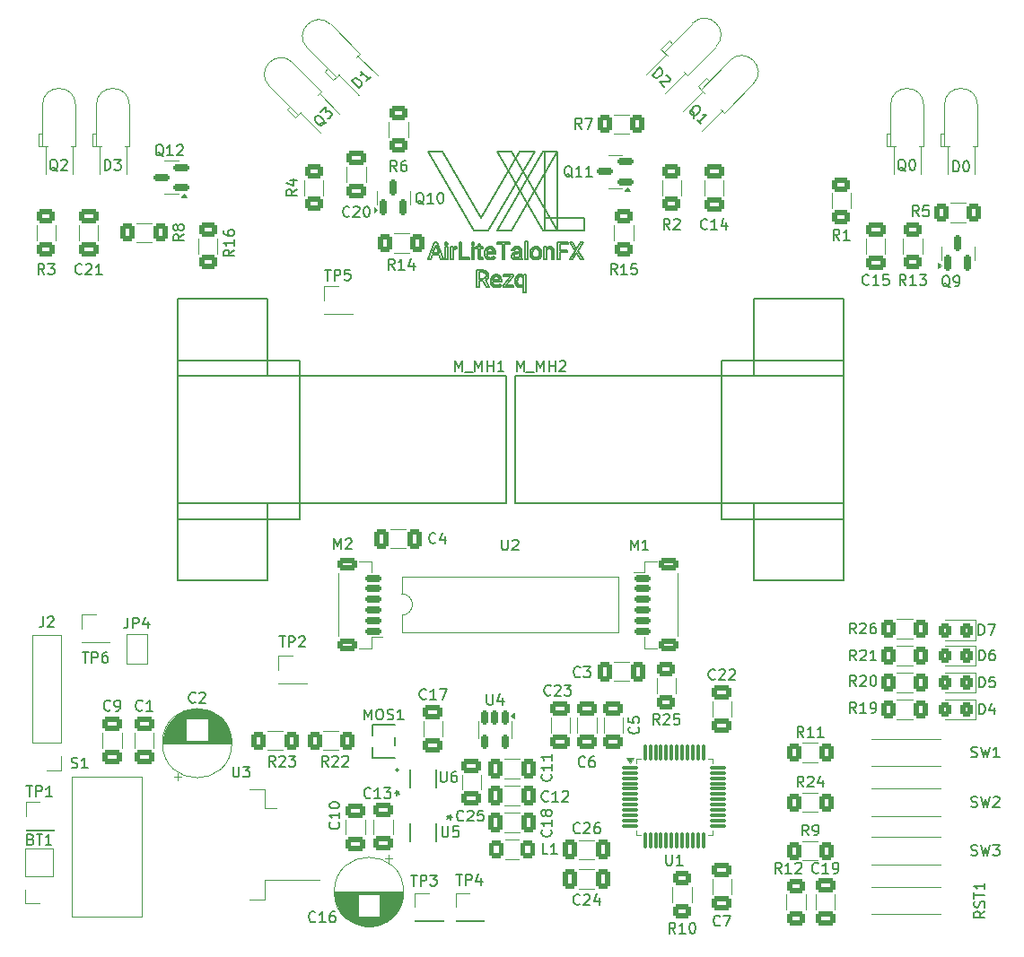
<source format=gto>
G04 #@! TF.GenerationSoftware,KiCad,Pcbnew,9.0.2-2.fc42*
G04 #@! TF.CreationDate,2025-07-20T15:46:28-07:00*
G04 #@! TF.ProjectId,rezq_rev3,72657a71-5f72-4657-9633-2e6b69636164,rev?*
G04 #@! TF.SameCoordinates,Original*
G04 #@! TF.FileFunction,Legend,Top*
G04 #@! TF.FilePolarity,Positive*
%FSLAX46Y46*%
G04 Gerber Fmt 4.6, Leading zero omitted, Abs format (unit mm)*
G04 Created by KiCad (PCBNEW 9.0.2-2.fc42) date 2025-07-20 15:46:28*
%MOMM*%
%LPD*%
G01*
G04 APERTURE LIST*
G04 Aperture macros list*
%AMRoundRect*
0 Rectangle with rounded corners*
0 $1 Rounding radius*
0 $2 $3 $4 $5 $6 $7 $8 $9 X,Y pos of 4 corners*
0 Add a 4 corners polygon primitive as box body*
4,1,4,$2,$3,$4,$5,$6,$7,$8,$9,$2,$3,0*
0 Add four circle primitives for the rounded corners*
1,1,$1+$1,$2,$3*
1,1,$1+$1,$4,$5*
1,1,$1+$1,$6,$7*
1,1,$1+$1,$8,$9*
0 Add four rect primitives between the rounded corners*
20,1,$1+$1,$2,$3,$4,$5,0*
20,1,$1+$1,$4,$5,$6,$7,0*
20,1,$1+$1,$6,$7,$8,$9,0*
20,1,$1+$1,$8,$9,$2,$3,0*%
%AMRotRect*
0 Rectangle, with rotation*
0 The origin of the aperture is its center*
0 $1 length*
0 $2 width*
0 $3 Rotation angle, in degrees counterclockwise*
0 Add horizontal line*
21,1,$1,$2,0,0,$3*%
G04 Aperture macros list end*
%ADD10C,0.150000*%
%ADD11C,0.120000*%
%ADD12C,0.152400*%
%ADD13RoundRect,0.250000X-0.650000X0.412500X-0.650000X-0.412500X0.650000X-0.412500X0.650000X0.412500X0*%
%ADD14RoundRect,0.250000X0.412500X0.650000X-0.412500X0.650000X-0.412500X-0.650000X0.412500X-0.650000X0*%
%ADD15RoundRect,0.150000X0.587500X0.150000X-0.587500X0.150000X-0.587500X-0.150000X0.587500X-0.150000X0*%
%ADD16R,1.700000X1.700000*%
%ADD17R,0.508000X0.508000*%
%ADD18RoundRect,0.250000X0.400000X0.625000X-0.400000X0.625000X-0.400000X-0.625000X0.400000X-0.625000X0*%
%ADD19RoundRect,0.150000X0.625000X-0.150000X0.625000X0.150000X-0.625000X0.150000X-0.625000X-0.150000X0*%
%ADD20RoundRect,0.250000X0.650000X-0.350000X0.650000X0.350000X-0.650000X0.350000X-0.650000X-0.350000X0*%
%ADD21C,2.200000*%
%ADD22C,2.184400*%
%ADD23R,2.500000X2.000000*%
%ADD24RoundRect,0.250000X-0.400000X-0.625000X0.400000X-0.625000X0.400000X0.625000X-0.400000X0.625000X0*%
%ADD25C,3.000000*%
%ADD26RoundRect,0.250000X0.325000X0.450000X-0.325000X0.450000X-0.325000X-0.450000X0.325000X-0.450000X0*%
%ADD27O,1.700000X1.700000*%
%ADD28RoundRect,0.250000X0.625000X-0.400000X0.625000X0.400000X-0.625000X0.400000X-0.625000X-0.400000X0*%
%ADD29R,1.500000X1.000000*%
%ADD30RoundRect,0.150000X0.150000X-0.587500X0.150000X0.587500X-0.150000X0.587500X-0.150000X-0.587500X0*%
%ADD31RotRect,1.800000X1.800000X135.000000*%
%ADD32C,1.800000*%
%ADD33RotRect,1.800000X1.800000X225.000000*%
%ADD34RoundRect,0.250000X-0.625000X0.400000X-0.625000X-0.400000X0.625000X-0.400000X0.625000X0.400000X0*%
%ADD35RoundRect,0.250000X0.650000X-0.412500X0.650000X0.412500X-0.650000X0.412500X-0.650000X-0.412500X0*%
%ADD36RoundRect,0.250000X-0.412500X-0.650000X0.412500X-0.650000X0.412500X0.650000X-0.412500X0.650000X0*%
%ADD37RoundRect,0.150000X-0.150000X0.512500X-0.150000X-0.512500X0.150000X-0.512500X0.150000X0.512500X0*%
%ADD38R,1.800000X1.800000*%
%ADD39R,1.600000X1.600000*%
%ADD40C,1.600000*%
%ADD41R,0.355600X0.850900*%
%ADD42O,1.600000X1.600000*%
%ADD43RoundRect,0.250001X-0.462499X-0.624999X0.462499X-0.624999X0.462499X0.624999X-0.462499X0.624999X0*%
%ADD44RoundRect,0.150000X-0.625000X0.150000X-0.625000X-0.150000X0.625000X-0.150000X0.625000X0.150000X0*%
%ADD45RoundRect,0.250000X-0.650000X0.350000X-0.650000X-0.350000X0.650000X-0.350000X0.650000X0.350000X0*%
%ADD46RoundRect,0.075000X-0.662500X-0.075000X0.662500X-0.075000X0.662500X0.075000X-0.662500X0.075000X0*%
%ADD47RoundRect,0.075000X-0.075000X-0.662500X0.075000X-0.662500X0.075000X0.662500X-0.075000X0.662500X0*%
%ADD48R,4.600000X1.100000*%
%ADD49C,1.524000*%
%ADD50R,9.400000X10.800000*%
G04 APERTURE END LIST*
D10*
X194932341Y-123684269D02*
X194932341Y-125106534D01*
X196512636Y-123806908D02*
X196715166Y-123806908D01*
X197121627Y-124718994D02*
X197121627Y-124681852D01*
X203674068Y-124495790D02*
X203674068Y-125278579D01*
X199966508Y-124289756D02*
X199963342Y-124292169D01*
X199960245Y-124294628D01*
X199957217Y-124297134D01*
X199954258Y-124299685D01*
X199951366Y-124302283D01*
X199948542Y-124304926D01*
X199945785Y-124307614D01*
X199943095Y-124310348D01*
X199940472Y-124313126D01*
X199937915Y-124315950D01*
X199935424Y-124318818D01*
X199933000Y-124321730D01*
X199930641Y-124324686D01*
X199928348Y-124327686D01*
X199926122Y-124330729D01*
X199923962Y-124333815D01*
X199921868Y-124336943D01*
X199919841Y-124340113D01*
X199917882Y-124343324D01*
X199915989Y-124346576D01*
X199914165Y-124349866D01*
X199912410Y-124353195D01*
X199910723Y-124356561D01*
X199909107Y-124359962D01*
X199907561Y-124363397D01*
X199906087Y-124366862D01*
X199904685Y-124370357D01*
X199903357Y-124373877D01*
X199902104Y-124377419D01*
X199900927Y-124380979D01*
X199899827Y-124384550D01*
X199898806Y-124388128D01*
X199897865Y-124391704D01*
X199897007Y-124395269D01*
X199896232Y-124398810D01*
X199895543Y-124402313D01*
X199894942Y-124405757D01*
X199894430Y-124409116D01*
X199894010Y-124412352D01*
X199893684Y-124415413D01*
X199893454Y-124418208D01*
X199893319Y-124420575D01*
X199893274Y-124422207D01*
X204001535Y-115062000D02*
X199671408Y-122562000D01*
X196786296Y-125300654D02*
X196781146Y-125300614D01*
X196776028Y-125300496D01*
X196770941Y-125300299D01*
X196765885Y-125300023D01*
X196760861Y-125299670D01*
X196755867Y-125299240D01*
X196750904Y-125298734D01*
X196745973Y-125298150D01*
X196741072Y-125297491D01*
X196736202Y-125296756D01*
X196731364Y-125295946D01*
X196726556Y-125295060D01*
X196721780Y-125294101D01*
X196717036Y-125293066D01*
X196712323Y-125291958D01*
X196707643Y-125290777D01*
X196702995Y-125289522D01*
X196698380Y-125288194D01*
X196693799Y-125286794D01*
X196689252Y-125285321D01*
X196684739Y-125283777D01*
X196680262Y-125282162D01*
X196675822Y-125280477D01*
X196671418Y-125278721D01*
X196667053Y-125276896D01*
X196662728Y-125275002D01*
X196658443Y-125273040D01*
X196654201Y-125271012D01*
X196650004Y-125268917D01*
X196645852Y-125266759D01*
X196641749Y-125264537D01*
X196637697Y-125262254D01*
X196633698Y-125259911D01*
X196629756Y-125257511D01*
X196625874Y-125255057D01*
X196622057Y-125252552D01*
X196618308Y-125250000D01*
X196614634Y-125247404D01*
X196611040Y-125244772D01*
X196607534Y-125242108D01*
X196604125Y-125239423D01*
X196600824Y-125236726D01*
X196597643Y-125234030D01*
X196594600Y-125231353D01*
X196591715Y-125228717D01*
X196589019Y-125226157D01*
X196586554Y-125223720D01*
X196584389Y-125221486D01*
X196582652Y-125219608D01*
X196581664Y-125218486D01*
X193930553Y-124093884D02*
X194127477Y-124093884D01*
X194503104Y-124087226D02*
X194503104Y-124275390D01*
X194403591Y-124268032D02*
X194398318Y-124268072D01*
X194393088Y-124268191D01*
X194387901Y-124268388D01*
X194382756Y-124268663D01*
X194377653Y-124269016D01*
X194372592Y-124269445D01*
X194367571Y-124269950D01*
X194362591Y-124270531D01*
X194357650Y-124271188D01*
X194352749Y-124271919D01*
X194347886Y-124272725D01*
X194343062Y-124273605D01*
X194338276Y-124274559D01*
X194333527Y-124275586D01*
X194328816Y-124276686D01*
X194324141Y-124277859D01*
X194319503Y-124279105D01*
X194314901Y-124280424D01*
X194310334Y-124281814D01*
X194305803Y-124283277D01*
X194301307Y-124284812D01*
X194296846Y-124286419D01*
X194292420Y-124288098D01*
X194288028Y-124289848D01*
X194283670Y-124291670D01*
X194279347Y-124293564D01*
X194275057Y-124295529D01*
X194270802Y-124297566D01*
X194266581Y-124299674D01*
X194262394Y-124301854D01*
X194258240Y-124304106D01*
X194254121Y-124306429D01*
X194250036Y-124308824D01*
X194245986Y-124311290D01*
X194241970Y-124313828D01*
X194237990Y-124316437D01*
X194234044Y-124319118D01*
X194230135Y-124321870D01*
X194226261Y-124324693D01*
X194222425Y-124327588D01*
X194218625Y-124330553D01*
X194214864Y-124333588D01*
X194211141Y-124336694D01*
X194207458Y-124339869D01*
X194203816Y-124343113D01*
X194200215Y-124346426D01*
X194196658Y-124349806D01*
X194193144Y-124353252D01*
X194189676Y-124356764D01*
X194186255Y-124360340D01*
X194182883Y-124363979D01*
X194179562Y-124367677D01*
X194176294Y-124371434D01*
X194173082Y-124375245D01*
X194169927Y-124379109D01*
X194166834Y-124383021D01*
X194163806Y-124386976D01*
X194160846Y-124390969D01*
X194157959Y-124394994D01*
X194155151Y-124399042D01*
X194152426Y-124403103D01*
X194149792Y-124407166D01*
X194147257Y-124411216D01*
X194144831Y-124415233D01*
X194142527Y-124419192D01*
X194140362Y-124423060D01*
X194138356Y-124426789D01*
X194136543Y-124430310D01*
X194134971Y-124433505D01*
X194133734Y-124436149D01*
X194133083Y-124437624D01*
X193596449Y-123861570D02*
X193594808Y-123863275D01*
X193593089Y-123864947D01*
X193591291Y-123866585D01*
X193589413Y-123868188D01*
X193587454Y-123869758D01*
X193585411Y-123871293D01*
X193583283Y-123872792D01*
X193581069Y-123874256D01*
X193578766Y-123875683D01*
X193576375Y-123877073D01*
X193573893Y-123878424D01*
X193571319Y-123879736D01*
X193568652Y-123881006D01*
X193565892Y-123882234D01*
X193563037Y-123883418D01*
X193560089Y-123884556D01*
X193557046Y-123885646D01*
X193553912Y-123886686D01*
X193550686Y-123887674D01*
X193547372Y-123888608D01*
X193543974Y-123889485D01*
X193540498Y-123890302D01*
X193536951Y-123891057D01*
X193533344Y-123891747D01*
X193529691Y-123892368D01*
X193526012Y-123892918D01*
X193522337Y-123893391D01*
X193518705Y-123893786D01*
X193515181Y-123894097D01*
X193511867Y-123894322D01*
X193508962Y-123894458D01*
X193506747Y-123894508D01*
X197377242Y-124150123D02*
X197382041Y-124147066D01*
X197386911Y-124144057D01*
X197391854Y-124141097D01*
X197396868Y-124138187D01*
X197401955Y-124135326D01*
X197407115Y-124132516D01*
X197412347Y-124129756D01*
X197417651Y-124127047D01*
X197423027Y-124124391D01*
X197428476Y-124121787D01*
X197433997Y-124119237D01*
X197439589Y-124116741D01*
X197445253Y-124114299D01*
X197450987Y-124111914D01*
X197456792Y-124109584D01*
X197462665Y-124107312D01*
X197468608Y-124105099D01*
X197474617Y-124102944D01*
X197480692Y-124100850D01*
X197486832Y-124098817D01*
X197493034Y-124096846D01*
X197499296Y-124094938D01*
X197505617Y-124093095D01*
X197511993Y-124091318D01*
X197518421Y-124089607D01*
X197524898Y-124087965D01*
X197531419Y-124086392D01*
X197537979Y-124084891D01*
X197544572Y-124083461D01*
X197551192Y-124082106D01*
X197557832Y-124080826D01*
X197564482Y-124079623D01*
X197571131Y-124078499D01*
X197577767Y-124077455D01*
X197584374Y-124076493D01*
X197590934Y-124075616D01*
X197597425Y-124074824D01*
X197603817Y-124074121D01*
X197610075Y-124073507D01*
X197616149Y-124072985D01*
X197621973Y-124072558D01*
X197627451Y-124072226D01*
X197632428Y-124071992D01*
X197636620Y-124071855D01*
X197639515Y-124071809D01*
X200798703Y-126836799D02*
X200807463Y-126717663D01*
X197998498Y-124224057D02*
X198001754Y-124227990D01*
X198004985Y-124232016D01*
X198008189Y-124236138D01*
X198011367Y-124240355D01*
X198014519Y-124244670D01*
X198017644Y-124249083D01*
X198020742Y-124253596D01*
X198023812Y-124258210D01*
X198026855Y-124262925D01*
X198029869Y-124267744D01*
X198032855Y-124272667D01*
X198035812Y-124277695D01*
X198038739Y-124282830D01*
X198041635Y-124288073D01*
X198044501Y-124293424D01*
X198047336Y-124298886D01*
X198050139Y-124304458D01*
X198052909Y-124310143D01*
X198055645Y-124315941D01*
X198058348Y-124321853D01*
X198061016Y-124327880D01*
X198063648Y-124334023D01*
X198066244Y-124340282D01*
X198068802Y-124346659D01*
X198071323Y-124353155D01*
X198073804Y-124359769D01*
X198076245Y-124366503D01*
X198078646Y-124373357D01*
X198081005Y-124380330D01*
X198083320Y-124387424D01*
X198085592Y-124394639D01*
X198087818Y-124401974D01*
X198089998Y-124409428D01*
X198092131Y-124417003D01*
X198094215Y-124424696D01*
X198096249Y-124432507D01*
X198098232Y-124440436D01*
X198100162Y-124448479D01*
X198102039Y-124456636D01*
X198103860Y-124464904D01*
X198105624Y-124473280D01*
X198107330Y-124481762D01*
X198108977Y-124490346D01*
X198110562Y-124499026D01*
X198112084Y-124507798D01*
X198113542Y-124516656D01*
X198114933Y-124525592D01*
X198116256Y-124534597D01*
X198117510Y-124543663D01*
X198118691Y-124552776D01*
X198119799Y-124561923D01*
X198120831Y-124571086D01*
X198121785Y-124580246D01*
X198122659Y-124589378D01*
X198123451Y-124598450D01*
X198124159Y-124607424D01*
X198124779Y-124616251D01*
X198125311Y-124624866D01*
X198125751Y-124633179D01*
X198126098Y-124641062D01*
X198126349Y-124648314D01*
X198126503Y-124654574D01*
X198126564Y-124659012D01*
X198126568Y-124659777D01*
X204998922Y-123684269D02*
X204998922Y-123857365D01*
X200430785Y-125278579D02*
X200429693Y-125276307D01*
X200428570Y-125273786D01*
X200427417Y-125271000D01*
X200426233Y-125267932D01*
X200425020Y-125264566D01*
X200423778Y-125260885D01*
X200422508Y-125256874D01*
X200421211Y-125252517D01*
X200419890Y-125247800D01*
X200418546Y-125242709D01*
X200417181Y-125237232D01*
X200415799Y-125231362D01*
X200414403Y-125225093D01*
X200412998Y-125218426D01*
X200411589Y-125211368D01*
X200410184Y-125203939D01*
X200408792Y-125196174D01*
X200407427Y-125188135D01*
X200406106Y-125179924D01*
X200404859Y-125171723D01*
X200403731Y-125163868D01*
X200402818Y-125157100D01*
X200402403Y-125153838D01*
X199994890Y-127300025D02*
X199994930Y-127291513D01*
X199995049Y-127283024D01*
X199995247Y-127274558D01*
X199995524Y-127266114D01*
X199995880Y-127257695D01*
X199996314Y-127249299D01*
X199996826Y-127240927D01*
X199997416Y-127232579D01*
X199998085Y-127224256D01*
X199998830Y-127215958D01*
X199999653Y-127207685D01*
X200000554Y-127199439D01*
X200001531Y-127191218D01*
X200002585Y-127183025D01*
X200003715Y-127174858D01*
X200004921Y-127166720D01*
X200006204Y-127158610D01*
X200007561Y-127150529D01*
X200008995Y-127142479D01*
X200010503Y-127134458D01*
X200012086Y-127126469D01*
X200013743Y-127118512D01*
X200015474Y-127110589D01*
X200017278Y-127102699D01*
X200019156Y-127094845D01*
X200021106Y-127087026D01*
X200023129Y-127079245D01*
X200025223Y-127071503D01*
X200027388Y-127063801D01*
X200029623Y-127056140D01*
X200031928Y-127048522D01*
X200034302Y-127040949D01*
X200036744Y-127033423D01*
X200039253Y-127025945D01*
X200041828Y-127018518D01*
X200044468Y-127011143D01*
X200047171Y-127003824D01*
X200049937Y-126996563D01*
X200052764Y-126989362D01*
X200055650Y-126982226D01*
X200058593Y-126975158D01*
X200061592Y-126968160D01*
X200064643Y-126961239D01*
X200067744Y-126954397D01*
X200070892Y-126947640D01*
X200074083Y-126940975D01*
X200077315Y-126934406D01*
X200080581Y-126927942D01*
X200083877Y-126921590D01*
X200087198Y-126915359D01*
X200090534Y-126909261D01*
X200093880Y-126903307D01*
X200097223Y-126897512D01*
X200100552Y-126891894D01*
X200103851Y-126886473D01*
X200107101Y-126881277D01*
X200110276Y-126876339D01*
X200113341Y-126871706D01*
X200116246Y-126867442D01*
X200118912Y-126863649D01*
X200121197Y-126860505D01*
X200122960Y-126858173D01*
X200398899Y-124467058D02*
X200398859Y-124462467D01*
X200398741Y-124457892D01*
X200398543Y-124453332D01*
X200398267Y-124448787D01*
X200397913Y-124444258D01*
X200397481Y-124439745D01*
X200396970Y-124435248D01*
X200396382Y-124430766D01*
X200395716Y-124426301D01*
X200394973Y-124421852D01*
X200394153Y-124417420D01*
X200393255Y-124413005D01*
X200392281Y-124408608D01*
X200391230Y-124404230D01*
X200390102Y-124399871D01*
X200388898Y-124395531D01*
X200387618Y-124391212D01*
X200386262Y-124386915D01*
X200384832Y-124382641D01*
X200383326Y-124378391D01*
X200381746Y-124374167D01*
X200380093Y-124369971D01*
X200378367Y-124365804D01*
X200376569Y-124361668D01*
X200374701Y-124357566D01*
X200372763Y-124353501D01*
X200370759Y-124349477D01*
X200368689Y-124345495D01*
X200366556Y-124341562D01*
X200364364Y-124337681D01*
X200362116Y-124333858D01*
X200359816Y-124330100D01*
X200357471Y-124326415D01*
X200355088Y-124322811D01*
X200352674Y-124319300D01*
X200350244Y-124315897D01*
X200347810Y-124312618D01*
X200345394Y-124309486D01*
X200343024Y-124306534D01*
X200340744Y-124303805D01*
X200338623Y-124301371D01*
X200336790Y-124299360D01*
X200335477Y-124297991D01*
X198495537Y-127201563D02*
X198495537Y-127186145D01*
X200514880Y-127759046D02*
X200519808Y-127759006D01*
X200524717Y-127758887D01*
X200529608Y-127758689D01*
X200534481Y-127758412D01*
X200539336Y-127758057D01*
X200544174Y-127757623D01*
X200548994Y-127757111D01*
X200553798Y-127756521D01*
X200558586Y-127755852D01*
X200563358Y-127755106D01*
X200568114Y-127754282D01*
X200572854Y-127753380D01*
X200577580Y-127752400D01*
X200582290Y-127751342D01*
X200586986Y-127750206D01*
X200591667Y-127748991D01*
X200596334Y-127747699D01*
X200600986Y-127746328D01*
X200605625Y-127744878D01*
X200610250Y-127743350D01*
X200614860Y-127741743D01*
X200619457Y-127740056D01*
X200624039Y-127738290D01*
X200628608Y-127736445D01*
X200633163Y-127734520D01*
X200637703Y-127732514D01*
X200642229Y-127730429D01*
X200646740Y-127728263D01*
X200651237Y-127726016D01*
X200655718Y-127723688D01*
X200660183Y-127721280D01*
X200664633Y-127718790D01*
X200669066Y-127716218D01*
X200673481Y-127713565D01*
X200677879Y-127710831D01*
X200682258Y-127708015D01*
X200686617Y-127705118D01*
X200690956Y-127702140D01*
X200695274Y-127699081D01*
X200699568Y-127695941D01*
X200703839Y-127692721D01*
X200708085Y-127689422D01*
X200712303Y-127686043D01*
X200716493Y-127682588D01*
X200720652Y-127679056D01*
X200724777Y-127675448D01*
X200728868Y-127671768D01*
X200732920Y-127668017D01*
X200736931Y-127664197D01*
X200740898Y-127660312D01*
X200744816Y-127656365D01*
X200748681Y-127652362D01*
X200752488Y-127648306D01*
X200756232Y-127644205D01*
X200759906Y-127640067D01*
X200763502Y-127635901D01*
X200767010Y-127631718D01*
X200770421Y-127627535D01*
X200773720Y-127623368D01*
X200776890Y-127619244D01*
X200779910Y-127615195D01*
X200782750Y-127611265D01*
X200785368Y-127607521D01*
X200787700Y-127604071D01*
X200789628Y-127601109D01*
X200790994Y-127598914D01*
X196106349Y-123696182D02*
X196108162Y-123698250D01*
X196109929Y-123700387D01*
X196111652Y-123702594D01*
X196113329Y-123704870D01*
X196114961Y-123707218D01*
X196116546Y-123709636D01*
X196118083Y-123712127D01*
X196119573Y-123714689D01*
X196121014Y-123717324D01*
X196122405Y-123720032D01*
X196123745Y-123722812D01*
X196125032Y-123725664D01*
X196126266Y-123728588D01*
X196127445Y-123731581D01*
X196128566Y-123734642D01*
X196129629Y-123737770D01*
X196130630Y-123740960D01*
X196131569Y-123744208D01*
X196132443Y-123747509D01*
X196133250Y-123750855D01*
X196133986Y-123754236D01*
X196134649Y-123757640D01*
X196135237Y-123761049D01*
X196135746Y-123764439D01*
X196136173Y-123767776D01*
X196136514Y-123771010D01*
X196136767Y-123774061D01*
X196136930Y-123776786D01*
X196137002Y-123778862D01*
X196137009Y-123779402D01*
X205140483Y-123684269D02*
X205386813Y-123684269D01*
X194413402Y-124071809D02*
X194418523Y-124071848D01*
X194423575Y-124071965D01*
X194428557Y-124072159D01*
X194433465Y-124072427D01*
X194438298Y-124072770D01*
X194443052Y-124073185D01*
X194447724Y-124073670D01*
X194452309Y-124074225D01*
X194456804Y-124074847D01*
X194461202Y-124075533D01*
X194465499Y-124076282D01*
X194469688Y-124077089D01*
X194473759Y-124077952D01*
X194477704Y-124078865D01*
X194481511Y-124079824D01*
X194485164Y-124080822D01*
X194488646Y-124081849D01*
X194491932Y-124082895D01*
X194494989Y-124083944D01*
X194497768Y-124084970D01*
X194500190Y-124085935D01*
X194502106Y-124086760D01*
X194503104Y-124087226D01*
X200481242Y-124174300D02*
X200484713Y-124177420D01*
X200488144Y-124180611D01*
X200491535Y-124183874D01*
X200494886Y-124187209D01*
X200498198Y-124190616D01*
X200501469Y-124194096D01*
X200504701Y-124197650D01*
X200507892Y-124201278D01*
X200511043Y-124204980D01*
X200514154Y-124208758D01*
X200517225Y-124212611D01*
X200520254Y-124216540D01*
X200523243Y-124220547D01*
X200526190Y-124224630D01*
X200529095Y-124228792D01*
X200531958Y-124233031D01*
X200534779Y-124237349D01*
X200537556Y-124241747D01*
X200540290Y-124246224D01*
X200542980Y-124250781D01*
X200545625Y-124255418D01*
X200548225Y-124260135D01*
X200550778Y-124264933D01*
X200553285Y-124269812D01*
X200555744Y-124274771D01*
X200558155Y-124279811D01*
X200560517Y-124284931D01*
X200562829Y-124290132D01*
X200565089Y-124295412D01*
X200567298Y-124300771D01*
X200569453Y-124306209D01*
X200571554Y-124311724D01*
X200573600Y-124317315D01*
X200575590Y-124322980D01*
X200577521Y-124328719D01*
X200579393Y-124334528D01*
X200581205Y-124340406D01*
X200582955Y-124346348D01*
X200584641Y-124352353D01*
X200586263Y-124358415D01*
X200587817Y-124364530D01*
X200589303Y-124370692D01*
X200590719Y-124376895D01*
X200592062Y-124383129D01*
X200593331Y-124389387D01*
X200594524Y-124395655D01*
X200595638Y-124401921D01*
X200596670Y-124408167D01*
X200597619Y-124414373D01*
X200598481Y-124420512D01*
X200599254Y-124426551D01*
X200599933Y-124432444D01*
X200600515Y-124438129D01*
X200600996Y-124443519D01*
X200601370Y-124448473D01*
X200601629Y-124452739D01*
X200601779Y-124456195D01*
X195913806Y-124093884D02*
X196116336Y-124093884D01*
X201668565Y-124147320D02*
X201673242Y-124144474D01*
X201678007Y-124141669D01*
X201682860Y-124138903D01*
X201687801Y-124136178D01*
X201692832Y-124133495D01*
X201697953Y-124130854D01*
X201703164Y-124128255D01*
X201708466Y-124125700D01*
X201713858Y-124123189D01*
X201719342Y-124120723D01*
X201724918Y-124118303D01*
X201730585Y-124115929D01*
X201736344Y-124113603D01*
X201742194Y-124111325D01*
X201748136Y-124109097D01*
X201754169Y-124106918D01*
X201760292Y-124104792D01*
X201766504Y-124102718D01*
X201772805Y-124100697D01*
X201779194Y-124098732D01*
X201785668Y-124096822D01*
X201792228Y-124094970D01*
X201798869Y-124093176D01*
X201805590Y-124091442D01*
X201812388Y-124089769D01*
X201819259Y-124088160D01*
X201826200Y-124086614D01*
X201833206Y-124085134D01*
X201840270Y-124083722D01*
X201847388Y-124082379D01*
X201854550Y-124081106D01*
X201861748Y-124079906D01*
X201868971Y-124078780D01*
X201876206Y-124077731D01*
X201883438Y-124076760D01*
X201890648Y-124075869D01*
X201897812Y-124075060D01*
X201904903Y-124074336D01*
X201911881Y-124073699D01*
X201918700Y-124073151D01*
X201925292Y-124072695D01*
X201931563Y-124072332D01*
X201937368Y-124072064D01*
X201942455Y-124071894D01*
X201946272Y-124071817D01*
X201947307Y-124071809D01*
X192167351Y-124862307D02*
X192017381Y-125278579D01*
X201815895Y-115062000D02*
X197485768Y-122562000D01*
X201949409Y-125300654D02*
X201942991Y-125300614D01*
X201936581Y-125300495D01*
X201930178Y-125300296D01*
X201923784Y-125300019D01*
X201917397Y-125299661D01*
X201911018Y-125299225D01*
X201904646Y-125298710D01*
X201898281Y-125298115D01*
X201891924Y-125297441D01*
X201885575Y-125296689D01*
X201879232Y-125295857D01*
X201872897Y-125294945D01*
X201866569Y-125293955D01*
X201860248Y-125292885D01*
X201853935Y-125291737D01*
X201847629Y-125290508D01*
X201841331Y-125289201D01*
X201835040Y-125287813D01*
X201828757Y-125286347D01*
X201822482Y-125284800D01*
X201816216Y-125283174D01*
X201809958Y-125281468D01*
X201803708Y-125279683D01*
X201797468Y-125277817D01*
X201791237Y-125275872D01*
X201785017Y-125273847D01*
X201778806Y-125271741D01*
X201772606Y-125269556D01*
X201766418Y-125267290D01*
X201760242Y-125264945D01*
X201754079Y-125262520D01*
X201747929Y-125260015D01*
X201741793Y-125257431D01*
X201735673Y-125254767D01*
X201729568Y-125252024D01*
X201723481Y-125249202D01*
X201717412Y-125246301D01*
X201711363Y-125243322D01*
X201705335Y-125240266D01*
X201699330Y-125237133D01*
X201693349Y-125233923D01*
X201687393Y-125230638D01*
X201681466Y-125227278D01*
X201675569Y-125223845D01*
X201669704Y-125220340D01*
X201663874Y-125216764D01*
X201658083Y-125213120D01*
X201652332Y-125209409D01*
X201646626Y-125205633D01*
X201640969Y-125201796D01*
X201635364Y-125197900D01*
X201629817Y-125193949D01*
X201624333Y-125189948D01*
X201618918Y-125185901D01*
X201613580Y-125181814D01*
X201608325Y-125177695D01*
X201603165Y-125173551D01*
X201598108Y-125169392D01*
X201593169Y-125165230D01*
X201588362Y-125161082D01*
X201583707Y-125156964D01*
X201579227Y-125152902D01*
X201574952Y-125148926D01*
X201570925Y-125145081D01*
X201567203Y-125141431D01*
X201563877Y-125138074D01*
X201561109Y-125135194D01*
X201559066Y-125132989D01*
X198126568Y-124659777D02*
X198126568Y-124744222D01*
X202192936Y-124359310D02*
X202190011Y-124355548D01*
X202187029Y-124351840D01*
X202183988Y-124348188D01*
X202180890Y-124344590D01*
X202177733Y-124341046D01*
X202174518Y-124337556D01*
X202171245Y-124334120D01*
X202167914Y-124330738D01*
X202164524Y-124327409D01*
X202161074Y-124324134D01*
X202157566Y-124320912D01*
X202153999Y-124317744D01*
X202150373Y-124314629D01*
X202146687Y-124311567D01*
X202142941Y-124308559D01*
X202139135Y-124305604D01*
X202135270Y-124302704D01*
X202131345Y-124299857D01*
X202127359Y-124297065D01*
X202123314Y-124294328D01*
X202119208Y-124291645D01*
X202115042Y-124289017D01*
X202110816Y-124286446D01*
X202106530Y-124283930D01*
X202102184Y-124281471D01*
X202097779Y-124279070D01*
X202093315Y-124276726D01*
X202088792Y-124274440D01*
X202084211Y-124272213D01*
X202079572Y-124270047D01*
X202074877Y-124267941D01*
X202070125Y-124265896D01*
X202065319Y-124263913D01*
X202060460Y-124261994D01*
X202055549Y-124260139D01*
X202050589Y-124258348D01*
X202045580Y-124256625D01*
X202040526Y-124254968D01*
X202035430Y-124253380D01*
X202030295Y-124251862D01*
X202025125Y-124250415D01*
X202019925Y-124249041D01*
X202014700Y-124247740D01*
X202009457Y-124246515D01*
X202004203Y-124245367D01*
X201998947Y-124244297D01*
X201993701Y-124243308D01*
X201988477Y-124242402D01*
X201983292Y-124241579D01*
X201978167Y-124240842D01*
X201973126Y-124240194D01*
X201968205Y-124239635D01*
X201963449Y-124239169D01*
X201958923Y-124238797D01*
X201954728Y-124238521D01*
X201951035Y-124238342D01*
X201948207Y-124238259D01*
X201947307Y-124238248D01*
X196605491Y-127085581D02*
X196928558Y-127085581D01*
X196715166Y-124984946D02*
X196715205Y-124989448D01*
X196715323Y-124993900D01*
X196715518Y-124998302D01*
X196715790Y-125002653D01*
X196716137Y-125006953D01*
X196716558Y-125011200D01*
X196717053Y-125015394D01*
X196717621Y-125019535D01*
X196718261Y-125023620D01*
X196718970Y-125027650D01*
X196719750Y-125031621D01*
X196720597Y-125035534D01*
X196721510Y-125039386D01*
X196722489Y-125043175D01*
X196723532Y-125046898D01*
X196724636Y-125050554D01*
X196725799Y-125054138D01*
X196727020Y-125057647D01*
X196728294Y-125061077D01*
X196729619Y-125064423D01*
X196730992Y-125067680D01*
X196732405Y-125070839D01*
X196733855Y-125073892D01*
X196735333Y-125076829D01*
X196736829Y-125079635D01*
X196738329Y-125082295D01*
X196739816Y-125084783D01*
X196741263Y-125087066D01*
X196742625Y-125089091D01*
X196743825Y-125090763D01*
X196744774Y-125091992D01*
X193606435Y-125278579D02*
X193403905Y-125278579D01*
X196605491Y-127257276D02*
X196605491Y-127902359D01*
X203471538Y-124494389D02*
X203471451Y-124488565D01*
X203471285Y-124482792D01*
X203471041Y-124477070D01*
X203470721Y-124471399D01*
X203470325Y-124465779D01*
X203469853Y-124460210D01*
X203469306Y-124454693D01*
X203468684Y-124449229D01*
X203467990Y-124443816D01*
X203467223Y-124438457D01*
X203466383Y-124433151D01*
X203465473Y-124427899D01*
X203464492Y-124422701D01*
X203463441Y-124417559D01*
X203462322Y-124412474D01*
X203461134Y-124407445D01*
X203459880Y-124402475D01*
X203458559Y-124397563D01*
X203457173Y-124392713D01*
X203455724Y-124387924D01*
X203454212Y-124383199D01*
X203452638Y-124378539D01*
X203451005Y-124373946D01*
X203449314Y-124369423D01*
X203447566Y-124364972D01*
X203445763Y-124360595D01*
X203443909Y-124356296D01*
X203442005Y-124352079D01*
X203440054Y-124347946D01*
X203438061Y-124343904D01*
X203436028Y-124339957D01*
X203433962Y-124336112D01*
X203431867Y-124332375D01*
X203429750Y-124328756D01*
X203427621Y-124325265D01*
X203425490Y-124321915D01*
X203423370Y-124318722D01*
X203421281Y-124315708D01*
X203419248Y-124312900D01*
X203417309Y-124310342D01*
X203415524Y-124308098D01*
X203414009Y-124306288D01*
X203413021Y-124305174D01*
X197177691Y-127004464D02*
X197180828Y-127001660D01*
X197183920Y-126998791D01*
X197186965Y-126995856D01*
X197189964Y-126992855D01*
X197192918Y-126989787D01*
X197195826Y-126986653D01*
X197198688Y-126983451D01*
X197201504Y-126980182D01*
X197204274Y-126976844D01*
X197206998Y-126973438D01*
X197209676Y-126969963D01*
X197212307Y-126966418D01*
X197214892Y-126962803D01*
X197217429Y-126959118D01*
X197219918Y-126955363D01*
X197222360Y-126951536D01*
X197224753Y-126947638D01*
X197227096Y-126943669D01*
X197229391Y-126939628D01*
X197231635Y-126935515D01*
X197233828Y-126931331D01*
X197235969Y-126927075D01*
X197238058Y-126922747D01*
X197240094Y-126918348D01*
X197242076Y-126913878D01*
X197244002Y-126909338D01*
X197245872Y-126904728D01*
X197247686Y-126900050D01*
X197249440Y-126895305D01*
X197251136Y-126890493D01*
X197252770Y-126885618D01*
X197254343Y-126880681D01*
X197255852Y-126875684D01*
X197257296Y-126870632D01*
X197258674Y-126865527D01*
X197259984Y-126860375D01*
X197261225Y-126855180D01*
X197262394Y-126849949D01*
X197263490Y-126844691D01*
X197264511Y-126839413D01*
X197265455Y-126834128D01*
X197266321Y-126828850D01*
X197267105Y-126823596D01*
X197267806Y-126818388D01*
X197268421Y-126813254D01*
X197268948Y-126808233D01*
X197269385Y-126803376D01*
X197269729Y-126798759D01*
X197269978Y-126794501D01*
X197270131Y-126790814D01*
X197270196Y-126787743D01*
X196792947Y-121362000D02*
X200430254Y-115062000D01*
X200398899Y-124703576D02*
X200240168Y-124703576D01*
X198773052Y-125278579D02*
X198773052Y-123857365D01*
X193506747Y-123662194D02*
X193510222Y-123662233D01*
X193513665Y-123662351D01*
X193517078Y-123662547D01*
X193520459Y-123662820D01*
X193523809Y-123663169D01*
X193527128Y-123663594D01*
X193530415Y-123664095D01*
X193533670Y-123664669D01*
X193536893Y-123665319D01*
X193540084Y-123666041D01*
X193543241Y-123666836D01*
X193546363Y-123667704D01*
X193549451Y-123668643D01*
X193552502Y-123669653D01*
X193555515Y-123670732D01*
X193558488Y-123671880D01*
X193561421Y-123673096D01*
X193564309Y-123674377D01*
X193567150Y-123675723D01*
X193569942Y-123677130D01*
X193572680Y-123678597D01*
X193575359Y-123680119D01*
X193577973Y-123681693D01*
X193580516Y-123683313D01*
X193582979Y-123684971D01*
X193585350Y-123686658D01*
X193587616Y-123688361D01*
X193589757Y-123690061D01*
X193591745Y-123691731D01*
X193593539Y-123693327D01*
X193595067Y-123694771D01*
X193596173Y-123695887D01*
X193596449Y-123696182D01*
X196715166Y-123806908D02*
X196715166Y-124093884D01*
X196980066Y-127257276D02*
X196605491Y-127257276D01*
X197325909Y-127902359D02*
X196980066Y-127257276D01*
X200466876Y-126695588D02*
X200472980Y-126695628D01*
X200479067Y-126695747D01*
X200485139Y-126695945D01*
X200491195Y-126696222D01*
X200497235Y-126696578D01*
X200503259Y-126697013D01*
X200509269Y-126697526D01*
X200515262Y-126698117D01*
X200521241Y-126698787D01*
X200527204Y-126699535D01*
X200533151Y-126700361D01*
X200539084Y-126701265D01*
X200545001Y-126702247D01*
X200550902Y-126703307D01*
X200556788Y-126704444D01*
X200562658Y-126705660D01*
X200568513Y-126706953D01*
X200574352Y-126708324D01*
X200580174Y-126709772D01*
X200585980Y-126711298D01*
X200591769Y-126712902D01*
X200597541Y-126714583D01*
X200603296Y-126716341D01*
X200609033Y-126718177D01*
X200614752Y-126720090D01*
X200620451Y-126722081D01*
X200626132Y-126724148D01*
X200631792Y-126726292D01*
X200637432Y-126728513D01*
X200643050Y-126730811D01*
X200648646Y-126733185D01*
X200654218Y-126735634D01*
X200659766Y-126738160D01*
X200665289Y-126740760D01*
X200670785Y-126743435D01*
X200676252Y-126746184D01*
X200681690Y-126749006D01*
X200687097Y-126751900D01*
X200692471Y-126754867D01*
X200697809Y-126757903D01*
X200703111Y-126761009D01*
X200708372Y-126764183D01*
X200713592Y-126767422D01*
X200718765Y-126770726D01*
X200723891Y-126774092D01*
X200728964Y-126777516D01*
X200733981Y-126780997D01*
X200738936Y-126784530D01*
X200743826Y-126788111D01*
X200748644Y-126791736D01*
X200753382Y-126795398D01*
X200758035Y-126799091D01*
X200762591Y-126802806D01*
X200767041Y-126806533D01*
X200771372Y-126810259D01*
X200775568Y-126813969D01*
X200779609Y-126817642D01*
X200783472Y-126821253D01*
X200787123Y-126824765D01*
X200790516Y-126828129D01*
X200793583Y-126831265D01*
X200796206Y-126834039D01*
X200798141Y-126836161D01*
X200798703Y-126836799D01*
X200807463Y-126717663D02*
X200993524Y-126717663D01*
X197551565Y-127889044D02*
X197551565Y-127902359D01*
X198569997Y-126847836D02*
X198573253Y-126851769D01*
X198576484Y-126855795D01*
X198579688Y-126859917D01*
X198582866Y-126864134D01*
X198586018Y-126868449D01*
X198589143Y-126872862D01*
X198592241Y-126877375D01*
X198595311Y-126881989D01*
X198598354Y-126886704D01*
X198601368Y-126891523D01*
X198604354Y-126896446D01*
X198607311Y-126901474D01*
X198610238Y-126906609D01*
X198613134Y-126911852D01*
X198616000Y-126917203D01*
X198618835Y-126922665D01*
X198621638Y-126928237D01*
X198624408Y-126933922D01*
X198627144Y-126939720D01*
X198629847Y-126945632D01*
X198632515Y-126951659D01*
X198635147Y-126957802D01*
X198637743Y-126964061D01*
X198640301Y-126970438D01*
X198642822Y-126976934D01*
X198645303Y-126983548D01*
X198647744Y-126990282D01*
X198650145Y-126997136D01*
X198652504Y-127004109D01*
X198654819Y-127011203D01*
X198657091Y-127018418D01*
X198659317Y-127025753D01*
X198661497Y-127033207D01*
X198663630Y-127040782D01*
X198665714Y-127048475D01*
X198667748Y-127056286D01*
X198669731Y-127064215D01*
X198671661Y-127072258D01*
X198673538Y-127080415D01*
X198675359Y-127088683D01*
X198677123Y-127097059D01*
X198678829Y-127105541D01*
X198680476Y-127114125D01*
X198682061Y-127122805D01*
X198683583Y-127131577D01*
X198685041Y-127140435D01*
X198686432Y-127149371D01*
X198687755Y-127158376D01*
X198689009Y-127167442D01*
X198690190Y-127176555D01*
X198691298Y-127185702D01*
X198692330Y-127194865D01*
X198693284Y-127204025D01*
X198694158Y-127213157D01*
X198694950Y-127222229D01*
X198695658Y-127231203D01*
X198696278Y-127240030D01*
X198696810Y-127248645D01*
X198697250Y-127256958D01*
X198697597Y-127264841D01*
X198697848Y-127272093D01*
X198698002Y-127278353D01*
X198698063Y-127282792D01*
X198698067Y-127283556D01*
X198981890Y-125278579D02*
X198773052Y-125278579D01*
X194721051Y-123684269D02*
X194932341Y-123684269D01*
X202488321Y-124685005D02*
X202488321Y-124699371D01*
X199689343Y-124422207D02*
X199689383Y-124418344D01*
X199689502Y-124414437D01*
X199689702Y-124410486D01*
X199689984Y-124406489D01*
X199690349Y-124402447D01*
X199690797Y-124398360D01*
X199691330Y-124394226D01*
X199691949Y-124390046D01*
X199692655Y-124385819D01*
X199693449Y-124381546D01*
X199694332Y-124377227D01*
X199695305Y-124372862D01*
X199696369Y-124368451D01*
X199697526Y-124363994D01*
X199698776Y-124359493D01*
X199700119Y-124354949D01*
X199701557Y-124350362D01*
X199703091Y-124345734D01*
X199704721Y-124341066D01*
X199706447Y-124336361D01*
X199708269Y-124331621D01*
X199710188Y-124326849D01*
X199712203Y-124322049D01*
X199714312Y-124317224D01*
X199716515Y-124312380D01*
X199718810Y-124307522D01*
X199721194Y-124302657D01*
X199723663Y-124297794D01*
X199726212Y-124292943D01*
X199728836Y-124288116D01*
X199731524Y-124283329D01*
X199734267Y-124278600D01*
X199737047Y-124273956D01*
X199739845Y-124269428D01*
X199742628Y-124265062D01*
X199745352Y-124260921D01*
X199747943Y-124257106D01*
X199750269Y-124253794D01*
X199752023Y-124251383D01*
X199752414Y-124250862D01*
X194127477Y-124093884D02*
X194130631Y-124230539D01*
X197182071Y-126561036D02*
X197179135Y-126558462D01*
X197176108Y-126555915D01*
X197172990Y-126553395D01*
X197169778Y-126550902D01*
X197166472Y-126548436D01*
X197163070Y-126545998D01*
X197159570Y-126543587D01*
X197155972Y-126541206D01*
X197152274Y-126538853D01*
X197148474Y-126536530D01*
X197144571Y-126534237D01*
X197140564Y-126531975D01*
X197136452Y-126529745D01*
X197132232Y-126527547D01*
X197127905Y-126525382D01*
X197123468Y-126523252D01*
X197118920Y-126521156D01*
X197114261Y-126519096D01*
X197109490Y-126517073D01*
X197104606Y-126515088D01*
X197099607Y-126513143D01*
X197094494Y-126511237D01*
X197089267Y-126509374D01*
X197083924Y-126507553D01*
X197078466Y-126505776D01*
X197072894Y-126504046D01*
X197067208Y-126502362D01*
X197061408Y-126500727D01*
X197055497Y-126499142D01*
X197049476Y-126497609D01*
X197043347Y-126496130D01*
X197037114Y-126494707D01*
X197030781Y-126493340D01*
X197024351Y-126492034D01*
X197017832Y-126490788D01*
X197011230Y-126489606D01*
X197004555Y-126488489D01*
X196997816Y-126487441D01*
X196991028Y-126486463D01*
X196984207Y-126485557D01*
X196977374Y-126484728D01*
X196970556Y-126483976D01*
X196963788Y-126483306D01*
X196957114Y-126482720D01*
X196950598Y-126482221D01*
X196944329Y-126481813D01*
X196938446Y-126481500D01*
X196933183Y-126481284D01*
X196929037Y-126481169D01*
X196927507Y-126481145D01*
X197481486Y-126787743D02*
X197481446Y-126793476D01*
X197481327Y-126799226D01*
X197481128Y-126804991D01*
X197480850Y-126810771D01*
X197480491Y-126816567D01*
X197480052Y-126822378D01*
X197479532Y-126828204D01*
X197478931Y-126834045D01*
X197478250Y-126839899D01*
X197477487Y-126845767D01*
X197476642Y-126851649D01*
X197475716Y-126857542D01*
X197474707Y-126863448D01*
X197473617Y-126869365D01*
X197472444Y-126875291D01*
X197471189Y-126881227D01*
X197469852Y-126887172D01*
X197468432Y-126893123D01*
X197466929Y-126899079D01*
X197465344Y-126905040D01*
X197463677Y-126911003D01*
X197461928Y-126916967D01*
X197460098Y-126922929D01*
X197458186Y-126928887D01*
X197456194Y-126934838D01*
X197454122Y-126940781D01*
X197451972Y-126946711D01*
X197449744Y-126952624D01*
X197447440Y-126958518D01*
X197445062Y-126964386D01*
X197442612Y-126970225D01*
X197440092Y-126976028D01*
X197437507Y-126981788D01*
X197434859Y-126987497D01*
X197432154Y-126993147D01*
X197429397Y-126998727D01*
X197426595Y-127004224D01*
X197423757Y-127009623D01*
X197420894Y-127014907D01*
X197418021Y-127020052D01*
X197415155Y-127025031D01*
X197412323Y-127029805D01*
X197409558Y-127034323D01*
X197406913Y-127038511D01*
X197404472Y-127042250D01*
X197402398Y-127045320D01*
X197401069Y-127047213D01*
X200283968Y-126978710D02*
X200281420Y-126982212D01*
X200278891Y-126985824D01*
X200276381Y-126989546D01*
X200273892Y-126993380D01*
X200271423Y-126997330D01*
X200268976Y-127001395D01*
X200266550Y-127005580D01*
X200264147Y-127009884D01*
X200261766Y-127014311D01*
X200259409Y-127018862D01*
X200257076Y-127023539D01*
X200254769Y-127028344D01*
X200252487Y-127033279D01*
X200250232Y-127038346D01*
X200248005Y-127043546D01*
X200245806Y-127048881D01*
X200243637Y-127054352D01*
X200241499Y-127059962D01*
X200239392Y-127065712D01*
X200237318Y-127071603D01*
X200235278Y-127077637D01*
X200233273Y-127083814D01*
X200231305Y-127090135D01*
X200229374Y-127096603D01*
X200227482Y-127103216D01*
X200225631Y-127109976D01*
X200223821Y-127116882D01*
X200222055Y-127123936D01*
X200220334Y-127131135D01*
X200218659Y-127138479D01*
X200217032Y-127145968D01*
X200215455Y-127153599D01*
X200213929Y-127161370D01*
X200212456Y-127169278D01*
X200211038Y-127177319D01*
X200209678Y-127185488D01*
X200208376Y-127193780D01*
X200207135Y-127202188D01*
X200205957Y-127210702D01*
X200204845Y-127219313D01*
X200203800Y-127228006D01*
X200202824Y-127236767D01*
X200201921Y-127245576D01*
X200201092Y-127254407D01*
X200200341Y-127263232D01*
X200199669Y-127272010D01*
X200199080Y-127280691D01*
X200198576Y-127289205D01*
X200198161Y-127297459D01*
X200197836Y-127305310D01*
X200197605Y-127312532D01*
X200197468Y-127318708D01*
X200197420Y-127323151D01*
X200275383Y-125074823D02*
X200279559Y-125072368D01*
X200283708Y-125069837D01*
X200287830Y-125067229D01*
X200291925Y-125064545D01*
X200295992Y-125061785D01*
X200300031Y-125058949D01*
X200304041Y-125056036D01*
X200308021Y-125053047D01*
X200311970Y-125049983D01*
X200315888Y-125046843D01*
X200319774Y-125043628D01*
X200323625Y-125040339D01*
X200327442Y-125036977D01*
X200331222Y-125033541D01*
X200334964Y-125030034D01*
X200338667Y-125026457D01*
X200342327Y-125022810D01*
X200345944Y-125019097D01*
X200349515Y-125015318D01*
X200353037Y-125011478D01*
X200356508Y-125007579D01*
X200359923Y-125003624D01*
X200363279Y-124999618D01*
X200366573Y-124995567D01*
X200369798Y-124991477D01*
X200372950Y-124987356D01*
X200376022Y-124983212D01*
X200379006Y-124979059D01*
X200381893Y-124974910D01*
X200384673Y-124970785D01*
X200387330Y-124966707D01*
X200389848Y-124962708D01*
X200392201Y-124958833D01*
X200394357Y-124955149D01*
X200396262Y-124951760D01*
X200397822Y-124948860D01*
X200398899Y-124946752D01*
X205896992Y-124474766D02*
X206412778Y-125278579D01*
X197844148Y-127766054D02*
X197840312Y-127761973D01*
X197836513Y-127757816D01*
X197832751Y-127753581D01*
X197829026Y-127749268D01*
X197825339Y-127744877D01*
X197821690Y-127740408D01*
X197818078Y-127735858D01*
X197814505Y-127731229D01*
X197810969Y-127726518D01*
X197807472Y-127721726D01*
X197804014Y-127716853D01*
X197800595Y-127711897D01*
X197797215Y-127706857D01*
X197793874Y-127701734D01*
X197790574Y-127696527D01*
X197787314Y-127691235D01*
X197784094Y-127685857D01*
X197780916Y-127680394D01*
X197777780Y-127674844D01*
X197774686Y-127669208D01*
X197771634Y-127663484D01*
X197768626Y-127657673D01*
X197765662Y-127651773D01*
X197762742Y-127645786D01*
X197759868Y-127639710D01*
X197757039Y-127633545D01*
X197754257Y-127627291D01*
X197751522Y-127620948D01*
X197748835Y-127614516D01*
X197746197Y-127607996D01*
X197743608Y-127601386D01*
X197741070Y-127594689D01*
X197738583Y-127587903D01*
X197736148Y-127581029D01*
X197733767Y-127574069D01*
X197731439Y-127567022D01*
X197729167Y-127559891D01*
X197726951Y-127552675D01*
X197724792Y-127545377D01*
X197722691Y-127537997D01*
X197720650Y-127530539D01*
X197718670Y-127523003D01*
X197716751Y-127515394D01*
X197714895Y-127507712D01*
X197713104Y-127499963D01*
X197711379Y-127492150D01*
X197709721Y-127484276D01*
X197708131Y-127476348D01*
X197706611Y-127468371D01*
X197705163Y-127460352D01*
X197703788Y-127452299D01*
X197702487Y-127444221D01*
X197701263Y-127436129D01*
X197700117Y-127428035D01*
X197699051Y-127419955D01*
X197698066Y-127411905D01*
X197697165Y-127403908D01*
X197696349Y-127395990D01*
X197695621Y-127388183D01*
X197694982Y-127380529D01*
X197694435Y-127373083D01*
X197693981Y-127365918D01*
X197693623Y-127359140D01*
X197693363Y-127352913D01*
X197693200Y-127347523D01*
X197693131Y-127343612D01*
X197693126Y-127342773D01*
X197336421Y-126430688D02*
X197340145Y-126433888D01*
X197343829Y-126437159D01*
X197347475Y-126440503D01*
X197351082Y-126443919D01*
X197354650Y-126447407D01*
X197358180Y-126450970D01*
X197361671Y-126454606D01*
X197365124Y-126458317D01*
X197368537Y-126462104D01*
X197371913Y-126465966D01*
X197375249Y-126469904D01*
X197378546Y-126473920D01*
X197381805Y-126478013D01*
X197385023Y-126482185D01*
X197388203Y-126486435D01*
X197391342Y-126490765D01*
X197394442Y-126495175D01*
X197397500Y-126499666D01*
X197400519Y-126504238D01*
X197403495Y-126508892D01*
X197406431Y-126513628D01*
X197409324Y-126518447D01*
X197412175Y-126523349D01*
X197414982Y-126528335D01*
X197417746Y-126533406D01*
X197420466Y-126538561D01*
X197423141Y-126543801D01*
X197425770Y-126549127D01*
X197428353Y-126554538D01*
X197430889Y-126560035D01*
X197433378Y-126565617D01*
X197435818Y-126571285D01*
X197438209Y-126577039D01*
X197440549Y-126582878D01*
X197442838Y-126588803D01*
X197445076Y-126594812D01*
X197447260Y-126600905D01*
X197449390Y-126607081D01*
X197451465Y-126613340D01*
X197453483Y-126619680D01*
X197455445Y-126626099D01*
X197457347Y-126632596D01*
X197459190Y-126639169D01*
X197460972Y-126645815D01*
X197462691Y-126652532D01*
X197464346Y-126659316D01*
X197465937Y-126666163D01*
X197467460Y-126673070D01*
X197468915Y-126680030D01*
X197470301Y-126687037D01*
X197471615Y-126694085D01*
X197472856Y-126701165D01*
X197474022Y-126708267D01*
X197475111Y-126715379D01*
X197476122Y-126722487D01*
X197477052Y-126729574D01*
X197477899Y-126736619D01*
X197478662Y-126743596D01*
X197479339Y-126750472D01*
X197479926Y-126757205D01*
X197480422Y-126763740D01*
X197480825Y-126769995D01*
X197481133Y-126775856D01*
X197481343Y-126781128D01*
X197481458Y-126785441D01*
X197481486Y-126787743D01*
X196928558Y-127085581D02*
X196934551Y-127085541D01*
X196940525Y-127085423D01*
X196946481Y-127085225D01*
X196952418Y-127084948D01*
X196958337Y-127084594D01*
X196964236Y-127084161D01*
X196970116Y-127083650D01*
X196975977Y-127083061D01*
X196981817Y-127082394D01*
X196987637Y-127081651D01*
X196993436Y-127080830D01*
X196999214Y-127079932D01*
X197004971Y-127078958D01*
X197010704Y-127077907D01*
X197016415Y-127076781D01*
X197022101Y-127075578D01*
X197027763Y-127074300D01*
X197033399Y-127072947D01*
X197039009Y-127071519D01*
X197044591Y-127070017D01*
X197050144Y-127068441D01*
X197055666Y-127066791D01*
X197061157Y-127065069D01*
X197066614Y-127063275D01*
X197072037Y-127061410D01*
X197077422Y-127059474D01*
X197082768Y-127057470D01*
X197088072Y-127055397D01*
X197093331Y-127053257D01*
X197098544Y-127051052D01*
X197103705Y-127048784D01*
X197108813Y-127046454D01*
X197113861Y-127044065D01*
X197118847Y-127041621D01*
X197123764Y-127039123D01*
X197128606Y-127036577D01*
X197133366Y-127033986D01*
X197138037Y-127031356D01*
X197142608Y-127028695D01*
X197147068Y-127026010D01*
X197151404Y-127023310D01*
X197155599Y-127020610D01*
X197159632Y-127017926D01*
X197163476Y-127015279D01*
X197167093Y-127012700D01*
X197170433Y-127010233D01*
X197173412Y-127007948D01*
X197175886Y-127005974D01*
X197177691Y-127004464D01*
X200122960Y-126858173D02*
X200126388Y-126853886D01*
X200129876Y-126849651D01*
X200133424Y-126845467D01*
X200137033Y-126841335D01*
X200140703Y-126837254D01*
X200144435Y-126833223D01*
X200148227Y-126829244D01*
X200152081Y-126825316D01*
X200155996Y-126821438D01*
X200159974Y-126817610D01*
X200164013Y-126813834D01*
X200168115Y-126810107D01*
X200172279Y-126806432D01*
X200176506Y-126802807D01*
X200180796Y-126799232D01*
X200185149Y-126795709D01*
X200189566Y-126792236D01*
X200194046Y-126788814D01*
X200198589Y-126785444D01*
X200203197Y-126782125D01*
X200207869Y-126778858D01*
X200212605Y-126775642D01*
X200217405Y-126772479D01*
X200222270Y-126769368D01*
X200227199Y-126766310D01*
X200232193Y-126763306D01*
X200237251Y-126760355D01*
X200242374Y-126757459D01*
X200247562Y-126754617D01*
X200252813Y-126751830D01*
X200258128Y-126749099D01*
X200263508Y-126746424D01*
X200268950Y-126743806D01*
X200274455Y-126741245D01*
X200280023Y-126738743D01*
X200285653Y-126736300D01*
X200291343Y-126733916D01*
X200297094Y-126731593D01*
X200302903Y-126729331D01*
X200308771Y-126727131D01*
X200314694Y-126724995D01*
X200320673Y-126722922D01*
X200326704Y-126720915D01*
X200332786Y-126718973D01*
X200338917Y-126717098D01*
X200345093Y-126715292D01*
X200351311Y-126713555D01*
X200357568Y-126711889D01*
X200363860Y-126710294D01*
X200370181Y-126708772D01*
X200376527Y-126707325D01*
X200382890Y-126705954D01*
X200389263Y-126704660D01*
X200395638Y-126703445D01*
X200402004Y-126702310D01*
X200408349Y-126701257D01*
X200414658Y-126700288D01*
X200420914Y-126699405D01*
X200427095Y-126698608D01*
X200433174Y-126697901D01*
X200439117Y-126697285D01*
X200444876Y-126696762D01*
X200450391Y-126696334D01*
X200455567Y-126696002D01*
X200460260Y-126695769D01*
X200464199Y-126695633D01*
X200466876Y-126695588D01*
X197693126Y-127305631D02*
X197693166Y-127298210D01*
X197693285Y-127290753D01*
X197693484Y-127283261D01*
X197693763Y-127275734D01*
X197694123Y-127268174D01*
X197694563Y-127260580D01*
X197695085Y-127252954D01*
X197695688Y-127245297D01*
X197696373Y-127237610D01*
X197697140Y-127229893D01*
X197697990Y-127222149D01*
X197698921Y-127214379D01*
X197699935Y-127206585D01*
X197701032Y-127198767D01*
X197702211Y-127190929D01*
X197703473Y-127183072D01*
X197704818Y-127175199D01*
X197706244Y-127167312D01*
X197707753Y-127159415D01*
X197709343Y-127151510D01*
X197711014Y-127143602D01*
X197712765Y-127135693D01*
X197714595Y-127127790D01*
X197716504Y-127119896D01*
X197718489Y-127112017D01*
X197720549Y-127104160D01*
X197722683Y-127096331D01*
X197724887Y-127088539D01*
X197727159Y-127080793D01*
X197729496Y-127073103D01*
X197731892Y-127065481D01*
X197734343Y-127057942D01*
X197736843Y-127050503D01*
X197739383Y-127043182D01*
X197741953Y-127036005D01*
X197744542Y-127029001D01*
X197747133Y-127022207D01*
X197749704Y-127015672D01*
X197752224Y-127009463D01*
X197754650Y-127003674D01*
X197756912Y-126998452D01*
X197758879Y-126994064D01*
X197760402Y-126990799D01*
X191770000Y-115062000D02*
X193155641Y-115062000D01*
X201947307Y-124238248D02*
X201942570Y-124238288D01*
X201937842Y-124238407D01*
X201933121Y-124238605D01*
X201928409Y-124238883D01*
X201923703Y-124239239D01*
X201919005Y-124239675D01*
X201914313Y-124240189D01*
X201909629Y-124240783D01*
X201904951Y-124241456D01*
X201900279Y-124242208D01*
X201895613Y-124243040D01*
X201890954Y-124243951D01*
X201886300Y-124244942D01*
X201881653Y-124246012D01*
X201877012Y-124247163D01*
X201872376Y-124248393D01*
X201867747Y-124249704D01*
X201863124Y-124251096D01*
X201858507Y-124252569D01*
X201853897Y-124254122D01*
X201849294Y-124255757D01*
X201844698Y-124257473D01*
X201840110Y-124259271D01*
X201835529Y-124261151D01*
X201830957Y-124263112D01*
X201826395Y-124265156D01*
X201821842Y-124267282D01*
X201817300Y-124269490D01*
X201812770Y-124271780D01*
X201808252Y-124274152D01*
X201803748Y-124276606D01*
X201799259Y-124279141D01*
X201794787Y-124281758D01*
X201790333Y-124284455D01*
X201785899Y-124287231D01*
X201781487Y-124290087D01*
X201777100Y-124293020D01*
X201772739Y-124296030D01*
X201768409Y-124299114D01*
X201764111Y-124302270D01*
X201759850Y-124305497D01*
X201755631Y-124308790D01*
X201751457Y-124312145D01*
X201747334Y-124315559D01*
X201743269Y-124319025D01*
X201739270Y-124322538D01*
X201735344Y-124326087D01*
X201731503Y-124329663D01*
X201727759Y-124333252D01*
X201724128Y-124336837D01*
X201720630Y-124340396D01*
X201717291Y-124343898D01*
X201714147Y-124347300D01*
X201711248Y-124350540D01*
X201708678Y-124353512D01*
X201706590Y-124356018D01*
X201705357Y-124357558D01*
X199777643Y-125201492D02*
X199774047Y-125198259D01*
X199770503Y-125194966D01*
X199767011Y-125191612D01*
X199763570Y-125188198D01*
X199760181Y-125184723D01*
X199756844Y-125181187D01*
X199753558Y-125177590D01*
X199750323Y-125173932D01*
X199747140Y-125170212D01*
X199744008Y-125166431D01*
X199740928Y-125162587D01*
X199737900Y-125158682D01*
X199734924Y-125154713D01*
X199732000Y-125150683D01*
X199729129Y-125146589D01*
X199726310Y-125142433D01*
X199723545Y-125138214D01*
X199720833Y-125133932D01*
X199718174Y-125129587D01*
X199715570Y-125125179D01*
X199713021Y-125120708D01*
X199710527Y-125116174D01*
X199708089Y-125111578D01*
X199705708Y-125106919D01*
X199703384Y-125102199D01*
X199701117Y-125097418D01*
X199698909Y-125092576D01*
X199696761Y-125087673D01*
X199694673Y-125082712D01*
X199692646Y-125077693D01*
X199690681Y-125072617D01*
X199688779Y-125067486D01*
X199686941Y-125062302D01*
X199685168Y-125057066D01*
X199683462Y-125051781D01*
X199681823Y-125046450D01*
X199680252Y-125041076D01*
X199678752Y-125035663D01*
X199677323Y-125030215D01*
X199675967Y-125024737D01*
X199674685Y-125019236D01*
X199673479Y-125013718D01*
X199672351Y-125008193D01*
X199671301Y-125002669D01*
X199670333Y-124997160D01*
X199669447Y-124991680D01*
X199668646Y-124986246D01*
X199667932Y-124980883D01*
X199667307Y-124975619D01*
X199666772Y-124970492D01*
X199666330Y-124965556D01*
X199665983Y-124960886D01*
X199665733Y-124956602D01*
X199665579Y-124952917D01*
X199665516Y-124949906D01*
X199494522Y-123684269D02*
X199494522Y-123857365D01*
X197639515Y-124071809D02*
X197645971Y-124071849D01*
X197652406Y-124071968D01*
X197658821Y-124072166D01*
X197665215Y-124072443D01*
X197671589Y-124072799D01*
X197677943Y-124073233D01*
X197684277Y-124073745D01*
X197690591Y-124074335D01*
X197696885Y-124075004D01*
X197703159Y-124075750D01*
X197709413Y-124076573D01*
X197715647Y-124077474D01*
X197721862Y-124078453D01*
X197728056Y-124079509D01*
X197734231Y-124080641D01*
X197740385Y-124081851D01*
X197746520Y-124083138D01*
X197752634Y-124084501D01*
X197758727Y-124085941D01*
X197764800Y-124087458D01*
X197770852Y-124089051D01*
X197776882Y-124090720D01*
X197782892Y-124092466D01*
X197788879Y-124094288D01*
X197794844Y-124096186D01*
X197800787Y-124098160D01*
X197806706Y-124100210D01*
X197812602Y-124102336D01*
X197818474Y-124104536D01*
X197824321Y-124106812D01*
X197830142Y-124109163D01*
X197835937Y-124111589D01*
X197841705Y-124114089D01*
X197847445Y-124116663D01*
X197853156Y-124119310D01*
X197858836Y-124122030D01*
X197864486Y-124124823D01*
X197870102Y-124127688D01*
X197875685Y-124130624D01*
X197881231Y-124133630D01*
X197886741Y-124136705D01*
X197892211Y-124139848D01*
X197897640Y-124143059D01*
X197903025Y-124146335D01*
X197908364Y-124149674D01*
X197913654Y-124153076D01*
X197918893Y-124156537D01*
X197924076Y-124160056D01*
X197929201Y-124163629D01*
X197934262Y-124167253D01*
X197939256Y-124170925D01*
X197944177Y-124174639D01*
X197949018Y-124178391D01*
X197953774Y-124182174D01*
X197958436Y-124185980D01*
X197962996Y-124189802D01*
X197967441Y-124193629D01*
X197971760Y-124197446D01*
X197975937Y-124201239D01*
X197979951Y-124204985D01*
X197983778Y-124208658D01*
X197987385Y-124212219D01*
X197990724Y-124215617D01*
X197993725Y-124218767D01*
X197996265Y-124221525D01*
X197998079Y-124223569D01*
X197998498Y-124224057D01*
X199752414Y-124250862D02*
X199755353Y-124247074D01*
X199758399Y-124243277D01*
X199761553Y-124239473D01*
X199764817Y-124235661D01*
X199768190Y-124231842D01*
X199771676Y-124228016D01*
X199775274Y-124224184D01*
X199778986Y-124220347D01*
X199782811Y-124216506D01*
X199786752Y-124212661D01*
X199790808Y-124208814D01*
X199794981Y-124204966D01*
X199799269Y-124201119D01*
X199803674Y-124197273D01*
X199808194Y-124193431D01*
X199812829Y-124189594D01*
X199817579Y-124185764D01*
X199822442Y-124181945D01*
X199827415Y-124178138D01*
X199832497Y-124174347D01*
X199837685Y-124170574D01*
X199842974Y-124166825D01*
X199848359Y-124163102D01*
X199853835Y-124159412D01*
X199859393Y-124155760D01*
X199865024Y-124152153D01*
X199870715Y-124148598D01*
X199876453Y-124145104D01*
X199882217Y-124141684D01*
X199887984Y-124138351D01*
X199893720Y-124135121D01*
X199899383Y-124132018D01*
X199904913Y-124129071D01*
X199910222Y-124126322D01*
X199915170Y-124123837D01*
X199919506Y-124121728D01*
X199922649Y-124120254D01*
X199923233Y-124119989D01*
X199806201Y-124662580D02*
X199810210Y-124659714D01*
X199814324Y-124656870D01*
X199818545Y-124654049D01*
X199822875Y-124651252D01*
X199827314Y-124648478D01*
X199831865Y-124645729D01*
X199836529Y-124643004D01*
X199841308Y-124640305D01*
X199846202Y-124637631D01*
X199851215Y-124634984D01*
X199856346Y-124632365D01*
X199861597Y-124629773D01*
X199866971Y-124627209D01*
X199872468Y-124624675D01*
X199878089Y-124622171D01*
X199883837Y-124619698D01*
X199889712Y-124617257D01*
X199895715Y-124614848D01*
X199901848Y-124612473D01*
X199908112Y-124610132D01*
X199914508Y-124607827D01*
X199921036Y-124605559D01*
X199927697Y-124603328D01*
X199934493Y-124601136D01*
X199941423Y-124598984D01*
X199948488Y-124596873D01*
X199955688Y-124594804D01*
X199963023Y-124592779D01*
X199970493Y-124590798D01*
X199978097Y-124588864D01*
X199985835Y-124586977D01*
X199993705Y-124585140D01*
X200001706Y-124583352D01*
X200009836Y-124581617D01*
X200018093Y-124579935D01*
X200026473Y-124578308D01*
X200034974Y-124576738D01*
X200043591Y-124575227D01*
X200052318Y-124573776D01*
X200061149Y-124572386D01*
X200070078Y-124571061D01*
X200079094Y-124569801D01*
X200088189Y-124568609D01*
X200097348Y-124567486D01*
X200106557Y-124566436D01*
X200115797Y-124565460D01*
X200125046Y-124564560D01*
X200134277Y-124563738D01*
X200143454Y-124562998D01*
X200152533Y-124562341D01*
X200161456Y-124561770D01*
X200170147Y-124561287D01*
X200178495Y-124560896D01*
X200186336Y-124560598D01*
X200193398Y-124560396D01*
X200199142Y-124560288D01*
X200201975Y-124560264D01*
X200398899Y-124946752D02*
X200398899Y-124703576D01*
X197270196Y-126787743D02*
X197270156Y-126782318D01*
X197270038Y-126776920D01*
X197269840Y-126771549D01*
X197269564Y-126766205D01*
X197269211Y-126760889D01*
X197268779Y-126755599D01*
X197268271Y-126750336D01*
X197267685Y-126745100D01*
X197267023Y-126739892D01*
X197266285Y-126734710D01*
X197265470Y-126729556D01*
X197264580Y-126724429D01*
X197263614Y-126719331D01*
X197262573Y-126714260D01*
X197261457Y-126709217D01*
X197260266Y-126704203D01*
X197259001Y-126699218D01*
X197257662Y-126694263D01*
X197256250Y-126689337D01*
X197254764Y-126684443D01*
X197253205Y-126679579D01*
X197251573Y-126674748D01*
X197249870Y-126669950D01*
X197248095Y-126665185D01*
X197246249Y-126660456D01*
X197244332Y-126655763D01*
X197242346Y-126651107D01*
X197240291Y-126646491D01*
X197238169Y-126641915D01*
X197235979Y-126637382D01*
X197233725Y-126632894D01*
X197231406Y-126628452D01*
X197229024Y-126624060D01*
X197226583Y-126619720D01*
X197224083Y-126615436D01*
X197221528Y-126611212D01*
X197218920Y-126607051D01*
X197216264Y-126602958D01*
X197213563Y-126598940D01*
X197210824Y-126595001D01*
X197208052Y-126591151D01*
X197205256Y-126587396D01*
X197202444Y-126583750D01*
X197199630Y-126580223D01*
X197196828Y-126576832D01*
X197194061Y-126573599D01*
X197191355Y-126570550D01*
X197188753Y-126567724D01*
X197186316Y-126565180D01*
X197184157Y-126563016D01*
X197182517Y-126561446D01*
X197182071Y-126561036D01*
X197902314Y-127201563D02*
X198495537Y-127201563D01*
X205645056Y-124474766D02*
X205140483Y-123684269D01*
X192231124Y-124689560D02*
X192773189Y-124689560D01*
X193930553Y-125278579D02*
X193930553Y-124093884D01*
X205377002Y-125278579D02*
X205128219Y-125278579D01*
X195688149Y-125278579D02*
X194721051Y-125278579D01*
X196512636Y-124250512D02*
X196296790Y-124250512D01*
X201409446Y-124675194D02*
X201409486Y-124667926D01*
X201409605Y-124660619D01*
X201409804Y-124653275D01*
X201410083Y-124645893D01*
X201410443Y-124638474D01*
X201410885Y-124631018D01*
X201411407Y-124623528D01*
X201412012Y-124616003D01*
X201412698Y-124608444D01*
X201413467Y-124600853D01*
X201414318Y-124593232D01*
X201415253Y-124585580D01*
X201416270Y-124577900D01*
X201417371Y-124570193D01*
X201418555Y-124562462D01*
X201419822Y-124554709D01*
X201421172Y-124546935D01*
X201422606Y-124539143D01*
X201424122Y-124531336D01*
X201425721Y-124523517D01*
X201427401Y-124515690D01*
X201429163Y-124507858D01*
X201431006Y-124500026D01*
X201432927Y-124492199D01*
X201434927Y-124484381D01*
X201437004Y-124476580D01*
X201439155Y-124468801D01*
X201441379Y-124461053D01*
X201443672Y-124453344D01*
X201446032Y-124445685D01*
X201448453Y-124438087D01*
X201450931Y-124430564D01*
X201453461Y-124423132D01*
X201456033Y-124415810D01*
X201458640Y-124408621D01*
X201461268Y-124401594D01*
X201463902Y-124394764D01*
X201466522Y-124388177D01*
X201469099Y-124381896D01*
X201471591Y-124376007D01*
X201473935Y-124370645D01*
X201476015Y-124366041D01*
X201477577Y-124362707D01*
X201477949Y-124361938D01*
X196296790Y-124093884D02*
X196512636Y-124093884D01*
X204890649Y-124574630D02*
X204221389Y-124574630D01*
X203471538Y-125278579D02*
X203471538Y-124494389D01*
X197272649Y-125142274D02*
X197268813Y-125138193D01*
X197265014Y-125134036D01*
X197261252Y-125129801D01*
X197257527Y-125125488D01*
X197253840Y-125121098D01*
X197250191Y-125116628D01*
X197246579Y-125112078D01*
X197243006Y-125107449D01*
X197239470Y-125102738D01*
X197235973Y-125097947D01*
X197232515Y-125093073D01*
X197229096Y-125088117D01*
X197225716Y-125083078D01*
X197222375Y-125077955D01*
X197219075Y-125072747D01*
X197215815Y-125067455D01*
X197212595Y-125062078D01*
X197209417Y-125056614D01*
X197206281Y-125051065D01*
X197203187Y-125045428D01*
X197200135Y-125039705D01*
X197197127Y-125033893D01*
X197194163Y-125027994D01*
X197191244Y-125022006D01*
X197188369Y-125015930D01*
X197185540Y-125009765D01*
X197182758Y-125003512D01*
X197180023Y-124997169D01*
X197177336Y-124990737D01*
X197174698Y-124984217D01*
X197172109Y-124977607D01*
X197169571Y-124970910D01*
X197167084Y-124964124D01*
X197164649Y-124957250D01*
X197162268Y-124950290D01*
X197159940Y-124943243D01*
X197157668Y-124936112D01*
X197155452Y-124928896D01*
X197153293Y-124921598D01*
X197151192Y-124914218D01*
X197149151Y-124906760D01*
X197147171Y-124899225D01*
X197145252Y-124891615D01*
X197143397Y-124883934D01*
X197141605Y-124876184D01*
X197139880Y-124868371D01*
X197138222Y-124860497D01*
X197136632Y-124852569D01*
X197135112Y-124844593D01*
X197133664Y-124836574D01*
X197132289Y-124828521D01*
X197130988Y-124820443D01*
X197129764Y-124812351D01*
X197128618Y-124804257D01*
X197127552Y-124796176D01*
X197126567Y-124788127D01*
X197125666Y-124780130D01*
X197124850Y-124772211D01*
X197124122Y-124764404D01*
X197123483Y-124756751D01*
X197122936Y-124749305D01*
X197122482Y-124742140D01*
X197122124Y-124735362D01*
X197121864Y-124729134D01*
X197121701Y-124723744D01*
X197121632Y-124719833D01*
X197121627Y-124718994D01*
X204221389Y-123857365D02*
X204221389Y-124402584D01*
X196137009Y-123779402D02*
X196136970Y-123782461D01*
X196136851Y-123785519D01*
X196136654Y-123788576D01*
X196136378Y-123791633D01*
X196136023Y-123794688D01*
X196135589Y-123797743D01*
X196135075Y-123800796D01*
X196134483Y-123803847D01*
X196133810Y-123806895D01*
X196133059Y-123809939D01*
X196132228Y-123812978D01*
X196131317Y-123816010D01*
X196130328Y-123819034D01*
X196129259Y-123822048D01*
X196128113Y-123825049D01*
X196126889Y-123828034D01*
X196125590Y-123830999D01*
X196124217Y-123833940D01*
X196122772Y-123836852D01*
X196121260Y-123839728D01*
X196119685Y-123842559D01*
X196118053Y-123845336D01*
X196116374Y-123848046D01*
X196114660Y-123850671D01*
X196112928Y-123853188D01*
X196111206Y-123855565D01*
X196109538Y-123857750D01*
X196108001Y-123859658D01*
X196106764Y-123861108D01*
X196106349Y-123861570D01*
X197924038Y-124562366D02*
X197923637Y-124556000D01*
X197923158Y-124549664D01*
X197922602Y-124543357D01*
X197921969Y-124537080D01*
X197921259Y-124530834D01*
X197920474Y-124524618D01*
X197919612Y-124518433D01*
X197918676Y-124512280D01*
X197917664Y-124506159D01*
X197916577Y-124500072D01*
X197915416Y-124494017D01*
X197914182Y-124487997D01*
X197912874Y-124482013D01*
X197911493Y-124476064D01*
X197910039Y-124470152D01*
X197908514Y-124464278D01*
X197906918Y-124458444D01*
X197905251Y-124452650D01*
X197903514Y-124446898D01*
X197901708Y-124441190D01*
X197899833Y-124435527D01*
X197897892Y-124429910D01*
X197895884Y-124424343D01*
X197893812Y-124418827D01*
X197891676Y-124413365D01*
X197889478Y-124407960D01*
X197887220Y-124402613D01*
X197884903Y-124397330D01*
X197882531Y-124392113D01*
X197880105Y-124386967D01*
X197877629Y-124381897D01*
X197875106Y-124376907D01*
X197872540Y-124372004D01*
X197869936Y-124367195D01*
X197867300Y-124362488D01*
X197864639Y-124357893D01*
X197861961Y-124353420D01*
X197859275Y-124349084D01*
X197856596Y-124344900D01*
X197853940Y-124340890D01*
X197851328Y-124337080D01*
X197848790Y-124333507D01*
X197846371Y-124330221D01*
X197844140Y-124327305D01*
X197842226Y-124324903D01*
X197840819Y-124323219D01*
X202488321Y-124699371D02*
X202488281Y-124706708D01*
X202488162Y-124714082D01*
X202487963Y-124721494D01*
X202487684Y-124728943D01*
X202487324Y-124736428D01*
X202486883Y-124743948D01*
X202486361Y-124751502D01*
X202485757Y-124759090D01*
X202485071Y-124766709D01*
X202484303Y-124774360D01*
X202483452Y-124782041D01*
X202482519Y-124789750D01*
X202481503Y-124797486D01*
X202480404Y-124805247D01*
X202479222Y-124813030D01*
X202477958Y-124820834D01*
X202476610Y-124828656D01*
X202475180Y-124836494D01*
X202473668Y-124844344D01*
X202472074Y-124852204D01*
X202470398Y-124860069D01*
X202468642Y-124867935D01*
X202466807Y-124875798D01*
X202464892Y-124883652D01*
X202462901Y-124891493D01*
X202460835Y-124899312D01*
X202458695Y-124907104D01*
X202456485Y-124914859D01*
X202454207Y-124922568D01*
X202451866Y-124930220D01*
X202449465Y-124937802D01*
X202447010Y-124945299D01*
X202444508Y-124952693D01*
X202441968Y-124959963D01*
X202439400Y-124967083D01*
X202436817Y-124974021D01*
X202434239Y-124980736D01*
X202431689Y-124987172D01*
X202429201Y-124993256D01*
X202426827Y-124998876D01*
X202424655Y-125003853D01*
X202422852Y-125007838D01*
X202421921Y-125009824D01*
X196512636Y-124093884D02*
X196512636Y-123806908D01*
X198247105Y-127759046D02*
X198252687Y-127759006D01*
X198258276Y-127758888D01*
X198263870Y-127758690D01*
X198269469Y-127758413D01*
X198275072Y-127758057D01*
X198280678Y-127757621D01*
X198286286Y-127757106D01*
X198291894Y-127756512D01*
X198297502Y-127755839D01*
X198303107Y-127755086D01*
X198308708Y-127754255D01*
X198314304Y-127753345D01*
X198319891Y-127752357D01*
X198325467Y-127751291D01*
X198331031Y-127750148D01*
X198336578Y-127748928D01*
X198342105Y-127747632D01*
X198347609Y-127746261D01*
X198353086Y-127744817D01*
X198358529Y-127743301D01*
X198363934Y-127741714D01*
X198369295Y-127740060D01*
X198374603Y-127738342D01*
X198379851Y-127736561D01*
X198385028Y-127734724D01*
X198390122Y-127732834D01*
X198395119Y-127730899D01*
X198400001Y-127728928D01*
X198404747Y-127726931D01*
X198409327Y-127724923D01*
X198413705Y-127722923D01*
X198417829Y-127720960D01*
X198421623Y-127719078D01*
X198424960Y-127717350D01*
X198427594Y-127715922D01*
X198428786Y-127715246D01*
X195688149Y-125106534D02*
X195688149Y-125278579D01*
X192017381Y-125278579D02*
X191800835Y-125278579D01*
X196116336Y-125278579D02*
X195913806Y-125278579D01*
X196715166Y-124093884D02*
X196936267Y-124093884D01*
X204001535Y-122562000D02*
X202615895Y-122562000D01*
X196100127Y-122562000D02*
X191770000Y-115062000D01*
X198285768Y-115062000D02*
X199671408Y-115062000D01*
X201705357Y-124357558D02*
X201702650Y-124361134D01*
X201699966Y-124364812D01*
X201697306Y-124368593D01*
X201694669Y-124372479D01*
X201692056Y-124376472D01*
X201689467Y-124380573D01*
X201686903Y-124384783D01*
X201684365Y-124389105D01*
X201681853Y-124393539D01*
X201679367Y-124398088D01*
X201676909Y-124402753D01*
X201674478Y-124407535D01*
X201672077Y-124412436D01*
X201669705Y-124417458D01*
X201667363Y-124422601D01*
X201665053Y-124427868D01*
X201662775Y-124433259D01*
X201660529Y-124438776D01*
X201658318Y-124444420D01*
X201656142Y-124450193D01*
X201654002Y-124456094D01*
X201651899Y-124462125D01*
X201649835Y-124468287D01*
X201647810Y-124474580D01*
X201645826Y-124481005D01*
X201643884Y-124487561D01*
X201641985Y-124494250D01*
X201640132Y-124501071D01*
X201638324Y-124508022D01*
X201636564Y-124515105D01*
X201634853Y-124522316D01*
X201633193Y-124529655D01*
X201631585Y-124537120D01*
X201630032Y-124544707D01*
X201628534Y-124552414D01*
X201627093Y-124560237D01*
X201625712Y-124568170D01*
X201624392Y-124576207D01*
X201623135Y-124584342D01*
X201621943Y-124592566D01*
X201620818Y-124600867D01*
X201619763Y-124609233D01*
X201618779Y-124617649D01*
X201617870Y-124626095D01*
X201617036Y-124634547D01*
X201616282Y-124642976D01*
X201615609Y-124651344D01*
X201615019Y-124659602D01*
X201614517Y-124667683D01*
X201614103Y-124675496D01*
X201613782Y-124682905D01*
X201613554Y-124689691D01*
X201613422Y-124695447D01*
X201613378Y-124699371D01*
X199783600Y-126860976D02*
X199123100Y-127736971D01*
X193417571Y-123696182D02*
X193419167Y-123694441D01*
X193420839Y-123692735D01*
X193422587Y-123691065D01*
X193424413Y-123689429D01*
X193426319Y-123687828D01*
X193428305Y-123686263D01*
X193430373Y-123684734D01*
X193432526Y-123683241D01*
X193434763Y-123681785D01*
X193437087Y-123680367D01*
X193439499Y-123678988D01*
X193441999Y-123677649D01*
X193444590Y-123676351D01*
X193447271Y-123675096D01*
X193450044Y-123673885D01*
X193452908Y-123672719D01*
X193455863Y-123671601D01*
X193458909Y-123670532D01*
X193462044Y-123669515D01*
X193465266Y-123668551D01*
X193468571Y-123667644D01*
X193471955Y-123666795D01*
X193475412Y-123666007D01*
X193478931Y-123665284D01*
X193482501Y-123664628D01*
X193486105Y-123664042D01*
X193489719Y-123663531D01*
X193493311Y-123663097D01*
X193496830Y-123662745D01*
X193500196Y-123662477D01*
X193503272Y-123662299D01*
X193505762Y-123662209D01*
X193506747Y-123662194D01*
X202940335Y-124242803D02*
X202943951Y-124238319D01*
X202947626Y-124233889D01*
X202951358Y-124229514D01*
X202955149Y-124225193D01*
X202958997Y-124220926D01*
X202962905Y-124216713D01*
X202966871Y-124212554D01*
X202970895Y-124208448D01*
X202974979Y-124204396D01*
X202979121Y-124200398D01*
X202983322Y-124196453D01*
X202987583Y-124192561D01*
X202991903Y-124188723D01*
X202996283Y-124184938D01*
X203000722Y-124181206D01*
X203005221Y-124177528D01*
X203009780Y-124173903D01*
X203014399Y-124170333D01*
X203019078Y-124166816D01*
X203023817Y-124163353D01*
X203028617Y-124159944D01*
X203033477Y-124156590D01*
X203038398Y-124153290D01*
X203043379Y-124150046D01*
X203048420Y-124146857D01*
X203053522Y-124143723D01*
X203058684Y-124140645D01*
X203063906Y-124137624D01*
X203069189Y-124134660D01*
X203074531Y-124131753D01*
X203079933Y-124128903D01*
X203085394Y-124126112D01*
X203090913Y-124123380D01*
X203096491Y-124120707D01*
X203102127Y-124118094D01*
X203107820Y-124115542D01*
X203113569Y-124113052D01*
X203119374Y-124110623D01*
X203125233Y-124108257D01*
X203131145Y-124105955D01*
X203137109Y-124103717D01*
X203143124Y-124101545D01*
X203149187Y-124099439D01*
X203155296Y-124097400D01*
X203161450Y-124095429D01*
X203167646Y-124093527D01*
X203173880Y-124091695D01*
X203180151Y-124089935D01*
X203186453Y-124088247D01*
X203192782Y-124086633D01*
X203199134Y-124085093D01*
X203205503Y-124083630D01*
X203211882Y-124082244D01*
X203218264Y-124080937D01*
X203224640Y-124079711D01*
X203231000Y-124078566D01*
X203237331Y-124077505D01*
X203243619Y-124076529D01*
X203249847Y-124075639D01*
X203255992Y-124074838D01*
X203262028Y-124074127D01*
X203267921Y-124073508D01*
X203273624Y-124072983D01*
X203279077Y-124072554D01*
X203284188Y-124072222D01*
X203288812Y-124071989D01*
X203292684Y-124071854D01*
X203295288Y-124071809D01*
X202944890Y-125278579D02*
X202742360Y-125278579D01*
X197401069Y-127047213D02*
X197398000Y-127051364D01*
X197394836Y-127055511D01*
X197391575Y-127059653D01*
X197388217Y-127063791D01*
X197384761Y-127067924D01*
X197381206Y-127072051D01*
X197377551Y-127076172D01*
X197373795Y-127080287D01*
X197369938Y-127084395D01*
X197365980Y-127088496D01*
X197361918Y-127092589D01*
X197357754Y-127096674D01*
X197353486Y-127100749D01*
X197349114Y-127104814D01*
X197344638Y-127108868D01*
X197340057Y-127112910D01*
X197335372Y-127116939D01*
X197330582Y-127120953D01*
X197325688Y-127124951D01*
X197320690Y-127128933D01*
X197315589Y-127132896D01*
X197310385Y-127136839D01*
X197305080Y-127140759D01*
X197299676Y-127144655D01*
X197294174Y-127148525D01*
X197288577Y-127152366D01*
X197282887Y-127156175D01*
X197277108Y-127159950D01*
X197271244Y-127163686D01*
X197265300Y-127167381D01*
X197259282Y-127171031D01*
X197253198Y-127174629D01*
X197247056Y-127178172D01*
X197240866Y-127181653D01*
X197234641Y-127185066D01*
X197228398Y-127188401D01*
X197222156Y-127191648D01*
X197215940Y-127194798D01*
X197209780Y-127197834D01*
X197203720Y-127200738D01*
X197197815Y-127203486D01*
X197192148Y-127206046D01*
X197186840Y-127208366D01*
X197182104Y-127210367D01*
X197178377Y-127211882D01*
X197176990Y-127212425D01*
X206153133Y-123684269D02*
X206400514Y-123684269D01*
X194133083Y-125278579D02*
X193930553Y-125278579D01*
X193596449Y-123696182D02*
X193598262Y-123698250D01*
X193600029Y-123700387D01*
X193601752Y-123702594D01*
X193603429Y-123704870D01*
X193605061Y-123707218D01*
X193606646Y-123709636D01*
X193608183Y-123712127D01*
X193609673Y-123714689D01*
X193611114Y-123717324D01*
X193612505Y-123720032D01*
X193613845Y-123722812D01*
X193615132Y-123725664D01*
X193616366Y-123728588D01*
X193617545Y-123731581D01*
X193618666Y-123734642D01*
X193619729Y-123737770D01*
X193620730Y-123740960D01*
X193621669Y-123744208D01*
X193622543Y-123747509D01*
X193623350Y-123750855D01*
X193624086Y-123754236D01*
X193624749Y-123757640D01*
X193625337Y-123761049D01*
X193625846Y-123764439D01*
X193626273Y-123767776D01*
X193626614Y-123771010D01*
X193626867Y-123774061D01*
X193627030Y-123776786D01*
X193627102Y-123778862D01*
X193627109Y-123779402D01*
X202615895Y-115062000D02*
X204001535Y-115062000D01*
X198428786Y-127715246D02*
X198433182Y-127712614D01*
X198437618Y-127709866D01*
X198442094Y-127707001D01*
X198446609Y-127704016D01*
X198451163Y-127700911D01*
X198455753Y-127697686D01*
X198460379Y-127694339D01*
X198465039Y-127690871D01*
X198469730Y-127687280D01*
X198474452Y-127683568D01*
X198479200Y-127679734D01*
X198483973Y-127675781D01*
X198488765Y-127671709D01*
X198493573Y-127667521D01*
X198498392Y-127663221D01*
X198503216Y-127658811D01*
X198508038Y-127654299D01*
X198512849Y-127649690D01*
X198517640Y-127644994D01*
X198522398Y-127640222D01*
X198527109Y-127635389D01*
X198531754Y-127630516D01*
X198536309Y-127625627D01*
X198540745Y-127620758D01*
X198545019Y-127615958D01*
X198549072Y-127611298D01*
X198552814Y-127606891D01*
X198556091Y-127602933D01*
X198558570Y-127599855D01*
X198559310Y-127598914D01*
X201559066Y-125132989D02*
X201555273Y-125128679D01*
X201551516Y-125124289D01*
X201547795Y-125119819D01*
X201544109Y-125115266D01*
X201540460Y-125110632D01*
X201536846Y-125105915D01*
X201533269Y-125101114D01*
X201529728Y-125096229D01*
X201526224Y-125091260D01*
X201522757Y-125086205D01*
X201519328Y-125081064D01*
X201515936Y-125075836D01*
X201512583Y-125070521D01*
X201509268Y-125065118D01*
X201505992Y-125059626D01*
X201502756Y-125054045D01*
X201499559Y-125048375D01*
X201496403Y-125042614D01*
X201493288Y-125036763D01*
X201490214Y-125030820D01*
X201487183Y-125024786D01*
X201484194Y-125018660D01*
X201481248Y-125012441D01*
X201478346Y-125006129D01*
X201475489Y-124999725D01*
X201472677Y-124993227D01*
X201469911Y-124986636D01*
X201467192Y-124979952D01*
X201464521Y-124973174D01*
X201461898Y-124966303D01*
X201459324Y-124959339D01*
X201456801Y-124952282D01*
X201454329Y-124945134D01*
X201451908Y-124937893D01*
X201449541Y-124930561D01*
X201447228Y-124923140D01*
X201444970Y-124915629D01*
X201442768Y-124908031D01*
X201440623Y-124900347D01*
X201438537Y-124892578D01*
X201436510Y-124884727D01*
X201434544Y-124876797D01*
X201432640Y-124868789D01*
X201430799Y-124860707D01*
X201429023Y-124852555D01*
X201427313Y-124844337D01*
X201425670Y-124836058D01*
X201424096Y-124827724D01*
X201422593Y-124819340D01*
X201421161Y-124810914D01*
X201419802Y-124802456D01*
X201418519Y-124793974D01*
X201417312Y-124785481D01*
X201416184Y-124776990D01*
X201415136Y-124768518D01*
X201414170Y-124760084D01*
X201413288Y-124751712D01*
X201412492Y-124743431D01*
X201411784Y-124735276D01*
X201411167Y-124727295D01*
X201410641Y-124719548D01*
X201410209Y-124712120D01*
X201409874Y-124705131D01*
X201409636Y-124698774D01*
X201409496Y-124693402D01*
X201409446Y-124689560D01*
X200201975Y-124560264D02*
X200398899Y-124560264D01*
X198885530Y-126885154D02*
X198885530Y-126717663D01*
X199994890Y-127314391D02*
X199994890Y-127300025D01*
X197675606Y-125135266D02*
X197681188Y-125135226D01*
X197686777Y-125135108D01*
X197692371Y-125134910D01*
X197697970Y-125134633D01*
X197703573Y-125134277D01*
X197709179Y-125133841D01*
X197714787Y-125133326D01*
X197720396Y-125132732D01*
X197726003Y-125132059D01*
X197731609Y-125131306D01*
X197737210Y-125130475D01*
X197742805Y-125129565D01*
X197748393Y-125128577D01*
X197753969Y-125127511D01*
X197759533Y-125126368D01*
X197765080Y-125125148D01*
X197770607Y-125123852D01*
X197776111Y-125122481D01*
X197781588Y-125121037D01*
X197787031Y-125119521D01*
X197792437Y-125117934D01*
X197797797Y-125116280D01*
X197803106Y-125114562D01*
X197808354Y-125112781D01*
X197813531Y-125110944D01*
X197818625Y-125109054D01*
X197823622Y-125107120D01*
X197828504Y-125105148D01*
X197833249Y-125103151D01*
X197837829Y-125101143D01*
X197842207Y-125099143D01*
X197846331Y-125097181D01*
X197850125Y-125095299D01*
X197853463Y-125093570D01*
X197856096Y-125092143D01*
X197857287Y-125091467D01*
X202801535Y-115062000D02*
X204001535Y-115062000D01*
X201949409Y-125135266D02*
X201954253Y-125135226D01*
X201959085Y-125135107D01*
X201963904Y-125134909D01*
X201968712Y-125134632D01*
X201973508Y-125134276D01*
X201978294Y-125133841D01*
X201983068Y-125133328D01*
X201987831Y-125132736D01*
X201992584Y-125132065D01*
X201997326Y-125131316D01*
X202002058Y-125130487D01*
X202006779Y-125129581D01*
X202011491Y-125128595D01*
X202016192Y-125127530D01*
X202020884Y-125126387D01*
X202025565Y-125125164D01*
X202030236Y-125123862D01*
X202034897Y-125122481D01*
X202039548Y-125121020D01*
X202044188Y-125119479D01*
X202048817Y-125117858D01*
X202053435Y-125116158D01*
X202058041Y-125114377D01*
X202062636Y-125112516D01*
X202067219Y-125110575D01*
X202071788Y-125108554D01*
X202076344Y-125106452D01*
X202080885Y-125104269D01*
X202085412Y-125102007D01*
X202089922Y-125099664D01*
X202094415Y-125097241D01*
X202098890Y-125094738D01*
X202103346Y-125092157D01*
X202107780Y-125089496D01*
X202112191Y-125086757D01*
X202116578Y-125083941D01*
X202120938Y-125081049D01*
X202125269Y-125078082D01*
X202129569Y-125075042D01*
X202133834Y-125071930D01*
X202138061Y-125068749D01*
X202142247Y-125065502D01*
X202146388Y-125062191D01*
X202150478Y-125058822D01*
X202154512Y-125055398D01*
X202158483Y-125051926D01*
X202162385Y-125048412D01*
X202166208Y-125044866D01*
X202169942Y-125041299D01*
X202173574Y-125037724D01*
X202177089Y-125034159D01*
X202180466Y-125030628D01*
X202183678Y-125027163D01*
X202186690Y-125023808D01*
X202189449Y-125020631D01*
X202191867Y-125017746D01*
X202193776Y-125015380D01*
X202194688Y-125014204D01*
X192773189Y-124689560D02*
X192501631Y-123943914D01*
X198875719Y-127902359D02*
X198875719Y-127753440D01*
X197857287Y-125091467D02*
X197861683Y-125088835D01*
X197866119Y-125086087D01*
X197870595Y-125083222D01*
X197875110Y-125080237D01*
X197879664Y-125077132D01*
X197884254Y-125073907D01*
X197888880Y-125070560D01*
X197893540Y-125067092D01*
X197898231Y-125063501D01*
X197902953Y-125059789D01*
X197907701Y-125055955D01*
X197912474Y-125052002D01*
X197917266Y-125047930D01*
X197922074Y-125043742D01*
X197926893Y-125039442D01*
X197931717Y-125035032D01*
X197936539Y-125030520D01*
X197941350Y-125025911D01*
X197946141Y-125021215D01*
X197950899Y-125016443D01*
X197955610Y-125011610D01*
X197960255Y-125006737D01*
X197964810Y-125001848D01*
X197969246Y-124996979D01*
X197973520Y-124992179D01*
X197977573Y-124987519D01*
X197981315Y-124983112D01*
X197984592Y-124979154D01*
X197987071Y-124976076D01*
X197987811Y-124975135D01*
X192501631Y-123943914D02*
X192231124Y-124689560D01*
X197760402Y-126990799D02*
X197763127Y-126985277D01*
X197765937Y-126979761D01*
X197768833Y-126974252D01*
X197771815Y-126968749D01*
X197774883Y-126963254D01*
X197778038Y-126957767D01*
X197781279Y-126952288D01*
X197784607Y-126946817D01*
X197788022Y-126941357D01*
X197791524Y-126935907D01*
X197795112Y-126930468D01*
X197798788Y-126925041D01*
X197802550Y-126919628D01*
X197806398Y-126914229D01*
X197810332Y-126908845D01*
X197814352Y-126903478D01*
X197818457Y-126898129D01*
X197822647Y-126892799D01*
X197826920Y-126887491D01*
X197831275Y-126882207D01*
X197835711Y-126876947D01*
X197840228Y-126871715D01*
X197844822Y-126866513D01*
X197849492Y-126861344D01*
X197854236Y-126856210D01*
X197859050Y-126851115D01*
X197863932Y-126846062D01*
X197868878Y-126841057D01*
X197873882Y-126836102D01*
X197878941Y-126831204D01*
X197884046Y-126826368D01*
X197889193Y-126821600D01*
X197894370Y-126816909D01*
X197899568Y-126812303D01*
X197904775Y-126807792D01*
X197909973Y-126803388D01*
X197915145Y-126799107D01*
X197920266Y-126794966D01*
X197925303Y-126790988D01*
X197930215Y-126787203D01*
X197934942Y-126783651D01*
X197939397Y-126780391D01*
X197943438Y-126777516D01*
X197946791Y-126775203D01*
X197948741Y-126773902D01*
X202933677Y-124093884D02*
X202940335Y-124242803D01*
X197895656Y-127368002D02*
X197895844Y-127374184D01*
X197896111Y-127380356D01*
X197896457Y-127386517D01*
X197896882Y-127392666D01*
X197897386Y-127398805D01*
X197897968Y-127404932D01*
X197898629Y-127411047D01*
X197899368Y-127417151D01*
X197900186Y-127423242D01*
X197901082Y-127429321D01*
X197902056Y-127435387D01*
X197903108Y-127441440D01*
X197904238Y-127447480D01*
X197905446Y-127453505D01*
X197906732Y-127459516D01*
X197908095Y-127465511D01*
X197909536Y-127471490D01*
X197911055Y-127477453D01*
X197912650Y-127483398D01*
X197914322Y-127489324D01*
X197916071Y-127495231D01*
X197917896Y-127501117D01*
X197919797Y-127506982D01*
X197921773Y-127512823D01*
X197923824Y-127518640D01*
X197925950Y-127524431D01*
X197928149Y-127530194D01*
X197930421Y-127535928D01*
X197932765Y-127541629D01*
X197935180Y-127547296D01*
X197937664Y-127552927D01*
X197940217Y-127558518D01*
X197942837Y-127564066D01*
X197945521Y-127569569D01*
X197948267Y-127575021D01*
X197951074Y-127580419D01*
X197953937Y-127585757D01*
X197956854Y-127591031D01*
X197959820Y-127596233D01*
X197962831Y-127601357D01*
X197965880Y-127606395D01*
X197968960Y-127611336D01*
X197972063Y-127616169D01*
X197975178Y-127620880D01*
X197978293Y-127625452D01*
X197981389Y-127629866D01*
X197984446Y-127634093D01*
X197987433Y-127638100D01*
X197990308Y-127641836D01*
X197993005Y-127645230D01*
X197995415Y-127648158D01*
X197997303Y-127650368D01*
X197997972Y-127651123D01*
X195927471Y-123861570D02*
X195925693Y-123859568D01*
X195923959Y-123857497D01*
X195922268Y-123855354D01*
X195920621Y-123853140D01*
X195919019Y-123850853D01*
X195917462Y-123848493D01*
X195915951Y-123846060D01*
X195914486Y-123843552D01*
X195913069Y-123840969D01*
X195911700Y-123838312D01*
X195910382Y-123835580D01*
X195909114Y-123832773D01*
X195907899Y-123829893D01*
X195906738Y-123826939D01*
X195905633Y-123823914D01*
X195904585Y-123820821D01*
X195903598Y-123817662D01*
X195902672Y-123814441D01*
X195901811Y-123811164D01*
X195901016Y-123807838D01*
X195900291Y-123804474D01*
X195899637Y-123801084D01*
X195899059Y-123797687D01*
X195898559Y-123794306D01*
X195898141Y-123790976D01*
X195897807Y-123787750D01*
X195897562Y-123784712D01*
X195897407Y-123782013D01*
X195897342Y-123780004D01*
X195897337Y-123779577D01*
X201477949Y-124361938D02*
X201480695Y-124356451D01*
X201483525Y-124350974D01*
X201486439Y-124345508D01*
X201489437Y-124340052D01*
X201492518Y-124334609D01*
X201495685Y-124329177D01*
X201498935Y-124323758D01*
X201502270Y-124318352D01*
X201505690Y-124312959D01*
X201509194Y-124307581D01*
X201512783Y-124302218D01*
X201516457Y-124296872D01*
X201520215Y-124291542D01*
X201524056Y-124286230D01*
X201527982Y-124280938D01*
X201531990Y-124275665D01*
X201536082Y-124270415D01*
X201540255Y-124265187D01*
X201544510Y-124259984D01*
X201548845Y-124254808D01*
X201553259Y-124249660D01*
X201557750Y-124244542D01*
X201562318Y-124239457D01*
X201566959Y-124234407D01*
X201571673Y-124229394D01*
X201576456Y-124224423D01*
X201581305Y-124219495D01*
X201586216Y-124214616D01*
X201591186Y-124209788D01*
X201596210Y-124205017D01*
X201601282Y-124200307D01*
X201606395Y-124195665D01*
X201611542Y-124191097D01*
X201616712Y-124186612D01*
X201621895Y-124182217D01*
X201627076Y-124177923D01*
X201632240Y-124173744D01*
X201637364Y-124169693D01*
X201642422Y-124165791D01*
X201647378Y-124162060D01*
X201652184Y-124158534D01*
X201656773Y-124155256D01*
X201661040Y-124152292D01*
X201664804Y-124149754D01*
X201667682Y-124147878D01*
X201668565Y-124147320D01*
X196941873Y-125114243D02*
X196941873Y-125278579D01*
X196394201Y-127902359D02*
X196394201Y-126308048D01*
X196116336Y-124093884D02*
X196116336Y-125278579D01*
X193203478Y-125278579D02*
X192987633Y-125278579D01*
X200517333Y-126862027D02*
X200512645Y-126862067D01*
X200507970Y-126862186D01*
X200503305Y-126862384D01*
X200498652Y-126862661D01*
X200494010Y-126863017D01*
X200489379Y-126863452D01*
X200484758Y-126863965D01*
X200480147Y-126864557D01*
X200475546Y-126865228D01*
X200470955Y-126865978D01*
X200466374Y-126866806D01*
X200461802Y-126867714D01*
X200457239Y-126868700D01*
X200452686Y-126869765D01*
X200448143Y-126870910D01*
X200443609Y-126872134D01*
X200439084Y-126873437D01*
X200434569Y-126874821D01*
X200430064Y-126876284D01*
X200425568Y-126877827D01*
X200421083Y-126879450D01*
X200416608Y-126881154D01*
X200412144Y-126882938D01*
X200407692Y-126884803D01*
X200403251Y-126886748D01*
X200398823Y-126888775D01*
X200394407Y-126890882D01*
X200390006Y-126893070D01*
X200385620Y-126895339D01*
X200381249Y-126897689D01*
X200376895Y-126900119D01*
X200372560Y-126902628D01*
X200368244Y-126905218D01*
X200363950Y-126907886D01*
X200359678Y-126910633D01*
X200355432Y-126913457D01*
X200351213Y-126916357D01*
X200347024Y-126919331D01*
X200342868Y-126922378D01*
X200338748Y-126925495D01*
X200334667Y-126928681D01*
X200330631Y-126931930D01*
X200326643Y-126935240D01*
X200322709Y-126938606D01*
X200318837Y-126942022D01*
X200315032Y-126945480D01*
X200311304Y-126948972D01*
X200307663Y-126952486D01*
X200304123Y-126956008D01*
X200300700Y-126959521D01*
X200297414Y-126962999D01*
X200294292Y-126966410D01*
X200291372Y-126969706D01*
X200288711Y-126972815D01*
X200286401Y-126975612D01*
X200284632Y-126977840D01*
X200283968Y-126978710D01*
X200790994Y-127598914D02*
X200790994Y-127018655D01*
X204011151Y-123684269D02*
X204998922Y-123684269D01*
X195897337Y-123779577D02*
X195897376Y-123776480D01*
X195897495Y-123773380D01*
X195897692Y-123770277D01*
X195897969Y-123767171D01*
X195898324Y-123764062D01*
X195898760Y-123760951D01*
X195899275Y-123757839D01*
X195899869Y-123754725D01*
X195900544Y-123751612D01*
X195901299Y-123748499D01*
X195902134Y-123745388D01*
X195903049Y-123742282D01*
X195904043Y-123739181D01*
X195905117Y-123736088D01*
X195906270Y-123733006D01*
X195907500Y-123729938D01*
X195908806Y-123726889D01*
X195910186Y-123723863D01*
X195911638Y-123720866D01*
X195913157Y-123717906D01*
X195914738Y-123714992D01*
X195916374Y-123712135D01*
X195918055Y-123709350D01*
X195919767Y-123706657D01*
X195921490Y-123704082D01*
X195923192Y-123701666D01*
X195924822Y-123699471D01*
X195926282Y-123697608D01*
X195927471Y-123696182D01*
X196936267Y-124250512D02*
X196715166Y-124250512D01*
X204001535Y-122562000D02*
X206551535Y-122562000D01*
X202742360Y-124093884D02*
X202933677Y-124093884D01*
X200993524Y-128357876D02*
X200790994Y-128357876D01*
X197188903Y-124367019D02*
X197191628Y-124361497D01*
X197194438Y-124355981D01*
X197197334Y-124350472D01*
X197200316Y-124344969D01*
X197203384Y-124339474D01*
X197206539Y-124333987D01*
X197209780Y-124328508D01*
X197213108Y-124323038D01*
X197216523Y-124317577D01*
X197220025Y-124312127D01*
X197223613Y-124306688D01*
X197227289Y-124301262D01*
X197231051Y-124295848D01*
X197234899Y-124290449D01*
X197238833Y-124285065D01*
X197242853Y-124279698D01*
X197246959Y-124274349D01*
X197251148Y-124269020D01*
X197255421Y-124263712D01*
X197259776Y-124258427D01*
X197264213Y-124253167D01*
X197268729Y-124247935D01*
X197273323Y-124242733D01*
X197277993Y-124237564D01*
X197282737Y-124232430D01*
X197287552Y-124227335D01*
X197292434Y-124222283D01*
X197297379Y-124217277D01*
X197302384Y-124212322D01*
X197307442Y-124207424D01*
X197312548Y-124202588D01*
X197317694Y-124197820D01*
X197322872Y-124193129D01*
X197328070Y-124188523D01*
X197333276Y-124184012D01*
X197338475Y-124179609D01*
X197343647Y-124175327D01*
X197348768Y-124171186D01*
X197353805Y-124167209D01*
X197358717Y-124163424D01*
X197363444Y-124159872D01*
X197367899Y-124156612D01*
X197371940Y-124153737D01*
X197375293Y-124151423D01*
X197377242Y-124150123D01*
X199529561Y-126885154D02*
X198885530Y-126885154D01*
X198683000Y-127695274D02*
X198679712Y-127700261D01*
X198676362Y-127705196D01*
X198672951Y-127710080D01*
X198669479Y-127714914D01*
X198665944Y-127719697D01*
X198662348Y-127724430D01*
X198658690Y-127729112D01*
X198654969Y-127733746D01*
X198651187Y-127738329D01*
X198647341Y-127742864D01*
X198643433Y-127747349D01*
X198639463Y-127751786D01*
X198635429Y-127756173D01*
X198631331Y-127760512D01*
X198627171Y-127764803D01*
X198622946Y-127769045D01*
X198618657Y-127773238D01*
X198614304Y-127777383D01*
X198609887Y-127781480D01*
X198605405Y-127785528D01*
X198600858Y-127789528D01*
X198596245Y-127793479D01*
X198591567Y-127797382D01*
X198586823Y-127801236D01*
X198582014Y-127805042D01*
X198577137Y-127808798D01*
X198572195Y-127812505D01*
X198567185Y-127816164D01*
X198562109Y-127819772D01*
X198556966Y-127823331D01*
X198551755Y-127826840D01*
X198546476Y-127830299D01*
X198541130Y-127833707D01*
X198535716Y-127837064D01*
X198530234Y-127840370D01*
X198524684Y-127843624D01*
X198519067Y-127846826D01*
X198513381Y-127849975D01*
X198507627Y-127853072D01*
X198501805Y-127856115D01*
X198495915Y-127859104D01*
X198489958Y-127862038D01*
X198483933Y-127864917D01*
X198477842Y-127867741D01*
X198471684Y-127870508D01*
X198465459Y-127873218D01*
X198459169Y-127875870D01*
X198452814Y-127878463D01*
X198446395Y-127880998D01*
X198439913Y-127883472D01*
X198433369Y-127885886D01*
X198426764Y-127888238D01*
X198420099Y-127890527D01*
X198413377Y-127892752D01*
X198406598Y-127894914D01*
X198399765Y-127897009D01*
X198392881Y-127899039D01*
X198385947Y-127901001D01*
X198378967Y-127902894D01*
X198371945Y-127904717D01*
X198364883Y-127906470D01*
X198357788Y-127908150D01*
X198350662Y-127909757D01*
X198343513Y-127911289D01*
X198336347Y-127912745D01*
X198329171Y-127914124D01*
X198321993Y-127915424D01*
X198314826Y-127916643D01*
X198307679Y-127917780D01*
X198300567Y-127918834D01*
X198293507Y-127919803D01*
X198286519Y-127920685D01*
X198279628Y-127921478D01*
X198272865Y-127922180D01*
X198266269Y-127922790D01*
X198259894Y-127923306D01*
X198253811Y-127923726D01*
X198248127Y-127924049D01*
X198243012Y-127924272D01*
X198238788Y-127924398D01*
X198236243Y-127924434D01*
X205771199Y-124295363D02*
X206153133Y-123684269D01*
X197840819Y-124323219D02*
X197838156Y-124320241D01*
X197835428Y-124317308D01*
X197832632Y-124314419D01*
X197829769Y-124311575D01*
X197826838Y-124308775D01*
X197823838Y-124306020D01*
X197820770Y-124303310D01*
X197817633Y-124300644D01*
X197814426Y-124298023D01*
X197811148Y-124295447D01*
X197807800Y-124292916D01*
X197804380Y-124290430D01*
X197800889Y-124287991D01*
X197797325Y-124285597D01*
X197793689Y-124283251D01*
X197789980Y-124280951D01*
X197786197Y-124278699D01*
X197782341Y-124276496D01*
X197778412Y-124274341D01*
X197774408Y-124272236D01*
X197770330Y-124270182D01*
X197766179Y-124268179D01*
X197761954Y-124266227D01*
X197757656Y-124264330D01*
X197753285Y-124262486D01*
X197748842Y-124260697D01*
X197744328Y-124258965D01*
X197739744Y-124257290D01*
X197735092Y-124255673D01*
X197730374Y-124254117D01*
X197725592Y-124252623D01*
X197720748Y-124251191D01*
X197715846Y-124249823D01*
X197710891Y-124248522D01*
X197705887Y-124247288D01*
X197700840Y-124246124D01*
X197695757Y-124245031D01*
X197690647Y-124244011D01*
X197685521Y-124243067D01*
X197680392Y-124242200D01*
X197675276Y-124241412D01*
X197670194Y-124240707D01*
X197665173Y-124240085D01*
X197660249Y-124239550D01*
X197655470Y-124239105D01*
X197650907Y-124238751D01*
X197646670Y-124238491D01*
X197642954Y-124238326D01*
X197640189Y-124238255D01*
X197639515Y-124238248D01*
X201613378Y-124699371D02*
X201613418Y-124706470D01*
X201613537Y-124713553D01*
X201613735Y-124720620D01*
X201614011Y-124727670D01*
X201614367Y-124734702D01*
X201614801Y-124741717D01*
X201615313Y-124748714D01*
X201615903Y-124755693D01*
X201616572Y-124762652D01*
X201617318Y-124769593D01*
X201618141Y-124776513D01*
X201619042Y-124783413D01*
X201620020Y-124790292D01*
X201621074Y-124797149D01*
X201622205Y-124803983D01*
X201623413Y-124810794D01*
X201624696Y-124817580D01*
X201626055Y-124824340D01*
X201627489Y-124831075D01*
X201628998Y-124837781D01*
X201630582Y-124844458D01*
X201632239Y-124851106D01*
X201633969Y-124857721D01*
X201635773Y-124864303D01*
X201637648Y-124870850D01*
X201639595Y-124877359D01*
X201641612Y-124883830D01*
X201643698Y-124890259D01*
X201645853Y-124896644D01*
X201648075Y-124902982D01*
X201650362Y-124909271D01*
X201652714Y-124915507D01*
X201655128Y-124921686D01*
X201657602Y-124927805D01*
X201660134Y-124933858D01*
X201662721Y-124939842D01*
X201665360Y-124945749D01*
X201668047Y-124951575D01*
X201670779Y-124957311D01*
X201673549Y-124962949D01*
X201676352Y-124968480D01*
X201679182Y-124973893D01*
X201682028Y-124979174D01*
X201684882Y-124984308D01*
X201687728Y-124989274D01*
X201690552Y-124994050D01*
X201693330Y-124998604D01*
X201696031Y-125002894D01*
X201698613Y-125006861D01*
X201701006Y-125010414D01*
X201703088Y-125013394D01*
X201704576Y-125015440D01*
X201704832Y-125015781D01*
X193506747Y-123894508D02*
X193503218Y-123894469D01*
X193499724Y-123894351D01*
X193496264Y-123894155D01*
X193492837Y-123893883D01*
X193489445Y-123893534D01*
X193486088Y-123893110D01*
X193482765Y-123892611D01*
X193479477Y-123892038D01*
X193476224Y-123891391D01*
X193473007Y-123890671D01*
X193469827Y-123889880D01*
X193466684Y-123889017D01*
X193463580Y-123888083D01*
X193460516Y-123887080D01*
X193457493Y-123886008D01*
X193454513Y-123884869D01*
X193451579Y-123883664D01*
X193448692Y-123882394D01*
X193445856Y-123881062D01*
X193443073Y-123879670D01*
X193440349Y-123878221D01*
X193437689Y-123876719D01*
X193435097Y-123875168D01*
X193432583Y-123873575D01*
X193430154Y-123871947D01*
X193427824Y-123870295D01*
X193425607Y-123868633D01*
X193423525Y-123866982D01*
X193421609Y-123865372D01*
X193419908Y-123863855D01*
X193418510Y-123862528D01*
X193417571Y-123861570D01*
X196744774Y-125091992D02*
X196746191Y-125093632D01*
X196747690Y-125095246D01*
X196749273Y-125096834D01*
X196750942Y-125098395D01*
X196752699Y-125099930D01*
X196754546Y-125101439D01*
X196756485Y-125102920D01*
X196758519Y-125104374D01*
X196760650Y-125105800D01*
X196762880Y-125107197D01*
X196765211Y-125108564D01*
X196767647Y-125109900D01*
X196770188Y-125111205D01*
X196772837Y-125112475D01*
X196775595Y-125113711D01*
X196778466Y-125114911D01*
X196781448Y-125116072D01*
X196784544Y-125117193D01*
X196787755Y-125118272D01*
X196791079Y-125119307D01*
X196794517Y-125120294D01*
X196798065Y-125121233D01*
X196801722Y-125122120D01*
X196805483Y-125122953D01*
X196809341Y-125123727D01*
X196813287Y-125124441D01*
X196817307Y-125125092D01*
X196821384Y-125125674D01*
X196825492Y-125126185D01*
X196829595Y-125126622D01*
X196833637Y-125126979D01*
X196837532Y-125127253D01*
X196841129Y-125127439D01*
X196844115Y-125127538D01*
X196845514Y-125127558D01*
X196936267Y-124093884D02*
X196936267Y-124250512D01*
X200402403Y-125153838D02*
X200398274Y-125158073D01*
X200394088Y-125162253D01*
X200389845Y-125166378D01*
X200385545Y-125170448D01*
X200381187Y-125174463D01*
X200376771Y-125178423D01*
X200372298Y-125182327D01*
X200367767Y-125186177D01*
X200363178Y-125189972D01*
X200358532Y-125193712D01*
X200353827Y-125197396D01*
X200349064Y-125201025D01*
X200344243Y-125204599D01*
X200339363Y-125208117D01*
X200334426Y-125211579D01*
X200329430Y-125214985D01*
X200324376Y-125218334D01*
X200319264Y-125221628D01*
X200314094Y-125224864D01*
X200308865Y-125228043D01*
X200303579Y-125231164D01*
X200298235Y-125234227D01*
X200292834Y-125237232D01*
X200287376Y-125240178D01*
X200281861Y-125243065D01*
X200276289Y-125245892D01*
X200270662Y-125248658D01*
X200264979Y-125251364D01*
X200259241Y-125254008D01*
X200253450Y-125256590D01*
X200247605Y-125259109D01*
X200241708Y-125261564D01*
X200235760Y-125263955D01*
X200229763Y-125266281D01*
X200223717Y-125268542D01*
X200217624Y-125270736D01*
X200211486Y-125272862D01*
X200205306Y-125274919D01*
X200199085Y-125276908D01*
X200192826Y-125278826D01*
X200186532Y-125280672D01*
X200180207Y-125282446D01*
X200173854Y-125284147D01*
X200167478Y-125285772D01*
X200161084Y-125287322D01*
X200154677Y-125288794D01*
X200148265Y-125290188D01*
X200141854Y-125291502D01*
X200135454Y-125292735D01*
X200129075Y-125293885D01*
X200122730Y-125294951D01*
X200116432Y-125295931D01*
X200110200Y-125296823D01*
X200104056Y-125297626D01*
X200098025Y-125298339D01*
X200092143Y-125298959D01*
X200086455Y-125299484D01*
X200081023Y-125299913D01*
X200075938Y-125300244D01*
X200071343Y-125300477D01*
X200067508Y-125300611D01*
X200064969Y-125300654D01*
X200790994Y-128357876D02*
X200790994Y-127792684D01*
X199868046Y-124921524D02*
X199868086Y-124925643D01*
X199868204Y-124929744D01*
X199868401Y-124933825D01*
X199868677Y-124937887D01*
X199869031Y-124941931D01*
X199869462Y-124945957D01*
X199869971Y-124949963D01*
X199870557Y-124953952D01*
X199871220Y-124957921D01*
X199871961Y-124961872D01*
X199872778Y-124965805D01*
X199873672Y-124969718D01*
X199874642Y-124973612D01*
X199875689Y-124977487D01*
X199876813Y-124981341D01*
X199878012Y-124985175D01*
X199879287Y-124988987D01*
X199880638Y-124992777D01*
X199882064Y-124996545D01*
X199883565Y-125000288D01*
X199885141Y-125004007D01*
X199886791Y-125007698D01*
X199888514Y-125011362D01*
X199890310Y-125014996D01*
X199892177Y-125018598D01*
X199894114Y-125022166D01*
X199896120Y-125025696D01*
X199898193Y-125029187D01*
X199900330Y-125032634D01*
X199902529Y-125036032D01*
X199904785Y-125039378D01*
X199907095Y-125042666D01*
X199909453Y-125045888D01*
X199911851Y-125049036D01*
X199914282Y-125052101D01*
X199916732Y-125055069D01*
X199919187Y-125057926D01*
X199921626Y-125060651D01*
X199924018Y-125063215D01*
X199926318Y-125065578D01*
X199928452Y-125067676D01*
X199930279Y-125069387D01*
X199931468Y-125070443D01*
X202232356Y-125223917D02*
X202227697Y-125226773D01*
X202222951Y-125229589D01*
X202218115Y-125232366D01*
X202213190Y-125235103D01*
X202208175Y-125237799D01*
X202203069Y-125240454D01*
X202197872Y-125243066D01*
X202192584Y-125245636D01*
X202187203Y-125248162D01*
X202181730Y-125250644D01*
X202176165Y-125253081D01*
X202170507Y-125255472D01*
X202164756Y-125257816D01*
X202158912Y-125260113D01*
X202152976Y-125262361D01*
X202146948Y-125264559D01*
X202140827Y-125266706D01*
X202134616Y-125268802D01*
X202128314Y-125270845D01*
X202121923Y-125272834D01*
X202115444Y-125274768D01*
X202108879Y-125276645D01*
X202102229Y-125278464D01*
X202095497Y-125280224D01*
X202088685Y-125281924D01*
X202081798Y-125283562D01*
X202074837Y-125285136D01*
X202067809Y-125286646D01*
X202060717Y-125288089D01*
X202053569Y-125289464D01*
X202046371Y-125290769D01*
X202039132Y-125292003D01*
X202031861Y-125293163D01*
X202024572Y-125294248D01*
X202017277Y-125295256D01*
X202009994Y-125296185D01*
X202002745Y-125297032D01*
X201995556Y-125297796D01*
X201988459Y-125298474D01*
X201981499Y-125299064D01*
X201974732Y-125299564D01*
X201968238Y-125299972D01*
X201962136Y-125300284D01*
X201956618Y-125300501D01*
X201952054Y-125300621D01*
X201949409Y-125300654D01*
X192593435Y-123684269D02*
X193203478Y-125278579D01*
X196106349Y-123861570D02*
X196104708Y-123863275D01*
X196102989Y-123864947D01*
X196101191Y-123866585D01*
X196099313Y-123868188D01*
X196097354Y-123869758D01*
X196095311Y-123871293D01*
X196093183Y-123872792D01*
X196090969Y-123874256D01*
X196088666Y-123875683D01*
X196086275Y-123877073D01*
X196083793Y-123878424D01*
X196081219Y-123879736D01*
X196078552Y-123881006D01*
X196075792Y-123882234D01*
X196072937Y-123883418D01*
X196069989Y-123884556D01*
X196066946Y-123885646D01*
X196063812Y-123886686D01*
X196060586Y-123887674D01*
X196057272Y-123888608D01*
X196053874Y-123889485D01*
X196050398Y-123890302D01*
X196046851Y-123891057D01*
X196043244Y-123891747D01*
X196039591Y-123892368D01*
X196035912Y-123892918D01*
X196032237Y-123893391D01*
X196028605Y-123893786D01*
X196025081Y-123894097D01*
X196021767Y-123894322D01*
X196018862Y-123894458D01*
X196016647Y-123894508D01*
X200464773Y-127924434D02*
X200459039Y-127924394D01*
X200453316Y-127924275D01*
X200447604Y-127924077D01*
X200441903Y-127923799D01*
X200436212Y-127923442D01*
X200430533Y-127923007D01*
X200424863Y-127922492D01*
X200419204Y-127921899D01*
X200413554Y-127921226D01*
X200407914Y-127920475D01*
X200402284Y-127919645D01*
X200396664Y-127918736D01*
X200391053Y-127917748D01*
X200385451Y-127916682D01*
X200379858Y-127915536D01*
X200374275Y-127914310D01*
X200368701Y-127913006D01*
X200363136Y-127911622D01*
X200357580Y-127910159D01*
X200352034Y-127908616D01*
X200346497Y-127906994D01*
X200340969Y-127905291D01*
X200335452Y-127903509D01*
X200329944Y-127901646D01*
X200324446Y-127899703D01*
X200318959Y-127897680D01*
X200313483Y-127895576D01*
X200308018Y-127893391D01*
X200302564Y-127891126D01*
X200297122Y-127888780D01*
X200291693Y-127886353D01*
X200286277Y-127883846D01*
X200280875Y-127881257D01*
X200275488Y-127878588D01*
X200270116Y-127875839D01*
X200264760Y-127873008D01*
X200259421Y-127870098D01*
X200254101Y-127867108D01*
X200248800Y-127864038D01*
X200243521Y-127860889D01*
X200238263Y-127857661D01*
X200233030Y-127854356D01*
X200227822Y-127850974D01*
X200222642Y-127847516D01*
X200217492Y-127843983D01*
X200212374Y-127840378D01*
X200207291Y-127836700D01*
X200202245Y-127832953D01*
X200197240Y-127829139D01*
X200192279Y-127825260D01*
X200187366Y-127821320D01*
X200182507Y-127817322D01*
X200177705Y-127813271D01*
X200172966Y-127809173D01*
X200168298Y-127805032D01*
X200163708Y-127800857D01*
X200159203Y-127796657D01*
X200154796Y-127792442D01*
X200150497Y-127788226D01*
X200146323Y-127784025D01*
X200142290Y-127779861D01*
X200138424Y-127775761D01*
X200134754Y-127771763D01*
X200131322Y-127767919D01*
X200128193Y-127764309D01*
X200125467Y-127761065D01*
X200123347Y-127758456D01*
X200122435Y-127757294D01*
X203060696Y-124296414D02*
X203056922Y-124299126D01*
X203053148Y-124301937D01*
X203049374Y-124304845D01*
X203045601Y-124307853D01*
X203041829Y-124310961D01*
X203038060Y-124314170D01*
X203034294Y-124317480D01*
X203030532Y-124320891D01*
X203026775Y-124324404D01*
X203023025Y-124328019D01*
X203019282Y-124331736D01*
X203015549Y-124335555D01*
X203011827Y-124339475D01*
X203008119Y-124343495D01*
X203004426Y-124347615D01*
X203000750Y-124351832D01*
X202997095Y-124356145D01*
X202993464Y-124360550D01*
X202989860Y-124365046D01*
X202986288Y-124369627D01*
X202982751Y-124374288D01*
X202979256Y-124379024D01*
X202975807Y-124383825D01*
X202972414Y-124388683D01*
X202969083Y-124393584D01*
X202965826Y-124398514D01*
X202962654Y-124403451D01*
X202959584Y-124408370D01*
X202956634Y-124413234D01*
X202953832Y-124417997D01*
X202951215Y-124422586D01*
X202948839Y-124426892D01*
X202946799Y-124430720D01*
X202945298Y-124433646D01*
X202944890Y-124434471D01*
X198875719Y-127753440D02*
X199529561Y-126885154D01*
X199123100Y-127736971D02*
X199816187Y-127736971D01*
X193387437Y-123779577D02*
X193387476Y-123776480D01*
X193387595Y-123773380D01*
X193387792Y-123770277D01*
X193388069Y-123767171D01*
X193388424Y-123764062D01*
X193388860Y-123760951D01*
X193389375Y-123757839D01*
X193389969Y-123754725D01*
X193390644Y-123751612D01*
X193391399Y-123748499D01*
X193392234Y-123745388D01*
X193393149Y-123742282D01*
X193394143Y-123739181D01*
X193395217Y-123736088D01*
X193396370Y-123733006D01*
X193397600Y-123729938D01*
X193398906Y-123726889D01*
X193400286Y-123723863D01*
X193401738Y-123720866D01*
X193403257Y-123717906D01*
X193404838Y-123714992D01*
X193406474Y-123712135D01*
X193408155Y-123709350D01*
X193409867Y-123706657D01*
X193411590Y-123704082D01*
X193413292Y-123701666D01*
X193414922Y-123699471D01*
X193416382Y-123697608D01*
X193417571Y-123696182D01*
X196605491Y-127902359D02*
X196394201Y-127902359D01*
X197176990Y-127212425D02*
X197551565Y-127889044D01*
X198005155Y-126951379D02*
X198002228Y-126954580D01*
X197999317Y-126957881D01*
X197996423Y-126961283D01*
X197993546Y-126964788D01*
X197990686Y-126968398D01*
X197987844Y-126972113D01*
X197985021Y-126975935D01*
X197982215Y-126979865D01*
X197979429Y-126983905D01*
X197976663Y-126988056D01*
X197973918Y-126992320D01*
X197971194Y-126996697D01*
X197968492Y-127001189D01*
X197965812Y-127005797D01*
X197963157Y-127010521D01*
X197960526Y-127015364D01*
X197957921Y-127020325D01*
X197955343Y-127025405D01*
X197952793Y-127030604D01*
X197950272Y-127035924D01*
X197947781Y-127041364D01*
X197945322Y-127046924D01*
X197942897Y-127052604D01*
X197940507Y-127058403D01*
X197938153Y-127064319D01*
X197935838Y-127070352D01*
X197933563Y-127076500D01*
X197931330Y-127082759D01*
X197929142Y-127089128D01*
X197927000Y-127095601D01*
X197924908Y-127102173D01*
X197922867Y-127108840D01*
X197920882Y-127115593D01*
X197918955Y-127122423D01*
X197917090Y-127129319D01*
X197915290Y-127136268D01*
X197913561Y-127143251D01*
X197911907Y-127150248D01*
X197910335Y-127157232D01*
X197908850Y-127164167D01*
X197907462Y-127171007D01*
X197906181Y-127177688D01*
X197905021Y-127184120D01*
X197904001Y-127190163D01*
X197903153Y-127195581D01*
X197902535Y-127199881D01*
X197902314Y-127201563D01*
X192409476Y-123684269D02*
X192593435Y-123684269D01*
X199923233Y-124119989D02*
X199928386Y-124117728D01*
X199933652Y-124115504D01*
X199939032Y-124113319D01*
X199944525Y-124111172D01*
X199950133Y-124109066D01*
X199955856Y-124107002D01*
X199961694Y-124104980D01*
X199967649Y-124103001D01*
X199973718Y-124101068D01*
X199979903Y-124099181D01*
X199986203Y-124097341D01*
X199992616Y-124095551D01*
X199999143Y-124093810D01*
X200005781Y-124092122D01*
X200012528Y-124090487D01*
X200019383Y-124088906D01*
X200026342Y-124087383D01*
X200033402Y-124085918D01*
X200040558Y-124084512D01*
X200047805Y-124083169D01*
X200055137Y-124081889D01*
X200062546Y-124080675D01*
X200070023Y-124079528D01*
X200077556Y-124078451D01*
X200085133Y-124077447D01*
X200092737Y-124076516D01*
X200100348Y-124075661D01*
X200107939Y-124074886D01*
X200115480Y-124074191D01*
X200122928Y-124073581D01*
X200130228Y-124073057D01*
X200137305Y-124072622D01*
X200144048Y-124072279D01*
X200150283Y-124072029D01*
X200155699Y-124071875D01*
X200159579Y-124071813D01*
X200160278Y-124071809D01*
X200160278Y-124071809D02*
X200167257Y-124071849D01*
X200174212Y-124071968D01*
X200181141Y-124072165D01*
X200188046Y-124072442D01*
X200194925Y-124072797D01*
X200201779Y-124073230D01*
X200208607Y-124073740D01*
X200215409Y-124074329D01*
X200222185Y-124074994D01*
X200228935Y-124075737D01*
X200235658Y-124076556D01*
X200242353Y-124077452D01*
X200249021Y-124078424D01*
X200255660Y-124079472D01*
X200262271Y-124080595D01*
X200268853Y-124081794D01*
X200275405Y-124083068D01*
X200281927Y-124084416D01*
X200288417Y-124085839D01*
X200294875Y-124087336D01*
X200301301Y-124088906D01*
X200307692Y-124090549D01*
X200314049Y-124092265D01*
X200320370Y-124094053D01*
X200326655Y-124095913D01*
X200332900Y-124097843D01*
X200339107Y-124099844D01*
X200345271Y-124101914D01*
X200351393Y-124104052D01*
X200357471Y-124106259D01*
X200363501Y-124108532D01*
X200369483Y-124110871D01*
X200375413Y-124113274D01*
X200381290Y-124115739D01*
X200387110Y-124118266D01*
X200392870Y-124120853D01*
X200398567Y-124123496D01*
X200404197Y-124126195D01*
X200409755Y-124128945D01*
X200415237Y-124131745D01*
X200420637Y-124134590D01*
X200425949Y-124137476D01*
X200431166Y-124140399D01*
X200436280Y-124143352D01*
X200441281Y-124146329D01*
X200446159Y-124149321D01*
X200450899Y-124152318D01*
X200455487Y-124155309D01*
X200459902Y-124158276D01*
X200464120Y-124161200D01*
X200468107Y-124164052D01*
X200471818Y-124166795D01*
X200475185Y-124169370D01*
X200478098Y-124171679D01*
X200480337Y-124173524D01*
X200481242Y-124174300D01*
X200430254Y-115062000D02*
X201815895Y-115062000D01*
X198559310Y-127598914D02*
X198683000Y-127695274D01*
X198211014Y-126862027D02*
X198206537Y-126862067D01*
X198202059Y-126862186D01*
X198197579Y-126862384D01*
X198193097Y-126862662D01*
X198188613Y-126863020D01*
X198184127Y-126863457D01*
X198179639Y-126863974D01*
X198175148Y-126864571D01*
X198170654Y-126865249D01*
X198166158Y-126866007D01*
X198161660Y-126866846D01*
X198157159Y-126867766D01*
X198152656Y-126868767D01*
X198148151Y-126869850D01*
X198143644Y-126871014D01*
X198139136Y-126872261D01*
X198134627Y-126873590D01*
X198130117Y-126875001D01*
X198125608Y-126876495D01*
X198121099Y-126878073D01*
X198116592Y-126879733D01*
X198112087Y-126881477D01*
X198107585Y-126883303D01*
X198103088Y-126885213D01*
X198098597Y-126887207D01*
X198094113Y-126889283D01*
X198089639Y-126891441D01*
X198085175Y-126893681D01*
X198080725Y-126896003D01*
X198076290Y-126898405D01*
X198071874Y-126900886D01*
X198067479Y-126903444D01*
X198063110Y-126906078D01*
X198058770Y-126908786D01*
X198054464Y-126911563D01*
X198050198Y-126914408D01*
X198045978Y-126917314D01*
X198041812Y-126920277D01*
X198037708Y-126923290D01*
X198033678Y-126926345D01*
X198029733Y-126929429D01*
X198025891Y-126932529D01*
X198022172Y-126935627D01*
X198018601Y-126938696D01*
X198015216Y-126941702D01*
X198012067Y-126944593D01*
X198009235Y-126947283D01*
X198006867Y-126949617D01*
X198005155Y-126951379D01*
X196016647Y-123894508D02*
X196013118Y-123894469D01*
X196009624Y-123894351D01*
X196006164Y-123894155D01*
X196002737Y-123893883D01*
X195999345Y-123893534D01*
X195995988Y-123893110D01*
X195992665Y-123892611D01*
X195989377Y-123892038D01*
X195986124Y-123891391D01*
X195982907Y-123890671D01*
X195979727Y-123889880D01*
X195976584Y-123889017D01*
X195973480Y-123888083D01*
X195970416Y-123887080D01*
X195967393Y-123886008D01*
X195964413Y-123884869D01*
X195961479Y-123883664D01*
X195958592Y-123882394D01*
X195955756Y-123881062D01*
X195952973Y-123879670D01*
X195950249Y-123878221D01*
X195947589Y-123876719D01*
X195944997Y-123875168D01*
X195942483Y-123873575D01*
X195940054Y-123871947D01*
X195937724Y-123870295D01*
X195935507Y-123868633D01*
X195933425Y-123866982D01*
X195931509Y-123865372D01*
X195929808Y-123863855D01*
X195928410Y-123862528D01*
X195927471Y-123861570D01*
X197485768Y-122562000D02*
X196100127Y-122562000D01*
X206412778Y-125278579D02*
X206162944Y-125278579D01*
X200643126Y-125278579D02*
X200430785Y-125278579D01*
X199671408Y-122562000D02*
X198285768Y-122562000D01*
X196016647Y-123662194D02*
X196020122Y-123662233D01*
X196023565Y-123662351D01*
X196026978Y-123662547D01*
X196030359Y-123662820D01*
X196033709Y-123663169D01*
X196037028Y-123663594D01*
X196040315Y-123664095D01*
X196043570Y-123664669D01*
X196046793Y-123665319D01*
X196049984Y-123666041D01*
X196053141Y-123666836D01*
X196056263Y-123667704D01*
X196059351Y-123668643D01*
X196062402Y-123669653D01*
X196065415Y-123670732D01*
X196068388Y-123671880D01*
X196071321Y-123673096D01*
X196074209Y-123674377D01*
X196077050Y-123675723D01*
X196079842Y-123677130D01*
X196082580Y-123678597D01*
X196085259Y-123680119D01*
X196087873Y-123681693D01*
X196090416Y-123683313D01*
X196092879Y-123684971D01*
X196095250Y-123686658D01*
X196097516Y-123688361D01*
X196099657Y-123690061D01*
X196101645Y-123691731D01*
X196103439Y-123693327D01*
X196104967Y-123694771D01*
X196106073Y-123695887D01*
X196106349Y-123696182D01*
X199671408Y-115062000D02*
X204001535Y-122562000D01*
X196927507Y-126481145D02*
X196605491Y-126481145D01*
X201139289Y-123596669D02*
X201139289Y-125278579D01*
X198285768Y-122562000D02*
X202615895Y-115062000D01*
X204001535Y-122562000D02*
X202801535Y-122562000D01*
X202615895Y-122562000D02*
X198285768Y-115062000D01*
X197551565Y-127902359D02*
X197325909Y-127902359D01*
X193155641Y-115062000D02*
X196792947Y-121362000D01*
X202742360Y-125278579D02*
X202742360Y-124093884D01*
X200993524Y-126717663D02*
X200993524Y-128357876D01*
X200283443Y-127642889D02*
X200286220Y-127646572D01*
X200289054Y-127650199D01*
X200291946Y-127653771D01*
X200294896Y-127657288D01*
X200297903Y-127660751D01*
X200300969Y-127664160D01*
X200304093Y-127667514D01*
X200307275Y-127670815D01*
X200310516Y-127674062D01*
X200313815Y-127677256D01*
X200317173Y-127680396D01*
X200320591Y-127683482D01*
X200324067Y-127686515D01*
X200327602Y-127689495D01*
X200331197Y-127692421D01*
X200334852Y-127695293D01*
X200338566Y-127698112D01*
X200342340Y-127700876D01*
X200346174Y-127703586D01*
X200350068Y-127706242D01*
X200354022Y-127708843D01*
X200358036Y-127711388D01*
X200362110Y-127713878D01*
X200366244Y-127716311D01*
X200370437Y-127718688D01*
X200374690Y-127721008D01*
X200379002Y-127723270D01*
X200383372Y-127725473D01*
X200387800Y-127727617D01*
X200392285Y-127729702D01*
X200396827Y-127731725D01*
X200401424Y-127733687D01*
X200406076Y-127735587D01*
X200410779Y-127737423D01*
X200415534Y-127739194D01*
X200420338Y-127740900D01*
X200425189Y-127742540D01*
X200430083Y-127744111D01*
X200435018Y-127745614D01*
X200439990Y-127747046D01*
X200444994Y-127748406D01*
X200450026Y-127749693D01*
X200455078Y-127750905D01*
X200460143Y-127752041D01*
X200465214Y-127753098D01*
X200470278Y-127754076D01*
X200475323Y-127754972D01*
X200480334Y-127755785D01*
X200485289Y-127756512D01*
X200490164Y-127757151D01*
X200494924Y-127757701D01*
X200499525Y-127758159D01*
X200503900Y-127758522D01*
X200507948Y-127758790D01*
X200511494Y-127758961D01*
X200514156Y-127759038D01*
X200514880Y-127759046D01*
X200335477Y-124297991D02*
X200333096Y-124295685D01*
X200330630Y-124293409D01*
X200328080Y-124291162D01*
X200325444Y-124288945D01*
X200322719Y-124286759D01*
X200319906Y-124284602D01*
X200317002Y-124282476D01*
X200314005Y-124280382D01*
X200310916Y-124278318D01*
X200307732Y-124276287D01*
X200304451Y-124274289D01*
X200301074Y-124272325D01*
X200297597Y-124270394D01*
X200294020Y-124268499D01*
X200290342Y-124266639D01*
X200286561Y-124264817D01*
X200282677Y-124263032D01*
X200278688Y-124261287D01*
X200274595Y-124259582D01*
X200270395Y-124257919D01*
X200266089Y-124256298D01*
X200261677Y-124254722D01*
X200257159Y-124253191D01*
X200252535Y-124251708D01*
X200247805Y-124250273D01*
X200242972Y-124248889D01*
X200238037Y-124247558D01*
X200233002Y-124246281D01*
X200227871Y-124245060D01*
X200222647Y-124243897D01*
X200217336Y-124242795D01*
X200211944Y-124241755D01*
X200206480Y-124240780D01*
X200200954Y-124239873D01*
X200195379Y-124239035D01*
X200189773Y-124238270D01*
X200184157Y-124237581D01*
X200178560Y-124236969D01*
X200173019Y-124236439D01*
X200167589Y-124235993D01*
X200162347Y-124235634D01*
X200157412Y-124235366D01*
X200152992Y-124235190D01*
X200149532Y-124235106D01*
X200148364Y-124235094D01*
X193403905Y-125278579D02*
X193403905Y-124093884D01*
X198126568Y-124744222D02*
X197324157Y-124744222D01*
X206162944Y-125278579D02*
X205771199Y-124656623D01*
X201139289Y-125278579D02*
X200936759Y-125278579D01*
X197121627Y-124681852D02*
X197121667Y-124674431D01*
X197121786Y-124666974D01*
X197121985Y-124659482D01*
X197122264Y-124651955D01*
X197122624Y-124644395D01*
X197123064Y-124636801D01*
X197123586Y-124629175D01*
X197124189Y-124621518D01*
X197124874Y-124613830D01*
X197125641Y-124606114D01*
X197126491Y-124598370D01*
X197127422Y-124590600D01*
X197128436Y-124582805D01*
X197129533Y-124574988D01*
X197130712Y-124567149D01*
X197131974Y-124559293D01*
X197133319Y-124551419D01*
X197134745Y-124543533D01*
X197136254Y-124535635D01*
X197137844Y-124527731D01*
X197139515Y-124519822D01*
X197141266Y-124511914D01*
X197143096Y-124504010D01*
X197145005Y-124496116D01*
X197146990Y-124488237D01*
X197149050Y-124480380D01*
X197151184Y-124472551D01*
X197153388Y-124464759D01*
X197155660Y-124457013D01*
X197157997Y-124449323D01*
X197160393Y-124441702D01*
X197162844Y-124434163D01*
X197165344Y-124426723D01*
X197167884Y-124419403D01*
X197170454Y-124412225D01*
X197173043Y-124405221D01*
X197175634Y-124398427D01*
X197178205Y-124391893D01*
X197180725Y-124385683D01*
X197183151Y-124379894D01*
X197185413Y-124374672D01*
X197187380Y-124370284D01*
X197188903Y-124367019D01*
X199665516Y-124949906D02*
X199665556Y-124944526D01*
X199665675Y-124939164D01*
X199665873Y-124933820D01*
X199666150Y-124928494D01*
X199666505Y-124923185D01*
X199666939Y-124917893D01*
X199667452Y-124912618D01*
X199668042Y-124907359D01*
X199668711Y-124902117D01*
X199669457Y-124896891D01*
X199670281Y-124891681D01*
X199671184Y-124886488D01*
X199672163Y-124881310D01*
X199673221Y-124876148D01*
X199674357Y-124871002D01*
X199675570Y-124865872D01*
X199676861Y-124860757D01*
X199678229Y-124855659D01*
X199679676Y-124850576D01*
X199681201Y-124845509D01*
X199682803Y-124840458D01*
X199684483Y-124835424D01*
X199686242Y-124830406D01*
X199688078Y-124825405D01*
X199689993Y-124820421D01*
X199691985Y-124815455D01*
X199694056Y-124810506D01*
X199696205Y-124805576D01*
X199698432Y-124800665D01*
X199700736Y-124795773D01*
X199703119Y-124790901D01*
X199705579Y-124786051D01*
X199708117Y-124781222D01*
X199710732Y-124776417D01*
X199713424Y-124771635D01*
X199716192Y-124766878D01*
X199719035Y-124762148D01*
X199721954Y-124757445D01*
X199724948Y-124752772D01*
X199728014Y-124748131D01*
X199731153Y-124743522D01*
X199734363Y-124738949D01*
X199737642Y-124734414D01*
X199740988Y-124729919D01*
X199744400Y-124725468D01*
X199747873Y-124721064D01*
X199751407Y-124716711D01*
X199754995Y-124712412D01*
X199758635Y-124708174D01*
X199762321Y-124704001D01*
X199766046Y-124699900D01*
X199769803Y-124695878D01*
X199773583Y-124691945D01*
X199777374Y-124688110D01*
X199781162Y-124684386D01*
X199784928Y-124680788D01*
X199788650Y-124677337D01*
X199792294Y-124674057D01*
X199795817Y-124670983D01*
X199799153Y-124668166D01*
X199802192Y-124665686D01*
X199804725Y-124663694D01*
X199806201Y-124662580D01*
X203295288Y-124071809D02*
X203298439Y-124071819D01*
X203301572Y-124071849D01*
X203304688Y-124071899D01*
X203307787Y-124071968D01*
X203310869Y-124072057D01*
X203313934Y-124072165D01*
X203316982Y-124072293D01*
X203320013Y-124072440D01*
X203323027Y-124072606D01*
X203326025Y-124072791D01*
X203329006Y-124072995D01*
X203331971Y-124073218D01*
X203334920Y-124073460D01*
X203337852Y-124073720D01*
X203340769Y-124073999D01*
X203343669Y-124074297D01*
X203346555Y-124074613D01*
X203349423Y-124074947D01*
X203352277Y-124075300D01*
X203355115Y-124075670D01*
X203357938Y-124076059D01*
X203360744Y-124076466D01*
X203363537Y-124076891D01*
X203366313Y-124077333D01*
X203369076Y-124077794D01*
X203371822Y-124078272D01*
X203374555Y-124078768D01*
X203377272Y-124079281D01*
X203379975Y-124079812D01*
X203382663Y-124080361D01*
X203385338Y-124080927D01*
X203387996Y-124081509D01*
X203390643Y-124082110D01*
X203393273Y-124082727D01*
X203395891Y-124083363D01*
X203398493Y-124084014D01*
X203401084Y-124084683D01*
X203403658Y-124085369D01*
X203406221Y-124086073D01*
X203408768Y-124086792D01*
X203413825Y-124088283D01*
X203418828Y-124089840D01*
X203423778Y-124091465D01*
X203428677Y-124093157D01*
X203433524Y-124094915D01*
X203438321Y-124096739D01*
X203443068Y-124098629D01*
X203447765Y-124100586D01*
X203452414Y-124102608D01*
X203457014Y-124104696D01*
X203461567Y-124106850D01*
X203466073Y-124109070D01*
X203470532Y-124111355D01*
X203474946Y-124113706D01*
X203479313Y-124116124D01*
X203483636Y-124118607D01*
X203487914Y-124121156D01*
X203492147Y-124123772D01*
X203496337Y-124126454D01*
X203500484Y-124129202D01*
X203504587Y-124132018D01*
X203508647Y-124134901D01*
X203512665Y-124137851D01*
X203516641Y-124140869D01*
X203520575Y-124143955D01*
X203524467Y-124147109D01*
X203528318Y-124150332D01*
X203532127Y-124153625D01*
X203535895Y-124156987D01*
X203539622Y-124160418D01*
X203543308Y-124163921D01*
X203546953Y-124167494D01*
X203550557Y-124171138D01*
X203554121Y-124174855D01*
X203557643Y-124178643D01*
X203561125Y-124182505D01*
X203564566Y-124186439D01*
X203567966Y-124190448D01*
X203571324Y-124194531D01*
X203574641Y-124198688D01*
X203577916Y-124202921D01*
X203581150Y-124207230D01*
X203584341Y-124211615D01*
X203587491Y-124216077D01*
X203590597Y-124220616D01*
X203593660Y-124225233D01*
X203596680Y-124229929D01*
X203599657Y-124234702D01*
X203602588Y-124239555D01*
X203605475Y-124244487D01*
X203608317Y-124249499D01*
X203611113Y-124254591D01*
X203613862Y-124259763D01*
X203616565Y-124265015D01*
X203619219Y-124270348D01*
X203621826Y-124275761D01*
X203624383Y-124281255D01*
X203626890Y-124286830D01*
X203629346Y-124292484D01*
X203631751Y-124298219D01*
X203634104Y-124304033D01*
X203636403Y-124309926D01*
X203638647Y-124315897D01*
X203640837Y-124321945D01*
X203642970Y-124328070D01*
X203645046Y-124334270D01*
X203647063Y-124340543D01*
X203649020Y-124346888D01*
X203650917Y-124353302D01*
X203652751Y-124359784D01*
X203654522Y-124366329D01*
X203656228Y-124372935D01*
X203657868Y-124379598D01*
X203659440Y-124386313D01*
X203660943Y-124393076D01*
X203662374Y-124399879D01*
X203663734Y-124406716D01*
X203665019Y-124413578D01*
X203666228Y-124420455D01*
X203667360Y-124427335D01*
X203668411Y-124434205D01*
X203669381Y-124441046D01*
X203670267Y-124447839D01*
X203671066Y-124454557D01*
X203671777Y-124461166D01*
X203672397Y-124467625D01*
X203672923Y-124473875D01*
X203673353Y-124479835D01*
X203673684Y-124485383D01*
X203673914Y-124490313D01*
X203674039Y-124494206D01*
X203674068Y-124495790D01*
X195913806Y-125278579D02*
X195913806Y-124093884D01*
X199783600Y-126717663D02*
X199783600Y-126860976D01*
X202194688Y-125014204D02*
X202197410Y-125010507D01*
X202200108Y-125006708D01*
X202202782Y-125002805D01*
X202205431Y-124998798D01*
X202208054Y-124994685D01*
X202210653Y-124990463D01*
X202213225Y-124986132D01*
X202215770Y-124981690D01*
X202218289Y-124977136D01*
X202220779Y-124972468D01*
X202223241Y-124967684D01*
X202225673Y-124962784D01*
X202228075Y-124957765D01*
X202230446Y-124952627D01*
X202232786Y-124947368D01*
X202235093Y-124941987D01*
X202237366Y-124936483D01*
X202239605Y-124930854D01*
X202241809Y-124925099D01*
X202243976Y-124919219D01*
X202246105Y-124913211D01*
X202248196Y-124907075D01*
X202250246Y-124900810D01*
X202252256Y-124894417D01*
X202254223Y-124887894D01*
X202256146Y-124881242D01*
X202258025Y-124874462D01*
X202259857Y-124867553D01*
X202261641Y-124860516D01*
X202263376Y-124853353D01*
X202265060Y-124846065D01*
X202266691Y-124838654D01*
X202268269Y-124831122D01*
X202269791Y-124823474D01*
X202271255Y-124815712D01*
X202272660Y-124807841D01*
X202274004Y-124799868D01*
X202275285Y-124791799D01*
X202276501Y-124783642D01*
X202277650Y-124775408D01*
X202278730Y-124767108D01*
X202279738Y-124758757D01*
X202280673Y-124750373D01*
X202281532Y-124741979D01*
X202282312Y-124733601D01*
X202283012Y-124725275D01*
X202283628Y-124717045D01*
X202284158Y-124708972D01*
X202284599Y-124701136D01*
X202284949Y-124693658D01*
X202285206Y-124686721D01*
X202285367Y-124680652D01*
X202285435Y-124676188D01*
X202285441Y-124675194D01*
X198236243Y-127924434D02*
X198229630Y-127924394D01*
X198223025Y-127924275D01*
X198216427Y-127924076D01*
X198209837Y-127923799D01*
X198203254Y-127923442D01*
X198196679Y-127923005D01*
X198190111Y-127922490D01*
X198183550Y-127921895D01*
X198176997Y-127921222D01*
X198170451Y-127920469D01*
X198163912Y-127919637D01*
X198157381Y-127918726D01*
X198150858Y-127917736D01*
X198144342Y-127916667D01*
X198137833Y-127915518D01*
X198131333Y-127914291D01*
X198124841Y-127912984D01*
X198118357Y-127911598D01*
X198111882Y-127910132D01*
X198105415Y-127908587D01*
X198098957Y-127906963D01*
X198092509Y-127905259D01*
X198086071Y-127903476D01*
X198079643Y-127901614D01*
X198073226Y-127899672D01*
X198066820Y-127897651D01*
X198060426Y-127895550D01*
X198054045Y-127893370D01*
X198047676Y-127891112D01*
X198041322Y-127888774D01*
X198034982Y-127886357D01*
X198028658Y-127883861D01*
X198022351Y-127881287D01*
X198016061Y-127878635D01*
X198009791Y-127875905D01*
X198003540Y-127873098D01*
X197997311Y-127870214D01*
X197991105Y-127867254D01*
X197984924Y-127864218D01*
X197978770Y-127861107D01*
X197972644Y-127857923D01*
X197966548Y-127854666D01*
X197960486Y-127851337D01*
X197954459Y-127847938D01*
X197948471Y-127844471D01*
X197942524Y-127840937D01*
X197936623Y-127837339D01*
X197930770Y-127833679D01*
X197924970Y-127829960D01*
X197919229Y-127826186D01*
X197913550Y-127822360D01*
X197907941Y-127818487D01*
X197902408Y-127814572D01*
X197896959Y-127810622D01*
X197891603Y-127806644D01*
X197886350Y-127802648D01*
X197881213Y-127798643D01*
X197876207Y-127794644D01*
X197871349Y-127790666D01*
X197866662Y-127786731D01*
X197862174Y-127782867D01*
X197857922Y-127779110D01*
X197853960Y-127775513D01*
X197850364Y-127772156D01*
X197847265Y-127769176D01*
X197844932Y-127766858D01*
X197844148Y-127766054D01*
X204890649Y-124402584D02*
X204890649Y-124574630D01*
X197433656Y-124327599D02*
X197430729Y-124330800D01*
X197427818Y-124334101D01*
X197424924Y-124337503D01*
X197422047Y-124341009D01*
X197419187Y-124344618D01*
X197416345Y-124348333D01*
X197413521Y-124352155D01*
X197410716Y-124356086D01*
X197407930Y-124360126D01*
X197405164Y-124364277D01*
X197402419Y-124368541D01*
X197399695Y-124372918D01*
X197396992Y-124377410D01*
X197394313Y-124382018D01*
X197391658Y-124386742D01*
X197389027Y-124391585D01*
X197386422Y-124396546D01*
X197383844Y-124401626D01*
X197381293Y-124406825D01*
X197378772Y-124412145D01*
X197376282Y-124417585D01*
X197373823Y-124423145D01*
X197371398Y-124428825D01*
X197369008Y-124434624D01*
X197366654Y-124440541D01*
X197364338Y-124446574D01*
X197362063Y-124452721D01*
X197359831Y-124458981D01*
X197357642Y-124465349D01*
X197355501Y-124471822D01*
X197353408Y-124478395D01*
X197351368Y-124485062D01*
X197349383Y-124491815D01*
X197347456Y-124498645D01*
X197345591Y-124505541D01*
X197343791Y-124512489D01*
X197342062Y-124519473D01*
X197340408Y-124526470D01*
X197338835Y-124533453D01*
X197337351Y-124540389D01*
X197335963Y-124547228D01*
X197334682Y-124553910D01*
X197333521Y-124560342D01*
X197332502Y-124566385D01*
X197331653Y-124571802D01*
X197331036Y-124576102D01*
X197330815Y-124577783D01*
X198261471Y-123857365D02*
X198261471Y-123684269D01*
X203413021Y-124305174D02*
X203410879Y-124302946D01*
X203408654Y-124300747D01*
X203406344Y-124298575D01*
X203403948Y-124296432D01*
X203401464Y-124294317D01*
X203398891Y-124292230D01*
X203396228Y-124290172D01*
X203393472Y-124288144D01*
X203390623Y-124286145D01*
X203387678Y-124284176D01*
X203384636Y-124282237D01*
X203381496Y-124280330D01*
X203378256Y-124278455D01*
X203374914Y-124276613D01*
X203371469Y-124274805D01*
X203367920Y-124273031D01*
X203364265Y-124271293D01*
X203360504Y-124269592D01*
X203356634Y-124267929D01*
X203352656Y-124266305D01*
X203348568Y-124264722D01*
X203344370Y-124263181D01*
X203340062Y-124261683D01*
X203335643Y-124260231D01*
X203331115Y-124258825D01*
X203326478Y-124257468D01*
X203321733Y-124256161D01*
X203316882Y-124254906D01*
X203311929Y-124253705D01*
X203306876Y-124252561D01*
X203301729Y-124251475D01*
X203296493Y-124250450D01*
X203291177Y-124249488D01*
X203285790Y-124248592D01*
X203280345Y-124247764D01*
X203274858Y-124247007D01*
X203269351Y-124246324D01*
X203263852Y-124245718D01*
X203258397Y-124245192D01*
X203253041Y-124244749D01*
X203247858Y-124244392D01*
X203242969Y-124244125D01*
X203238580Y-124243950D01*
X203235136Y-124243866D01*
X203233968Y-124243854D01*
X197324157Y-124744222D02*
X197324345Y-124750404D01*
X197324612Y-124756576D01*
X197324958Y-124762737D01*
X197325383Y-124768886D01*
X197325887Y-124775025D01*
X197326469Y-124781152D01*
X197327130Y-124787267D01*
X197327869Y-124793371D01*
X197328687Y-124799462D01*
X197329583Y-124805541D01*
X197330557Y-124811608D01*
X197331609Y-124817661D01*
X197332739Y-124823700D01*
X197333947Y-124829725D01*
X197335233Y-124835736D01*
X197336596Y-124841731D01*
X197338037Y-124847710D01*
X197339556Y-124853673D01*
X197341151Y-124859618D01*
X197342823Y-124865544D01*
X197344572Y-124871451D01*
X197346397Y-124877338D01*
X197348298Y-124883202D01*
X197350274Y-124889044D01*
X197352325Y-124894861D01*
X197354451Y-124900652D01*
X197356650Y-124906415D01*
X197358922Y-124912148D01*
X197361266Y-124917850D01*
X197363681Y-124923517D01*
X197366165Y-124929148D01*
X197368718Y-124934739D01*
X197371338Y-124940287D01*
X197374022Y-124945789D01*
X197376768Y-124951242D01*
X197379575Y-124956639D01*
X197382438Y-124961978D01*
X197385355Y-124967252D01*
X197388321Y-124972454D01*
X197391332Y-124977578D01*
X197394381Y-124982616D01*
X197397461Y-124987557D01*
X197400564Y-124992390D01*
X197403680Y-124997101D01*
X197406794Y-125001674D01*
X197409891Y-125006087D01*
X197412947Y-125010315D01*
X197415934Y-125014321D01*
X197418809Y-125018058D01*
X197421506Y-125021451D01*
X197423916Y-125024379D01*
X197425804Y-125026589D01*
X197426473Y-125027344D01*
X199816187Y-127902359D02*
X198875719Y-127902359D01*
X202801535Y-122562000D02*
X202801535Y-115062000D01*
X198698067Y-127368002D02*
X197895656Y-127368002D01*
X200601779Y-124456195D02*
X200601779Y-125001414D01*
X205386813Y-123684269D02*
X205771199Y-124295363D01*
X197664744Y-125300654D02*
X197658131Y-125300614D01*
X197651526Y-125300495D01*
X197644928Y-125300296D01*
X197638338Y-125300019D01*
X197631755Y-125299662D01*
X197625180Y-125299225D01*
X197618612Y-125298710D01*
X197612051Y-125298115D01*
X197605498Y-125297442D01*
X197598952Y-125296689D01*
X197592413Y-125295857D01*
X197585882Y-125294946D01*
X197579359Y-125293956D01*
X197572843Y-125292887D01*
X197566334Y-125291738D01*
X197559834Y-125290511D01*
X197553342Y-125289204D01*
X197546858Y-125287818D01*
X197540383Y-125286352D01*
X197533916Y-125284807D01*
X197527458Y-125283183D01*
X197521010Y-125281479D01*
X197514572Y-125279696D01*
X197508144Y-125277834D01*
X197501727Y-125275892D01*
X197495321Y-125273871D01*
X197488927Y-125271770D01*
X197482546Y-125269590D01*
X197476177Y-125267332D01*
X197469823Y-125264994D01*
X197463483Y-125262577D01*
X197457159Y-125260081D01*
X197450852Y-125257507D01*
X197444562Y-125254855D01*
X197438292Y-125252125D01*
X197432041Y-125249318D01*
X197425812Y-125246434D01*
X197419606Y-125243474D01*
X197413425Y-125240438D01*
X197407271Y-125237327D01*
X197401145Y-125234143D01*
X197395049Y-125230886D01*
X197388987Y-125227557D01*
X197382960Y-125224158D01*
X197376972Y-125220691D01*
X197371025Y-125217157D01*
X197365124Y-125213559D01*
X197359271Y-125209899D01*
X197353471Y-125206180D01*
X197347730Y-125202406D01*
X197342051Y-125198580D01*
X197336442Y-125194707D01*
X197330909Y-125190792D01*
X197325460Y-125186842D01*
X197320104Y-125182864D01*
X197314851Y-125178868D01*
X197309714Y-125174863D01*
X197304708Y-125170864D01*
X197299850Y-125166886D01*
X197295163Y-125162951D01*
X197290675Y-125159087D01*
X197286423Y-125155330D01*
X197282461Y-125151733D01*
X197278865Y-125148376D01*
X197275766Y-125145396D01*
X197273433Y-125143078D01*
X197272649Y-125142274D01*
X201704832Y-125015781D02*
X201707725Y-125019495D01*
X201710677Y-125023156D01*
X201713687Y-125026762D01*
X201716756Y-125030316D01*
X201719884Y-125033815D01*
X201723071Y-125037262D01*
X201726317Y-125040656D01*
X201729623Y-125043998D01*
X201732988Y-125047286D01*
X201736414Y-125050522D01*
X201739899Y-125053706D01*
X201743444Y-125056837D01*
X201747050Y-125059916D01*
X201750716Y-125062942D01*
X201754443Y-125065916D01*
X201758231Y-125068836D01*
X201762080Y-125071704D01*
X201765991Y-125074519D01*
X201769962Y-125077279D01*
X201773995Y-125079987D01*
X201778090Y-125082640D01*
X201782246Y-125085238D01*
X201786463Y-125087781D01*
X201790741Y-125090269D01*
X201795081Y-125092702D01*
X201799482Y-125095077D01*
X201803943Y-125097396D01*
X201808464Y-125099656D01*
X201813045Y-125101858D01*
X201817685Y-125104001D01*
X201822383Y-125106084D01*
X201827138Y-125108107D01*
X201831950Y-125110067D01*
X201836816Y-125111965D01*
X201841735Y-125113799D01*
X201846706Y-125115568D01*
X201851726Y-125117271D01*
X201856792Y-125118908D01*
X201861902Y-125120476D01*
X201867051Y-125121975D01*
X201872237Y-125123403D01*
X201877454Y-125124758D01*
X201882697Y-125126040D01*
X201887958Y-125127246D01*
X201893230Y-125128376D01*
X201898504Y-125129427D01*
X201903768Y-125130398D01*
X201909008Y-125131286D01*
X201914208Y-125132091D01*
X201919345Y-125132809D01*
X201924393Y-125133439D01*
X201929315Y-125133979D01*
X201934061Y-125134426D01*
X201938561Y-125134779D01*
X201942705Y-125135036D01*
X201946295Y-125135195D01*
X201948887Y-125135261D01*
X201949409Y-125135266D01*
X191800835Y-125278579D02*
X192409476Y-123684269D01*
X206400514Y-123684269D02*
X205896992Y-124474766D01*
X196581664Y-125218486D02*
X196579269Y-125215573D01*
X196576900Y-125212567D01*
X196574558Y-125209467D01*
X196572244Y-125206270D01*
X196569956Y-125202976D01*
X196567697Y-125199583D01*
X196565466Y-125196089D01*
X196563264Y-125192492D01*
X196561091Y-125188792D01*
X196558949Y-125184987D01*
X196556838Y-125181074D01*
X196554759Y-125177054D01*
X196552713Y-125172924D01*
X196550700Y-125168683D01*
X196548721Y-125164330D01*
X196546779Y-125159864D01*
X196544873Y-125155283D01*
X196543004Y-125150587D01*
X196541175Y-125145775D01*
X196539386Y-125140846D01*
X196537638Y-125135800D01*
X196535934Y-125130636D01*
X196534274Y-125125355D01*
X196532659Y-125119956D01*
X196531092Y-125114441D01*
X196529574Y-125108810D01*
X196528107Y-125103065D01*
X196526692Y-125097208D01*
X196525331Y-125091241D01*
X196524027Y-125085169D01*
X196522780Y-125078994D01*
X196521594Y-125072723D01*
X196520470Y-125066363D01*
X196519411Y-125059921D01*
X196518418Y-125053408D01*
X196517495Y-125046838D01*
X196516643Y-125040224D01*
X196515866Y-125033590D01*
X196515165Y-125026959D01*
X196514544Y-125020366D01*
X196514006Y-125013856D01*
X196513553Y-125007490D01*
X196513189Y-125001357D01*
X196512916Y-124995595D01*
X196512736Y-124990439D01*
X196512649Y-124986388D01*
X196512636Y-124984946D01*
X194932341Y-125106534D02*
X195688149Y-125106534D01*
X196605491Y-126481145D02*
X196605491Y-127085581D01*
X194130631Y-124230539D02*
X194133433Y-124226161D01*
X194136290Y-124221843D01*
X194139203Y-124217585D01*
X194142171Y-124213386D01*
X194145195Y-124209247D01*
X194148274Y-124205166D01*
X194151409Y-124201143D01*
X194154600Y-124197178D01*
X194157846Y-124193271D01*
X194161148Y-124189422D01*
X194164505Y-124185629D01*
X194167918Y-124181893D01*
X194171387Y-124178214D01*
X194174912Y-124174592D01*
X194178492Y-124171026D01*
X194182129Y-124167516D01*
X194185822Y-124164062D01*
X194189571Y-124160664D01*
X194193376Y-124157322D01*
X194197238Y-124154036D01*
X194201156Y-124150807D01*
X194205130Y-124147633D01*
X194209162Y-124144516D01*
X194213249Y-124141456D01*
X194217394Y-124138452D01*
X194221595Y-124135505D01*
X194225852Y-124132614D01*
X194230166Y-124129782D01*
X194234537Y-124127007D01*
X194238963Y-124124290D01*
X194243446Y-124121631D01*
X194247985Y-124119032D01*
X194252578Y-124116492D01*
X194257227Y-124114011D01*
X194261931Y-124111591D01*
X194266688Y-124109233D01*
X194271499Y-124106936D01*
X194276362Y-124104701D01*
X194281277Y-124102529D01*
X194286242Y-124100422D01*
X194291256Y-124098379D01*
X194296318Y-124096402D01*
X194301426Y-124094491D01*
X194306577Y-124092647D01*
X194311770Y-124090873D01*
X194317002Y-124089167D01*
X194322270Y-124087533D01*
X194327570Y-124085970D01*
X194332899Y-124084481D01*
X194338251Y-124083065D01*
X194343621Y-124081726D01*
X194349002Y-124080464D01*
X194354388Y-124079280D01*
X194359768Y-124078177D01*
X194365132Y-124077155D01*
X194370468Y-124076217D01*
X194375760Y-124075364D01*
X194380987Y-124074598D01*
X194386126Y-124073921D01*
X194391144Y-124073336D01*
X194395998Y-124072843D01*
X194400630Y-124072445D01*
X194404949Y-124072143D01*
X194408808Y-124071939D01*
X194411915Y-124071832D01*
X194413402Y-124071809D01*
X195927471Y-123696182D02*
X195929067Y-123694441D01*
X195930739Y-123692735D01*
X195932487Y-123691065D01*
X195934313Y-123689429D01*
X195936219Y-123687828D01*
X195938205Y-123686263D01*
X195940273Y-123684734D01*
X195942426Y-123683241D01*
X195944663Y-123681785D01*
X195946987Y-123680367D01*
X195949399Y-123678988D01*
X195951899Y-123677649D01*
X195954490Y-123676351D01*
X195957171Y-123675096D01*
X195959944Y-123673885D01*
X195962808Y-123672719D01*
X195965763Y-123671601D01*
X195968809Y-123670532D01*
X195971944Y-123669515D01*
X195975166Y-123668551D01*
X195978471Y-123667644D01*
X195981855Y-123666795D01*
X195985312Y-123666007D01*
X195988831Y-123665284D01*
X195992401Y-123664628D01*
X195996005Y-123664042D01*
X195999619Y-123663531D01*
X196003211Y-123663097D01*
X196006730Y-123662745D01*
X196010096Y-123662477D01*
X196013172Y-123662299D01*
X196015662Y-123662209D01*
X196016647Y-123662194D01*
X200936759Y-123596669D02*
X201139289Y-123596669D01*
X200064969Y-125300654D02*
X200058900Y-125300614D01*
X200052837Y-125300495D01*
X200046780Y-125300297D01*
X200040730Y-125300020D01*
X200034687Y-125299663D01*
X200028650Y-125299227D01*
X200022620Y-125298713D01*
X200016597Y-125298119D01*
X200010581Y-125297447D01*
X200004573Y-125296695D01*
X199998572Y-125295865D01*
X199992580Y-125294956D01*
X199986596Y-125293968D01*
X199980622Y-125292901D01*
X199974657Y-125291755D01*
X199968702Y-125290531D01*
X199962758Y-125289229D01*
X199956825Y-125287847D01*
X199950904Y-125286388D01*
X199944997Y-125284850D01*
X199939103Y-125283234D01*
X199933224Y-125281541D01*
X199927362Y-125279770D01*
X199921516Y-125277921D01*
X199915689Y-125275996D01*
X199909882Y-125273994D01*
X199904097Y-125271917D01*
X199898336Y-125269764D01*
X199892600Y-125267537D01*
X199886891Y-125265237D01*
X199881213Y-125262863D01*
X199875567Y-125260419D01*
X199869957Y-125257904D01*
X199864385Y-125255321D01*
X199858857Y-125252672D01*
X199853375Y-125249958D01*
X199847944Y-125247182D01*
X199842569Y-125244348D01*
X199837257Y-125241459D01*
X199832014Y-125238520D01*
X199826847Y-125235534D01*
X199821766Y-125232509D01*
X199816781Y-125229452D01*
X199811904Y-125226372D01*
X199807151Y-125223280D01*
X199802539Y-125220190D01*
X199798092Y-125217121D01*
X199793839Y-125214095D01*
X199789820Y-125211147D01*
X199786091Y-125208324D01*
X199782739Y-125205702D01*
X199779916Y-125203415D01*
X199777969Y-125201776D01*
X199777643Y-125201492D01*
X198773052Y-123857365D02*
X198261471Y-123857365D01*
X194503104Y-124275390D02*
X194497613Y-124274549D01*
X194491816Y-124273741D01*
X194485711Y-124272969D01*
X194479301Y-124272236D01*
X194472588Y-124271548D01*
X194465584Y-124270906D01*
X194458306Y-124270317D01*
X194450783Y-124269784D01*
X194443059Y-124269313D01*
X194435202Y-124268907D01*
X194427319Y-124268573D01*
X194419589Y-124268316D01*
X194412334Y-124268140D01*
X194406254Y-124268049D01*
X194403591Y-124268032D01*
X202285441Y-124675194D02*
X202285401Y-124668209D01*
X202285282Y-124661236D01*
X202285084Y-124654276D01*
X202284807Y-124647329D01*
X202284451Y-124640395D01*
X202284017Y-124633474D01*
X202283504Y-124626567D01*
X202282912Y-124619674D01*
X202282242Y-124612796D01*
X202281495Y-124605933D01*
X202280669Y-124599086D01*
X202279765Y-124592255D01*
X202278784Y-124585442D01*
X202277725Y-124578646D01*
X202276590Y-124571868D01*
X202275377Y-124565110D01*
X202274087Y-124558372D01*
X202272722Y-124551655D01*
X202271280Y-124544961D01*
X202269762Y-124538290D01*
X202268169Y-124531643D01*
X202266501Y-124525023D01*
X202264759Y-124518430D01*
X202262943Y-124511867D01*
X202261053Y-124505334D01*
X202259091Y-124498834D01*
X202257058Y-124492369D01*
X202254954Y-124485942D01*
X202252780Y-124479554D01*
X202250538Y-124473208D01*
X202248228Y-124466908D01*
X202245853Y-124460656D01*
X202243414Y-124454458D01*
X202240914Y-124448315D01*
X202238354Y-124442234D01*
X202235737Y-124436219D01*
X202233067Y-124430275D01*
X202230347Y-124424410D01*
X202227581Y-124418630D01*
X202224775Y-124412945D01*
X202221934Y-124407363D01*
X202219065Y-124401896D01*
X202216177Y-124396557D01*
X202213282Y-124391363D01*
X202210391Y-124386332D01*
X202207523Y-124381491D01*
X202204699Y-124376869D01*
X202201951Y-124372510D01*
X202199322Y-124368473D01*
X202196882Y-124364850D01*
X202194753Y-124361801D01*
X202193219Y-124359687D01*
X202192936Y-124359310D01*
X193627109Y-123779402D02*
X193627070Y-123782461D01*
X193626951Y-123785519D01*
X193626754Y-123788576D01*
X193626478Y-123791633D01*
X193626123Y-123794688D01*
X193625689Y-123797743D01*
X193625175Y-123800796D01*
X193624583Y-123803847D01*
X193623910Y-123806895D01*
X193623159Y-123809939D01*
X193622328Y-123812978D01*
X193621417Y-123816010D01*
X193620428Y-123819034D01*
X193619359Y-123822048D01*
X193618213Y-123825049D01*
X193616989Y-123828034D01*
X193615690Y-123830999D01*
X193614317Y-123833940D01*
X193612872Y-123836852D01*
X193611360Y-123839728D01*
X193609785Y-123842559D01*
X193608153Y-123845336D01*
X193606474Y-123848046D01*
X193604760Y-123850671D01*
X193603028Y-123853188D01*
X193601306Y-123855565D01*
X193599638Y-123857750D01*
X193598101Y-123859658D01*
X193596864Y-123861108D01*
X193596449Y-123861570D01*
X198495537Y-127186145D02*
X198495136Y-127179779D01*
X198494657Y-127173443D01*
X198494101Y-127167136D01*
X198493468Y-127160859D01*
X198492758Y-127154613D01*
X198491973Y-127148397D01*
X198491111Y-127142212D01*
X198490175Y-127136059D01*
X198489163Y-127129938D01*
X198488076Y-127123851D01*
X198486915Y-127117796D01*
X198485681Y-127111776D01*
X198484373Y-127105792D01*
X198482992Y-127099843D01*
X198481538Y-127093931D01*
X198480013Y-127088058D01*
X198478417Y-127082223D01*
X198476750Y-127076429D01*
X198475013Y-127070678D01*
X198473207Y-127064969D01*
X198471332Y-127059306D01*
X198469391Y-127053690D01*
X198467384Y-127048123D01*
X198465311Y-127042607D01*
X198463175Y-127037145D01*
X198460977Y-127031739D01*
X198458719Y-127026393D01*
X198456402Y-127021110D01*
X198454030Y-127015893D01*
X198451604Y-127010747D01*
X198449128Y-127005676D01*
X198446605Y-127000687D01*
X198444039Y-126995784D01*
X198441436Y-126990975D01*
X198438800Y-126986268D01*
X198436138Y-126981673D01*
X198433460Y-126977200D01*
X198430775Y-126972864D01*
X198428096Y-126968680D01*
X198425439Y-126964670D01*
X198422827Y-126960860D01*
X198420289Y-126957287D01*
X198417870Y-126954002D01*
X198415639Y-126951085D01*
X198413725Y-126948683D01*
X198412318Y-126946999D01*
X206551535Y-121362000D02*
X202801535Y-121362000D01*
X193606435Y-124093884D02*
X193606435Y-125278579D01*
X200601779Y-125001414D02*
X200601819Y-125010146D01*
X200601937Y-125018839D01*
X200602134Y-125027491D01*
X200602408Y-125036102D01*
X200602760Y-125044669D01*
X200603190Y-125053190D01*
X200603695Y-125061663D01*
X200604277Y-125070085D01*
X200604934Y-125078456D01*
X200605665Y-125086770D01*
X200606470Y-125095027D01*
X200607348Y-125103223D01*
X200608298Y-125111354D01*
X200609319Y-125119417D01*
X200610410Y-125127409D01*
X200611570Y-125135324D01*
X200612796Y-125143157D01*
X200614089Y-125150905D01*
X200615444Y-125158561D01*
X200616862Y-125166118D01*
X200618339Y-125173570D01*
X200619872Y-125180909D01*
X200621458Y-125188125D01*
X200623095Y-125195208D01*
X200624776Y-125202146D01*
X200626499Y-125208925D01*
X200628255Y-125215530D01*
X200630038Y-125221940D01*
X200631838Y-125228131D01*
X200633644Y-125234075D01*
X200635440Y-125239733D01*
X200637206Y-125245054D01*
X200638910Y-125249968D01*
X200640506Y-125254363D01*
X200641911Y-125258051D01*
X200642934Y-125260600D01*
X200643126Y-125261059D01*
X196512636Y-124984946D02*
X196512636Y-124250512D01*
X204001535Y-122562000D02*
X204001535Y-115062000D01*
X198211014Y-126695588D02*
X198217470Y-126695628D01*
X198223905Y-126695747D01*
X198230320Y-126695945D01*
X198236714Y-126696222D01*
X198243088Y-126696578D01*
X198249442Y-126697012D01*
X198255776Y-126697524D01*
X198262090Y-126698114D01*
X198268384Y-126698783D01*
X198274658Y-126699529D01*
X198280912Y-126700352D01*
X198287146Y-126701253D01*
X198293361Y-126702232D01*
X198299555Y-126703288D01*
X198305730Y-126704420D01*
X198311884Y-126705630D01*
X198318019Y-126706917D01*
X198324133Y-126708280D01*
X198330226Y-126709720D01*
X198336299Y-126711237D01*
X198342351Y-126712830D01*
X198348381Y-126714499D01*
X198354391Y-126716245D01*
X198360378Y-126718067D01*
X198366343Y-126719965D01*
X198372286Y-126721939D01*
X198378205Y-126723989D01*
X198384101Y-126726115D01*
X198389973Y-126728315D01*
X198395820Y-126730591D01*
X198401641Y-126732942D01*
X198407436Y-126735368D01*
X198413204Y-126737868D01*
X198418944Y-126740442D01*
X198424655Y-126743089D01*
X198430335Y-126745809D01*
X198435985Y-126748602D01*
X198441601Y-126751467D01*
X198447184Y-126754403D01*
X198452730Y-126757409D01*
X198458240Y-126760484D01*
X198463710Y-126763627D01*
X198469139Y-126766838D01*
X198474524Y-126770114D01*
X198479863Y-126773453D01*
X198485153Y-126776855D01*
X198490392Y-126780316D01*
X198495575Y-126783835D01*
X198500700Y-126787408D01*
X198505761Y-126791032D01*
X198510755Y-126794704D01*
X198515676Y-126798418D01*
X198520517Y-126802170D01*
X198525273Y-126805953D01*
X198529935Y-126809759D01*
X198534495Y-126813581D01*
X198538940Y-126817408D01*
X198543259Y-126821225D01*
X198547436Y-126825018D01*
X198551450Y-126828764D01*
X198555277Y-126832437D01*
X198558884Y-126835998D01*
X198562223Y-126839396D01*
X198565224Y-126842546D01*
X198567764Y-126845304D01*
X198569578Y-126847348D01*
X198569997Y-126847836D01*
X200122435Y-127757294D02*
X200119049Y-127752792D01*
X200115693Y-127748196D01*
X200112367Y-127743507D01*
X200109071Y-127738721D01*
X200105805Y-127733840D01*
X200102570Y-127728862D01*
X200099366Y-127723785D01*
X200096193Y-127718609D01*
X200093053Y-127713333D01*
X200089945Y-127707956D01*
X200086870Y-127702477D01*
X200083828Y-127696895D01*
X200080821Y-127691209D01*
X200077848Y-127685419D01*
X200074910Y-127679523D01*
X200072008Y-127673521D01*
X200069143Y-127667412D01*
X200066315Y-127661195D01*
X200063525Y-127654869D01*
X200060774Y-127648435D01*
X200058062Y-127641890D01*
X200055390Y-127635236D01*
X200052760Y-127628471D01*
X200050171Y-127621595D01*
X200047626Y-127614607D01*
X200045124Y-127607508D01*
X200042667Y-127600298D01*
X200040256Y-127592976D01*
X200037891Y-127585543D01*
X200035575Y-127577999D01*
X200033307Y-127570344D01*
X200031089Y-127562580D01*
X200028922Y-127554707D01*
X200026808Y-127546726D01*
X200024747Y-127538639D01*
X200022741Y-127530448D01*
X200020791Y-127522153D01*
X200018899Y-127513759D01*
X200017065Y-127505267D01*
X200015291Y-127496681D01*
X200013579Y-127488005D01*
X200011931Y-127479243D01*
X200010346Y-127470401D01*
X200008828Y-127461483D01*
X200007378Y-127452499D01*
X200005997Y-127443454D01*
X200004688Y-127434360D01*
X200003451Y-127425227D01*
X200002289Y-127416069D01*
X200001204Y-127406901D01*
X200000198Y-127397741D01*
X199999272Y-127388613D01*
X199998428Y-127379543D01*
X199997670Y-127370566D01*
X199996999Y-127361724D01*
X199996416Y-127353074D01*
X199995926Y-127344689D01*
X199995528Y-127336674D01*
X199995227Y-127329183D01*
X199995022Y-127322472D01*
X199994914Y-127317047D01*
X199994890Y-127314391D01*
X196394201Y-126308048D02*
X196921900Y-126308048D01*
X197948741Y-126773902D02*
X197953540Y-126770845D01*
X197958410Y-126767836D01*
X197963353Y-126764876D01*
X197968367Y-126761966D01*
X197973454Y-126759105D01*
X197978614Y-126756295D01*
X197983846Y-126753535D01*
X197989150Y-126750826D01*
X197994526Y-126748170D01*
X197999975Y-126745566D01*
X198005496Y-126743016D01*
X198011088Y-126740520D01*
X198016752Y-126738078D01*
X198022486Y-126735693D01*
X198028291Y-126733363D01*
X198034164Y-126731091D01*
X198040107Y-126728878D01*
X198046116Y-126726723D01*
X198052191Y-126724629D01*
X198058331Y-126722596D01*
X198064533Y-126720625D01*
X198070795Y-126718717D01*
X198077116Y-126716874D01*
X198083492Y-126715097D01*
X198089920Y-126713386D01*
X198096397Y-126711744D01*
X198102918Y-126710171D01*
X198109478Y-126708670D01*
X198116071Y-126707240D01*
X198122691Y-126705885D01*
X198129331Y-126704605D01*
X198135981Y-126703402D01*
X198142630Y-126702278D01*
X198149266Y-126701234D01*
X198155873Y-126700272D01*
X198162433Y-126699395D01*
X198168924Y-126698603D01*
X198175316Y-126697900D01*
X198181574Y-126697286D01*
X198187648Y-126696764D01*
X198193472Y-126696337D01*
X198198950Y-126696005D01*
X198203927Y-126695771D01*
X198208119Y-126695634D01*
X198211014Y-126695588D01*
X201947307Y-124071809D02*
X201953756Y-124071849D01*
X201960197Y-124071968D01*
X201966630Y-124072167D01*
X201973054Y-124072444D01*
X201979470Y-124072801D01*
X201985878Y-124073238D01*
X201992278Y-124073753D01*
X201998670Y-124074347D01*
X202005054Y-124075021D01*
X202011430Y-124075773D01*
X202017799Y-124076605D01*
X202024159Y-124077516D01*
X202030512Y-124078506D01*
X202036857Y-124079575D01*
X202043194Y-124080723D01*
X202049523Y-124081950D01*
X202055844Y-124083257D01*
X202062157Y-124084643D01*
X202068461Y-124086109D01*
X202074757Y-124087654D01*
X202081044Y-124089279D01*
X202087322Y-124090983D01*
X202093590Y-124092767D01*
X202099849Y-124094630D01*
X202106098Y-124096573D01*
X202112336Y-124098596D01*
X202118564Y-124100699D01*
X202124779Y-124102882D01*
X202130983Y-124105144D01*
X202137175Y-124107486D01*
X202143352Y-124109907D01*
X202149516Y-124112409D01*
X202155665Y-124114989D01*
X202161798Y-124117649D01*
X202167915Y-124120387D01*
X202174013Y-124123204D01*
X202180093Y-124126100D01*
X202186152Y-124129073D01*
X202192190Y-124132123D01*
X202198205Y-124135251D01*
X202204195Y-124138454D01*
X202210158Y-124141732D01*
X202216093Y-124145085D01*
X202221997Y-124148510D01*
X202227868Y-124152007D01*
X202233703Y-124155575D01*
X202239500Y-124159211D01*
X202245255Y-124162913D01*
X202250965Y-124166680D01*
X202256626Y-124170508D01*
X202262234Y-124174394D01*
X202267784Y-124178334D01*
X202273270Y-124182325D01*
X202278687Y-124186362D01*
X202284028Y-124190438D01*
X202289283Y-124194547D01*
X202294445Y-124198680D01*
X202299503Y-124202829D01*
X202304443Y-124206979D01*
X202309251Y-124211118D01*
X202313908Y-124215226D01*
X202318391Y-124219280D01*
X202322669Y-124223248D01*
X202326702Y-124227088D01*
X202330432Y-124230737D01*
X202333771Y-124234098D01*
X202336561Y-124236994D01*
X202338701Y-124239299D01*
X202944890Y-124434471D02*
X202944890Y-125278579D01*
X200094753Y-125124054D02*
X200099450Y-125124014D01*
X200104199Y-125123895D01*
X200108999Y-125123695D01*
X200113850Y-125123414D01*
X200118753Y-125123051D01*
X200123707Y-125122604D01*
X200128712Y-125122074D01*
X200133767Y-125121458D01*
X200138872Y-125120757D01*
X200144026Y-125119970D01*
X200149227Y-125119095D01*
X200154475Y-125118133D01*
X200159768Y-125117082D01*
X200165104Y-125115942D01*
X200170482Y-125114714D01*
X200175898Y-125113396D01*
X200181350Y-125111988D01*
X200186834Y-125110491D01*
X200192346Y-125108905D01*
X200197882Y-125107232D01*
X200203437Y-125105471D01*
X200209003Y-125103625D01*
X200214572Y-125101696D01*
X200220137Y-125099687D01*
X200225685Y-125097601D01*
X200231204Y-125095445D01*
X200236677Y-125093225D01*
X200242083Y-125090950D01*
X200247397Y-125088632D01*
X200252586Y-125086287D01*
X200257605Y-125083939D01*
X200262390Y-125081620D01*
X200266846Y-125079384D01*
X200270816Y-125077319D01*
X200273981Y-125075609D01*
X200275383Y-125074823D01*
X194721051Y-125278579D02*
X194721051Y-123684269D01*
X200790994Y-127792684D02*
X200787492Y-127796388D01*
X200783922Y-127800048D01*
X200780283Y-127803664D01*
X200776575Y-127807237D01*
X200772798Y-127810767D01*
X200768950Y-127814254D01*
X200765032Y-127817697D01*
X200761043Y-127821097D01*
X200756983Y-127824453D01*
X200752851Y-127827765D01*
X200748646Y-127831033D01*
X200744369Y-127834257D01*
X200740019Y-127837437D01*
X200735595Y-127840572D01*
X200731098Y-127843662D01*
X200726526Y-127846707D01*
X200721879Y-127849706D01*
X200717157Y-127852659D01*
X200712360Y-127855566D01*
X200707487Y-127858426D01*
X200702539Y-127861238D01*
X200697514Y-127864002D01*
X200692413Y-127866718D01*
X200687235Y-127869385D01*
X200681981Y-127872002D01*
X200676651Y-127874568D01*
X200671244Y-127877083D01*
X200665761Y-127879547D01*
X200660202Y-127881958D01*
X200654568Y-127884315D01*
X200648858Y-127886618D01*
X200643075Y-127888866D01*
X200637217Y-127891058D01*
X200631287Y-127893192D01*
X200625285Y-127895269D01*
X200619214Y-127897286D01*
X200613074Y-127899243D01*
X200606867Y-127901138D01*
X200600596Y-127902971D01*
X200594263Y-127904740D01*
X200587871Y-127906444D01*
X200581424Y-127908082D01*
X200574926Y-127909652D01*
X200568381Y-127911152D01*
X200561795Y-127912582D01*
X200555174Y-127913940D01*
X200548526Y-127915224D01*
X200541859Y-127916432D01*
X200535184Y-127917563D01*
X200528513Y-127918616D01*
X200521861Y-127919587D01*
X200515245Y-127920476D01*
X200508688Y-127921280D01*
X200502218Y-127921998D01*
X200495868Y-127922627D01*
X200489686Y-127923165D01*
X200483734Y-127923609D01*
X200478104Y-127923959D01*
X200472937Y-127924212D01*
X200468485Y-127924368D01*
X200465329Y-127924430D01*
X200464773Y-127924434D01*
X197987811Y-124975135D02*
X198111501Y-125071494D01*
X200936759Y-125278579D02*
X200936759Y-123596669D01*
X204221389Y-124574630D02*
X204221389Y-125278579D01*
X201409446Y-124689560D02*
X201409446Y-124675194D01*
X203674068Y-125278579D02*
X203471538Y-125278579D01*
X199893274Y-124422207D02*
X199689343Y-124422207D01*
X202338701Y-124239299D02*
X202342476Y-124243584D01*
X202346216Y-124247951D01*
X202349921Y-124252398D01*
X202353590Y-124256928D01*
X202357225Y-124261541D01*
X202360824Y-124266238D01*
X202364387Y-124271018D01*
X202367914Y-124275884D01*
X202371405Y-124280835D01*
X202374859Y-124285872D01*
X202378277Y-124290997D01*
X202381657Y-124296208D01*
X202385000Y-124301509D01*
X202388305Y-124306898D01*
X202391571Y-124312376D01*
X202394799Y-124317945D01*
X202397987Y-124323604D01*
X202401135Y-124329355D01*
X202404243Y-124335198D01*
X202407310Y-124341133D01*
X202410336Y-124347160D01*
X202413319Y-124353281D01*
X202416260Y-124359496D01*
X202419157Y-124365804D01*
X202422011Y-124372207D01*
X202424819Y-124378704D01*
X202427582Y-124385296D01*
X202430299Y-124391983D01*
X202432969Y-124398764D01*
X202435590Y-124405640D01*
X202438163Y-124412611D01*
X202440686Y-124419675D01*
X202443159Y-124426834D01*
X202445580Y-124434086D01*
X202447949Y-124441430D01*
X202450264Y-124448866D01*
X202452524Y-124456393D01*
X202454729Y-124464009D01*
X202456877Y-124471714D01*
X202458967Y-124479504D01*
X202460999Y-124487378D01*
X202462969Y-124495335D01*
X202464879Y-124503370D01*
X202466725Y-124511482D01*
X202468508Y-124519666D01*
X202470225Y-124527918D01*
X202471875Y-124536234D01*
X202473456Y-124544608D01*
X202474968Y-124553033D01*
X202476409Y-124561503D01*
X202477776Y-124570009D01*
X202479069Y-124578541D01*
X202480286Y-124587088D01*
X202481425Y-124595636D01*
X202482484Y-124604169D01*
X202483461Y-124612668D01*
X202484355Y-124621110D01*
X202485163Y-124629467D01*
X202485883Y-124637703D01*
X202486514Y-124645773D01*
X202487054Y-124653620D01*
X202487499Y-124661161D01*
X202487849Y-124668282D01*
X202488102Y-124674804D01*
X202488256Y-124680404D01*
X202488321Y-124685005D01*
X199816187Y-127736971D02*
X199816187Y-127902359D01*
X197426473Y-125027344D02*
X197429707Y-125030842D01*
X197433002Y-125034290D01*
X197436360Y-125037688D01*
X197439779Y-125041035D01*
X197443261Y-125044333D01*
X197446806Y-125047581D01*
X197450414Y-125050779D01*
X197454085Y-125053926D01*
X197457820Y-125057024D01*
X197461618Y-125060071D01*
X197465480Y-125063069D01*
X197469407Y-125066015D01*
X197473398Y-125068911D01*
X197477454Y-125071756D01*
X197481574Y-125074549D01*
X197485760Y-125077291D01*
X197490010Y-125079980D01*
X197494326Y-125082618D01*
X197498707Y-125085202D01*
X197503154Y-125087733D01*
X197507665Y-125090209D01*
X197512242Y-125092631D01*
X197516883Y-125094998D01*
X197521588Y-125097309D01*
X197526358Y-125099564D01*
X197531191Y-125101761D01*
X197536086Y-125103900D01*
X197541044Y-125105980D01*
X197546063Y-125108000D01*
X197551141Y-125109959D01*
X197556277Y-125111856D01*
X197561470Y-125113690D01*
X197566718Y-125115460D01*
X197572018Y-125117165D01*
X197577368Y-125118803D01*
X197582764Y-125120374D01*
X197588203Y-125121876D01*
X197593680Y-125123307D01*
X197599191Y-125124667D01*
X197604730Y-125125953D01*
X197610289Y-125127164D01*
X197615860Y-125128299D01*
X197621433Y-125129355D01*
X197626997Y-125130331D01*
X197632537Y-125131225D01*
X197638035Y-125132036D01*
X197643468Y-125132760D01*
X197648809Y-125133397D01*
X197654020Y-125133943D01*
X197659049Y-125134397D01*
X197663825Y-125134757D01*
X197668233Y-125135020D01*
X197672075Y-125135187D01*
X197674916Y-125135259D01*
X197675606Y-125135266D01*
X200197420Y-127323151D02*
X200197460Y-127330714D01*
X200197578Y-127338249D01*
X200197776Y-127345755D01*
X200198052Y-127353233D01*
X200198407Y-127360681D01*
X200198839Y-127368099D01*
X200199349Y-127375488D01*
X200199936Y-127382846D01*
X200200600Y-127390172D01*
X200201340Y-127397467D01*
X200202157Y-127404729D01*
X200203050Y-127411957D01*
X200204018Y-127419152D01*
X200205062Y-127426312D01*
X200206180Y-127433437D01*
X200207372Y-127440525D01*
X200208638Y-127447575D01*
X200209977Y-127454586D01*
X200211389Y-127461557D01*
X200212874Y-127468488D01*
X200214429Y-127475375D01*
X200216056Y-127482219D01*
X200217752Y-127489017D01*
X200219518Y-127495767D01*
X200221353Y-127502468D01*
X200223255Y-127509118D01*
X200225223Y-127515714D01*
X200227256Y-127522253D01*
X200229354Y-127528734D01*
X200231514Y-127535154D01*
X200233734Y-127541508D01*
X200236014Y-127547794D01*
X200238350Y-127554008D01*
X200240741Y-127560144D01*
X200243183Y-127566200D01*
X200245675Y-127572168D01*
X200248211Y-127578043D01*
X200250789Y-127583819D01*
X200253403Y-127589486D01*
X200256048Y-127595037D01*
X200258718Y-127600460D01*
X200261403Y-127605744D01*
X200264096Y-127610873D01*
X200266783Y-127615829D01*
X200269449Y-127620591D01*
X200272075Y-127625129D01*
X200274635Y-127629407D01*
X200277089Y-127633371D01*
X200279382Y-127636944D01*
X200281412Y-127639991D01*
X200282969Y-127642233D01*
X200283443Y-127642889D01*
X196921900Y-126308048D02*
X196930288Y-126308088D01*
X196938642Y-126308207D01*
X196946961Y-126308405D01*
X196955246Y-126308681D01*
X196963496Y-126309036D01*
X196971710Y-126309468D01*
X196979889Y-126309978D01*
X196988033Y-126310566D01*
X196996140Y-126311230D01*
X197004212Y-126311971D01*
X197012246Y-126312788D01*
X197020244Y-126313681D01*
X197028204Y-126314650D01*
X197036127Y-126315694D01*
X197044011Y-126316813D01*
X197051857Y-126318006D01*
X197059663Y-126319273D01*
X197067429Y-126320615D01*
X197075155Y-126322029D01*
X197082840Y-126323517D01*
X197090482Y-126325077D01*
X197098082Y-126326709D01*
X197105639Y-126328412D01*
X197113152Y-126330187D01*
X197120619Y-126332032D01*
X197128040Y-126333947D01*
X197135413Y-126335932D01*
X197142738Y-126337985D01*
X197150013Y-126340107D01*
X197157238Y-126342295D01*
X197164409Y-126344550D01*
X197171527Y-126346871D01*
X197178589Y-126349256D01*
X197185593Y-126351705D01*
X197192538Y-126354217D01*
X197199421Y-126356790D01*
X197206240Y-126359423D01*
X197212993Y-126362114D01*
X197219677Y-126364863D01*
X197226289Y-126367666D01*
X197232825Y-126370523D01*
X197239283Y-126373430D01*
X197245658Y-126376386D01*
X197251945Y-126379388D01*
X197258141Y-126382432D01*
X197264240Y-126385515D01*
X197270236Y-126388633D01*
X197276122Y-126391781D01*
X197281890Y-126394953D01*
X197287531Y-126398144D01*
X197293036Y-126401346D01*
X197298392Y-126404549D01*
X197303585Y-126407744D01*
X197308599Y-126410917D01*
X197313411Y-126414051D01*
X197317995Y-126417125D01*
X197322316Y-126420110D01*
X197326325Y-126422966D01*
X197329951Y-126425634D01*
X197333076Y-126428014D01*
X197335465Y-126429903D01*
X197336421Y-126430688D01*
X198885530Y-126717663D02*
X199783600Y-126717663D01*
X204221389Y-124402584D02*
X204890649Y-124402584D01*
X204998922Y-123857365D02*
X204221389Y-123857365D01*
X193403905Y-124093884D02*
X193606435Y-124093884D01*
X200398899Y-124560264D02*
X200398899Y-124467058D01*
X204011151Y-125278579D02*
X204011151Y-123684269D01*
X197330815Y-124577783D02*
X197924038Y-124577783D01*
X194133083Y-124437624D02*
X194133083Y-125278579D01*
X206551535Y-122562000D02*
X206551535Y-121362000D01*
X202421921Y-125009824D02*
X202419279Y-125015198D01*
X202416552Y-125020566D01*
X202413739Y-125025926D01*
X202410840Y-125031280D01*
X202407856Y-125036626D01*
X202404784Y-125041965D01*
X202401627Y-125047295D01*
X202398382Y-125052616D01*
X202395050Y-125057927D01*
X202391632Y-125063229D01*
X202388126Y-125068519D01*
X202384533Y-125073797D01*
X202380853Y-125079063D01*
X202377086Y-125084316D01*
X202373232Y-125089553D01*
X202369292Y-125094775D01*
X202365266Y-125099979D01*
X202361154Y-125105165D01*
X202356958Y-125110330D01*
X202352678Y-125115474D01*
X202348315Y-125120594D01*
X202343871Y-125125689D01*
X202339347Y-125130755D01*
X202334744Y-125135791D01*
X202330066Y-125140794D01*
X202325314Y-125145761D01*
X202320491Y-125150689D01*
X202315600Y-125155574D01*
X202310646Y-125160411D01*
X202305634Y-125165197D01*
X202300568Y-125169926D01*
X202295456Y-125174592D01*
X202290305Y-125179190D01*
X202285124Y-125183710D01*
X202279925Y-125188144D01*
X202274721Y-125192481D01*
X202269529Y-125196710D01*
X202264369Y-125200814D01*
X202259268Y-125204776D01*
X202254261Y-125208571D01*
X202249394Y-125212168D01*
X202244735Y-125215522D01*
X202240384Y-125218570D01*
X202236512Y-125221203D01*
X202233478Y-125223201D01*
X202232356Y-125223917D01*
X192987633Y-125278579D02*
X192835560Y-124862307D01*
X198412318Y-126946999D02*
X198409655Y-126944021D01*
X198406927Y-126941087D01*
X198404131Y-126938199D01*
X198401268Y-126935355D01*
X198398337Y-126932555D01*
X198395337Y-126929800D01*
X198392269Y-126927089D01*
X198389132Y-126924424D01*
X198385925Y-126921802D01*
X198382647Y-126919226D01*
X198379299Y-126916695D01*
X198375879Y-126914210D01*
X198372388Y-126911770D01*
X198368824Y-126909377D01*
X198365188Y-126907030D01*
X198361479Y-126904731D01*
X198357697Y-126902479D01*
X198353841Y-126900275D01*
X198349911Y-126898121D01*
X198345907Y-126896016D01*
X198341830Y-126893961D01*
X198337678Y-126891958D01*
X198333453Y-126890007D01*
X198329155Y-126888109D01*
X198324784Y-126886265D01*
X198320341Y-126884476D01*
X198315827Y-126882744D01*
X198311244Y-126881069D01*
X198306592Y-126879453D01*
X198301874Y-126877897D01*
X198297091Y-126876402D01*
X198292248Y-126874970D01*
X198287346Y-126873603D01*
X198282391Y-126872301D01*
X198277387Y-126871068D01*
X198272340Y-126869903D01*
X198267257Y-126868810D01*
X198262147Y-126867791D01*
X198257021Y-126866846D01*
X198251892Y-126865979D01*
X198246776Y-126865191D01*
X198241694Y-126864486D01*
X198236673Y-126863864D01*
X198231748Y-126863330D01*
X198226970Y-126862884D01*
X198222407Y-126862530D01*
X198218170Y-126862270D01*
X198214454Y-126862105D01*
X198211688Y-126862034D01*
X198211014Y-126862027D01*
X198261471Y-123684269D02*
X199494522Y-123684269D01*
X205771199Y-124656623D02*
X205377002Y-125278579D01*
X199931468Y-125070443D02*
X199934226Y-125072723D01*
X199937066Y-125074966D01*
X199939987Y-125077174D01*
X199942990Y-125079344D01*
X199946077Y-125081476D01*
X199949250Y-125083571D01*
X199952507Y-125085628D01*
X199955852Y-125087645D01*
X199959283Y-125089623D01*
X199962804Y-125091560D01*
X199966413Y-125093456D01*
X199970112Y-125095310D01*
X199973901Y-125097121D01*
X199977781Y-125098887D01*
X199981752Y-125100608D01*
X199985814Y-125102282D01*
X199989967Y-125103909D01*
X199994211Y-125105486D01*
X199998545Y-125107014D01*
X200002967Y-125108489D01*
X200007478Y-125109910D01*
X200012074Y-125111276D01*
X200016754Y-125112586D01*
X200021514Y-125113837D01*
X200026351Y-125115027D01*
X200031259Y-125116154D01*
X200036232Y-125117217D01*
X200041263Y-125118213D01*
X200046342Y-125119140D01*
X200051458Y-125119995D01*
X200056594Y-125120777D01*
X200061732Y-125121481D01*
X200066846Y-125122107D01*
X200071902Y-125122650D01*
X200076854Y-125123108D01*
X200081635Y-125123478D01*
X200086141Y-125123758D01*
X200090198Y-125123944D01*
X200093441Y-125124038D01*
X200094753Y-125124054D01*
X198111501Y-125071494D02*
X198108213Y-125076481D01*
X198104863Y-125081416D01*
X198101452Y-125086300D01*
X198097980Y-125091134D01*
X198094445Y-125095917D01*
X198090849Y-125100650D01*
X198087191Y-125105332D01*
X198083470Y-125109966D01*
X198079688Y-125114549D01*
X198075842Y-125119084D01*
X198071934Y-125123569D01*
X198067964Y-125128006D01*
X198063930Y-125132393D01*
X198059832Y-125136732D01*
X198055672Y-125141023D01*
X198051447Y-125145265D01*
X198047158Y-125149458D01*
X198042805Y-125153603D01*
X198038388Y-125157700D01*
X198033906Y-125161748D01*
X198029359Y-125165748D01*
X198024746Y-125169699D01*
X198020068Y-125173602D01*
X198015324Y-125177456D01*
X198010515Y-125181262D01*
X198005638Y-125185018D01*
X198000696Y-125188725D01*
X197995686Y-125192384D01*
X197990610Y-125195992D01*
X197985467Y-125199551D01*
X197980256Y-125203060D01*
X197974977Y-125206519D01*
X197969631Y-125209927D01*
X197964217Y-125213284D01*
X197958735Y-125216590D01*
X197953185Y-125219844D01*
X197947568Y-125223046D01*
X197941882Y-125226195D01*
X197936128Y-125229292D01*
X197930306Y-125232335D01*
X197924416Y-125235324D01*
X197918459Y-125238258D01*
X197912434Y-125241137D01*
X197906343Y-125243961D01*
X197900185Y-125246728D01*
X197893960Y-125249438D01*
X197887670Y-125252090D01*
X197881315Y-125254683D01*
X197874896Y-125257218D01*
X197868414Y-125259692D01*
X197861870Y-125262106D01*
X197855265Y-125264458D01*
X197848600Y-125266747D01*
X197841878Y-125268972D01*
X197835099Y-125271134D01*
X197828266Y-125273229D01*
X197821382Y-125275259D01*
X197814448Y-125277221D01*
X197807468Y-125279114D01*
X197800446Y-125280937D01*
X197793384Y-125282690D01*
X197786289Y-125284370D01*
X197779163Y-125285977D01*
X197772014Y-125287509D01*
X197764848Y-125288965D01*
X197757672Y-125290344D01*
X197750494Y-125291644D01*
X197743327Y-125292863D01*
X197736180Y-125294000D01*
X197729068Y-125295054D01*
X197722008Y-125296023D01*
X197715020Y-125296905D01*
X197708129Y-125297698D01*
X197701366Y-125298400D01*
X197694770Y-125299010D01*
X197688395Y-125299526D01*
X197682312Y-125299946D01*
X197676628Y-125300269D01*
X197671513Y-125300492D01*
X197667289Y-125300618D01*
X197664744Y-125300654D01*
X197997972Y-127651123D02*
X198001206Y-127654621D01*
X198004501Y-127658069D01*
X198007859Y-127661467D01*
X198011278Y-127664814D01*
X198014760Y-127668112D01*
X198018305Y-127671360D01*
X198021913Y-127674558D01*
X198025584Y-127677706D01*
X198029319Y-127680803D01*
X198033117Y-127683851D01*
X198036979Y-127686848D01*
X198040906Y-127689794D01*
X198044897Y-127692690D01*
X198048952Y-127695535D01*
X198053073Y-127698328D01*
X198057259Y-127701070D01*
X198061509Y-127703760D01*
X198065825Y-127706397D01*
X198070206Y-127708981D01*
X198074653Y-127711512D01*
X198079164Y-127713989D01*
X198083740Y-127716411D01*
X198088381Y-127718778D01*
X198093087Y-127721089D01*
X198097856Y-127723343D01*
X198102689Y-127725541D01*
X198107585Y-127727679D01*
X198112543Y-127729759D01*
X198117561Y-127731779D01*
X198122639Y-127733738D01*
X198127776Y-127735635D01*
X198132969Y-127737469D01*
X198138217Y-127739240D01*
X198143517Y-127740944D01*
X198148866Y-127742583D01*
X198154262Y-127744154D01*
X198159701Y-127745655D01*
X198165179Y-127747087D01*
X198170690Y-127748446D01*
X198176228Y-127749733D01*
X198181787Y-127750944D01*
X198187358Y-127752078D01*
X198192931Y-127753135D01*
X198198495Y-127754111D01*
X198204035Y-127755005D01*
X198209533Y-127755816D01*
X198214966Y-127756540D01*
X198220307Y-127757177D01*
X198225518Y-127757723D01*
X198230548Y-127758177D01*
X198235323Y-127758537D01*
X198239731Y-127758800D01*
X198243574Y-127758967D01*
X198246415Y-127759039D01*
X198247105Y-127759046D01*
X196845514Y-125127558D02*
X196848917Y-125127519D01*
X196852662Y-125127396D01*
X196856769Y-125127183D01*
X196861256Y-125126870D01*
X196866139Y-125126451D01*
X196871432Y-125125918D01*
X196877144Y-125125264D01*
X196883282Y-125124484D01*
X196889841Y-125123573D01*
X196896805Y-125122528D01*
X196904140Y-125121351D01*
X196911783Y-125120049D01*
X196919616Y-125118642D01*
X196927425Y-125117169D01*
X196934776Y-125115717D01*
X196940583Y-125114518D01*
X196941873Y-125114243D01*
X200643126Y-125261059D02*
X200643126Y-125278579D01*
X200148364Y-124235094D02*
X200143301Y-124235134D01*
X200138237Y-124235252D01*
X200133172Y-124235450D01*
X200128108Y-124235727D01*
X200123044Y-124236084D01*
X200117980Y-124236519D01*
X200112918Y-124237034D01*
X200107859Y-124237628D01*
X200102802Y-124238301D01*
X200097748Y-124239053D01*
X200092699Y-124239884D01*
X200087655Y-124240795D01*
X200082618Y-124241784D01*
X200077589Y-124242852D01*
X200072570Y-124243998D01*
X200067561Y-124245223D01*
X200062565Y-124246526D01*
X200057584Y-124247905D01*
X200052620Y-124249362D01*
X200047676Y-124250894D01*
X200042755Y-124252501D01*
X200037860Y-124254182D01*
X200032994Y-124255935D01*
X200028163Y-124257759D01*
X200023370Y-124259651D01*
X200018622Y-124261609D01*
X200013926Y-124263630D01*
X200009287Y-124265709D01*
X200004717Y-124267843D01*
X200000224Y-124270025D01*
X199995822Y-124272247D01*
X199991527Y-124274500D01*
X199987357Y-124276772D01*
X199983339Y-124279047D01*
X199979504Y-124281301D01*
X199975899Y-124283504D01*
X199972592Y-124285605D01*
X199969697Y-124287522D01*
X199967442Y-124289082D01*
X199966508Y-124289756D01*
X197924038Y-124577783D02*
X197924038Y-124562366D01*
X196941873Y-125278579D02*
X196935718Y-125280239D01*
X196929447Y-125281848D01*
X196923061Y-125283406D01*
X196916562Y-125284911D01*
X196909953Y-125286360D01*
X196903237Y-125287753D01*
X196896419Y-125289087D01*
X196889504Y-125290360D01*
X196882499Y-125291570D01*
X196875411Y-125292716D01*
X196868251Y-125293795D01*
X196861030Y-125294804D01*
X196853763Y-125295743D01*
X196846467Y-125296607D01*
X196839166Y-125297395D01*
X196831889Y-125298105D01*
X196824672Y-125298732D01*
X196817564Y-125299276D01*
X196810633Y-125299733D01*
X196803975Y-125300100D01*
X196797738Y-125300374D01*
X196792177Y-125300554D01*
X196787826Y-125300641D01*
X196786296Y-125300654D01*
X198981890Y-123857365D02*
X198981890Y-125278579D01*
X192835560Y-124862307D02*
X192167351Y-124862307D01*
X203233968Y-124243854D02*
X203229265Y-124243894D01*
X203224544Y-124244012D01*
X203219805Y-124244211D01*
X203215048Y-124244490D01*
X203210273Y-124244848D01*
X203205481Y-124245288D01*
X203200673Y-124245808D01*
X203195848Y-124246410D01*
X203191007Y-124247093D01*
X203186152Y-124247858D01*
X203181284Y-124248705D01*
X203176402Y-124249634D01*
X203171509Y-124250646D01*
X203166606Y-124251740D01*
X203161695Y-124252916D01*
X203156777Y-124254176D01*
X203151854Y-124255517D01*
X203146929Y-124256940D01*
X203142005Y-124258445D01*
X203137084Y-124260030D01*
X203132171Y-124261696D01*
X203127269Y-124263440D01*
X203122383Y-124265260D01*
X203117518Y-124267156D01*
X203112682Y-124269124D01*
X203107880Y-124271162D01*
X203103123Y-124273264D01*
X203098421Y-124275426D01*
X203093786Y-124277642D01*
X203089233Y-124279902D01*
X203084782Y-124282195D01*
X203080458Y-124284508D01*
X203076293Y-124286819D01*
X203072330Y-124289101D01*
X203068635Y-124291309D01*
X203065310Y-124293375D01*
X203062542Y-124295165D01*
X203060696Y-124296414D01*
X197639515Y-124238248D02*
X197635038Y-124238288D01*
X197630560Y-124238407D01*
X197626080Y-124238605D01*
X197621598Y-124238883D01*
X197617114Y-124239241D01*
X197612628Y-124239678D01*
X197608139Y-124240195D01*
X197603648Y-124240792D01*
X197599155Y-124241470D01*
X197594659Y-124242228D01*
X197590160Y-124243067D01*
X197585660Y-124243987D01*
X197581157Y-124244988D01*
X197576652Y-124246071D01*
X197572145Y-124247235D01*
X197567637Y-124248482D01*
X197563128Y-124249811D01*
X197558618Y-124251222D01*
X197554108Y-124252716D01*
X197549600Y-124254294D01*
X197545092Y-124255954D01*
X197540587Y-124257698D01*
X197536086Y-124259524D01*
X197531589Y-124261434D01*
X197527098Y-124263428D01*
X197522614Y-124265504D01*
X197518139Y-124267662D01*
X197513676Y-124269902D01*
X197509225Y-124272224D01*
X197504790Y-124274626D01*
X197500374Y-124277107D01*
X197495979Y-124279665D01*
X197491610Y-124282299D01*
X197487270Y-124285006D01*
X197482964Y-124287784D01*
X197478698Y-124290628D01*
X197474478Y-124293535D01*
X197470312Y-124296498D01*
X197466208Y-124299511D01*
X197462178Y-124302566D01*
X197458234Y-124305650D01*
X197454392Y-124308750D01*
X197450672Y-124311847D01*
X197447102Y-124314917D01*
X197443716Y-124317923D01*
X197440567Y-124320813D01*
X197437736Y-124323503D01*
X197435368Y-124325837D01*
X197433656Y-124327599D01*
X193417571Y-123861570D02*
X193415793Y-123859568D01*
X193414059Y-123857497D01*
X193412368Y-123855354D01*
X193410721Y-123853140D01*
X193409119Y-123850853D01*
X193407562Y-123848493D01*
X193406051Y-123846060D01*
X193404586Y-123843552D01*
X193403169Y-123840969D01*
X193401800Y-123838312D01*
X193400482Y-123835580D01*
X193399214Y-123832773D01*
X193397999Y-123829893D01*
X193396838Y-123826939D01*
X193395733Y-123823914D01*
X193394685Y-123820821D01*
X193393698Y-123817662D01*
X193392772Y-123814441D01*
X193391911Y-123811164D01*
X193391116Y-123807838D01*
X193390391Y-123804474D01*
X193389737Y-123801084D01*
X193389159Y-123797687D01*
X193388659Y-123794306D01*
X193388241Y-123790976D01*
X193387907Y-123787750D01*
X193387662Y-123784712D01*
X193387507Y-123782013D01*
X193387442Y-123780004D01*
X193387437Y-123779577D01*
X198698067Y-127283556D02*
X198698067Y-127368002D01*
X197693126Y-127342773D02*
X197693126Y-127305631D01*
X199494522Y-123857365D02*
X198981890Y-123857365D01*
X196715166Y-124250512D02*
X196715166Y-124984946D01*
X200790994Y-127018655D02*
X200788256Y-127014281D01*
X200785464Y-127009969D01*
X200782616Y-127005718D01*
X200779713Y-127001527D01*
X200776756Y-126997397D01*
X200773743Y-126993327D01*
X200770676Y-126989316D01*
X200767554Y-126985364D01*
X200764377Y-126981470D01*
X200761145Y-126977635D01*
X200757859Y-126973859D01*
X200754517Y-126970140D01*
X200751121Y-126966479D01*
X200747669Y-126962875D01*
X200744163Y-126959328D01*
X200740601Y-126955839D01*
X200736984Y-126952406D01*
X200733312Y-126949031D01*
X200729585Y-126945712D01*
X200725802Y-126942450D01*
X200721964Y-126939246D01*
X200718070Y-126936098D01*
X200714121Y-126933007D01*
X200710117Y-126929973D01*
X200706056Y-126926997D01*
X200701941Y-126924078D01*
X200697769Y-126921217D01*
X200693543Y-126918415D01*
X200689261Y-126915670D01*
X200684924Y-126912984D01*
X200680532Y-126910358D01*
X200676086Y-126907790D01*
X200671586Y-126905283D01*
X200667032Y-126902837D01*
X200662424Y-126900451D01*
X200657764Y-126898127D01*
X200653052Y-126895865D01*
X200648289Y-126893667D01*
X200643476Y-126891532D01*
X200638614Y-126889461D01*
X200633705Y-126887456D01*
X200628749Y-126885518D01*
X200623750Y-126883646D01*
X200618708Y-126881842D01*
X200613626Y-126880108D01*
X200608508Y-126878443D01*
X200603356Y-126876850D01*
X200598174Y-126875330D01*
X200592967Y-126873883D01*
X200587738Y-126872512D01*
X200582495Y-126871217D01*
X200577244Y-126870000D01*
X200571993Y-126868862D01*
X200566752Y-126867805D01*
X200561532Y-126866831D01*
X200556348Y-126865942D01*
X200551217Y-126865138D01*
X200546160Y-126864423D01*
X200541205Y-126863798D01*
X200536389Y-126863264D01*
X200531762Y-126862825D01*
X200527396Y-126862481D01*
X200523405Y-126862234D01*
X200519995Y-126862086D01*
X200517333Y-126862027D01*
X205128219Y-125278579D02*
X205645056Y-124474766D01*
X204221389Y-125278579D02*
X204011151Y-125278579D01*
X196296790Y-124250512D02*
X196296790Y-124093884D01*
X200240168Y-124703576D02*
X200235819Y-124703586D01*
X200231504Y-124703616D01*
X200227223Y-124703665D01*
X200222976Y-124703734D01*
X200218762Y-124703823D01*
X200214582Y-124703930D01*
X200210434Y-124704057D01*
X200206320Y-124704203D01*
X200202238Y-124704367D01*
X200198189Y-124704550D01*
X200194172Y-124704752D01*
X200190188Y-124704972D01*
X200186235Y-124705210D01*
X200182315Y-124705466D01*
X200178426Y-124705739D01*
X200174569Y-124706031D01*
X200170743Y-124706340D01*
X200166949Y-124706667D01*
X200163185Y-124707011D01*
X200159453Y-124707372D01*
X200155750Y-124707751D01*
X200152079Y-124708146D01*
X200148437Y-124708558D01*
X200144827Y-124708986D01*
X200141245Y-124709431D01*
X200137695Y-124709893D01*
X200134173Y-124710370D01*
X200130681Y-124710864D01*
X200127218Y-124711374D01*
X200123785Y-124711899D01*
X200120380Y-124712440D01*
X200117005Y-124712997D01*
X200113657Y-124713569D01*
X200110339Y-124714157D01*
X200107048Y-124714759D01*
X200103787Y-124715377D01*
X200100552Y-124716010D01*
X200097347Y-124716657D01*
X200094168Y-124717320D01*
X200091018Y-124717997D01*
X200087894Y-124718688D01*
X200084798Y-124719394D01*
X200081728Y-124720114D01*
X200078687Y-124720848D01*
X200075670Y-124721596D01*
X200072682Y-124722358D01*
X200069719Y-124723134D01*
X200066784Y-124723923D01*
X200063872Y-124724726D01*
X200060989Y-124725542D01*
X200058130Y-124726373D01*
X200055298Y-124727215D01*
X200052490Y-124728072D01*
X200049709Y-124728941D01*
X200046951Y-124729824D01*
X200044221Y-124730718D01*
X200041513Y-124731627D01*
X200038833Y-124732547D01*
X200036174Y-124733480D01*
X200033543Y-124734425D01*
X200030934Y-124735384D01*
X200028351Y-124736354D01*
X200025789Y-124737337D01*
X200023255Y-124738331D01*
X200020741Y-124739338D01*
X200018254Y-124740356D01*
X200015787Y-124741387D01*
X200013348Y-124742428D01*
X200010927Y-124743483D01*
X200008534Y-124744547D01*
X200006159Y-124745625D01*
X200003812Y-124746713D01*
X200001483Y-124747813D01*
X199999181Y-124748923D01*
X199996897Y-124750047D01*
X199994640Y-124751179D01*
X199990188Y-124753479D01*
X199985824Y-124755823D01*
X199981547Y-124758209D01*
X199977356Y-124760639D01*
X199973250Y-124763111D01*
X199969229Y-124765624D01*
X199965291Y-124768178D01*
X199961435Y-124770773D01*
X199957662Y-124773409D01*
X199953970Y-124776084D01*
X199950358Y-124778799D01*
X199946825Y-124781553D01*
X199943372Y-124784345D01*
X199939998Y-124787176D01*
X199936701Y-124790045D01*
X199933482Y-124792951D01*
X199930339Y-124795894D01*
X199927273Y-124798874D01*
X199924282Y-124801890D01*
X199921368Y-124804943D01*
X199918528Y-124808031D01*
X199915764Y-124811154D01*
X199913074Y-124814311D01*
X199910458Y-124817503D01*
X199907917Y-124820729D01*
X199905450Y-124823988D01*
X199903058Y-124827279D01*
X199900739Y-124830602D01*
X199898495Y-124833956D01*
X199896326Y-124837341D01*
X199894231Y-124840754D01*
X199892210Y-124844196D01*
X199890265Y-124847665D01*
X199888396Y-124851160D01*
X199886602Y-124854679D01*
X199884885Y-124858219D01*
X199883245Y-124861781D01*
X199881683Y-124865360D01*
X199880200Y-124868954D01*
X199878795Y-124872560D01*
X199877471Y-124876174D01*
X199876228Y-124879792D01*
X199875067Y-124883408D01*
X199873990Y-124887017D01*
X199872997Y-124890611D01*
X199872090Y-124894180D01*
X199871271Y-124897714D01*
X199870541Y-124901199D01*
X199869901Y-124904616D01*
X199869354Y-124907942D01*
X199868900Y-124911145D01*
X199868543Y-124914177D01*
X199868283Y-124916966D01*
X199868120Y-124919385D01*
X199868051Y-124921144D01*
X199868046Y-124921524D01*
X154302285Y-180017009D02*
X154445142Y-180064628D01*
X154445142Y-180064628D02*
X154492761Y-180112247D01*
X154492761Y-180112247D02*
X154540380Y-180207485D01*
X154540380Y-180207485D02*
X154540380Y-180350342D01*
X154540380Y-180350342D02*
X154492761Y-180445580D01*
X154492761Y-180445580D02*
X154445142Y-180493200D01*
X154445142Y-180493200D02*
X154349904Y-180540819D01*
X154349904Y-180540819D02*
X153968952Y-180540819D01*
X153968952Y-180540819D02*
X153968952Y-179540819D01*
X153968952Y-179540819D02*
X154302285Y-179540819D01*
X154302285Y-179540819D02*
X154397523Y-179588438D01*
X154397523Y-179588438D02*
X154445142Y-179636057D01*
X154445142Y-179636057D02*
X154492761Y-179731295D01*
X154492761Y-179731295D02*
X154492761Y-179826533D01*
X154492761Y-179826533D02*
X154445142Y-179921771D01*
X154445142Y-179921771D02*
X154397523Y-179969390D01*
X154397523Y-179969390D02*
X154302285Y-180017009D01*
X154302285Y-180017009D02*
X153968952Y-180017009D01*
X154826095Y-179540819D02*
X155397523Y-179540819D01*
X155111809Y-180540819D02*
X155111809Y-179540819D01*
X156254666Y-180540819D02*
X155683238Y-180540819D01*
X155968952Y-180540819D02*
X155968952Y-179540819D01*
X155968952Y-179540819D02*
X155873714Y-179683676D01*
X155873714Y-179683676D02*
X155778476Y-179778914D01*
X155778476Y-179778914D02*
X155683238Y-179826533D01*
X218107142Y-122359580D02*
X218059523Y-122407200D01*
X218059523Y-122407200D02*
X217916666Y-122454819D01*
X217916666Y-122454819D02*
X217821428Y-122454819D01*
X217821428Y-122454819D02*
X217678571Y-122407200D01*
X217678571Y-122407200D02*
X217583333Y-122311961D01*
X217583333Y-122311961D02*
X217535714Y-122216723D01*
X217535714Y-122216723D02*
X217488095Y-122026247D01*
X217488095Y-122026247D02*
X217488095Y-121883390D01*
X217488095Y-121883390D02*
X217535714Y-121692914D01*
X217535714Y-121692914D02*
X217583333Y-121597676D01*
X217583333Y-121597676D02*
X217678571Y-121502438D01*
X217678571Y-121502438D02*
X217821428Y-121454819D01*
X217821428Y-121454819D02*
X217916666Y-121454819D01*
X217916666Y-121454819D02*
X218059523Y-121502438D01*
X218059523Y-121502438D02*
X218107142Y-121550057D01*
X219059523Y-122454819D02*
X218488095Y-122454819D01*
X218773809Y-122454819D02*
X218773809Y-121454819D01*
X218773809Y-121454819D02*
X218678571Y-121597676D01*
X218678571Y-121597676D02*
X218583333Y-121692914D01*
X218583333Y-121692914D02*
X218488095Y-121740533D01*
X219916666Y-121788152D02*
X219916666Y-122454819D01*
X219678571Y-121407200D02*
X219440476Y-122121485D01*
X219440476Y-122121485D02*
X220059523Y-122121485D01*
X159107142Y-126609580D02*
X159059523Y-126657200D01*
X159059523Y-126657200D02*
X158916666Y-126704819D01*
X158916666Y-126704819D02*
X158821428Y-126704819D01*
X158821428Y-126704819D02*
X158678571Y-126657200D01*
X158678571Y-126657200D02*
X158583333Y-126561961D01*
X158583333Y-126561961D02*
X158535714Y-126466723D01*
X158535714Y-126466723D02*
X158488095Y-126276247D01*
X158488095Y-126276247D02*
X158488095Y-126133390D01*
X158488095Y-126133390D02*
X158535714Y-125942914D01*
X158535714Y-125942914D02*
X158583333Y-125847676D01*
X158583333Y-125847676D02*
X158678571Y-125752438D01*
X158678571Y-125752438D02*
X158821428Y-125704819D01*
X158821428Y-125704819D02*
X158916666Y-125704819D01*
X158916666Y-125704819D02*
X159059523Y-125752438D01*
X159059523Y-125752438D02*
X159107142Y-125800057D01*
X159488095Y-125800057D02*
X159535714Y-125752438D01*
X159535714Y-125752438D02*
X159630952Y-125704819D01*
X159630952Y-125704819D02*
X159869047Y-125704819D01*
X159869047Y-125704819D02*
X159964285Y-125752438D01*
X159964285Y-125752438D02*
X160011904Y-125800057D01*
X160011904Y-125800057D02*
X160059523Y-125895295D01*
X160059523Y-125895295D02*
X160059523Y-125990533D01*
X160059523Y-125990533D02*
X160011904Y-126133390D01*
X160011904Y-126133390D02*
X159440476Y-126704819D01*
X159440476Y-126704819D02*
X160059523Y-126704819D01*
X161011904Y-126704819D02*
X160440476Y-126704819D01*
X160726190Y-126704819D02*
X160726190Y-125704819D01*
X160726190Y-125704819D02*
X160630952Y-125847676D01*
X160630952Y-125847676D02*
X160535714Y-125942914D01*
X160535714Y-125942914D02*
X160440476Y-125990533D01*
X206107142Y-186109580D02*
X206059523Y-186157200D01*
X206059523Y-186157200D02*
X205916666Y-186204819D01*
X205916666Y-186204819D02*
X205821428Y-186204819D01*
X205821428Y-186204819D02*
X205678571Y-186157200D01*
X205678571Y-186157200D02*
X205583333Y-186061961D01*
X205583333Y-186061961D02*
X205535714Y-185966723D01*
X205535714Y-185966723D02*
X205488095Y-185776247D01*
X205488095Y-185776247D02*
X205488095Y-185633390D01*
X205488095Y-185633390D02*
X205535714Y-185442914D01*
X205535714Y-185442914D02*
X205583333Y-185347676D01*
X205583333Y-185347676D02*
X205678571Y-185252438D01*
X205678571Y-185252438D02*
X205821428Y-185204819D01*
X205821428Y-185204819D02*
X205916666Y-185204819D01*
X205916666Y-185204819D02*
X206059523Y-185252438D01*
X206059523Y-185252438D02*
X206107142Y-185300057D01*
X206488095Y-185300057D02*
X206535714Y-185252438D01*
X206535714Y-185252438D02*
X206630952Y-185204819D01*
X206630952Y-185204819D02*
X206869047Y-185204819D01*
X206869047Y-185204819D02*
X206964285Y-185252438D01*
X206964285Y-185252438D02*
X207011904Y-185300057D01*
X207011904Y-185300057D02*
X207059523Y-185395295D01*
X207059523Y-185395295D02*
X207059523Y-185490533D01*
X207059523Y-185490533D02*
X207011904Y-185633390D01*
X207011904Y-185633390D02*
X206440476Y-186204819D01*
X206440476Y-186204819D02*
X207059523Y-186204819D01*
X207916666Y-185538152D02*
X207916666Y-186204819D01*
X207678571Y-185157200D02*
X207440476Y-185871485D01*
X207440476Y-185871485D02*
X208059523Y-185871485D01*
X205388571Y-117550057D02*
X205293333Y-117502438D01*
X205293333Y-117502438D02*
X205198095Y-117407200D01*
X205198095Y-117407200D02*
X205055238Y-117264342D01*
X205055238Y-117264342D02*
X204960000Y-117216723D01*
X204960000Y-117216723D02*
X204864762Y-117216723D01*
X204912381Y-117454819D02*
X204817143Y-117407200D01*
X204817143Y-117407200D02*
X204721905Y-117311961D01*
X204721905Y-117311961D02*
X204674286Y-117121485D01*
X204674286Y-117121485D02*
X204674286Y-116788152D01*
X204674286Y-116788152D02*
X204721905Y-116597676D01*
X204721905Y-116597676D02*
X204817143Y-116502438D01*
X204817143Y-116502438D02*
X204912381Y-116454819D01*
X204912381Y-116454819D02*
X205102857Y-116454819D01*
X205102857Y-116454819D02*
X205198095Y-116502438D01*
X205198095Y-116502438D02*
X205293333Y-116597676D01*
X205293333Y-116597676D02*
X205340952Y-116788152D01*
X205340952Y-116788152D02*
X205340952Y-117121485D01*
X205340952Y-117121485D02*
X205293333Y-117311961D01*
X205293333Y-117311961D02*
X205198095Y-117407200D01*
X205198095Y-117407200D02*
X205102857Y-117454819D01*
X205102857Y-117454819D02*
X204912381Y-117454819D01*
X206293333Y-117454819D02*
X205721905Y-117454819D01*
X206007619Y-117454819D02*
X206007619Y-116454819D01*
X206007619Y-116454819D02*
X205912381Y-116597676D01*
X205912381Y-116597676D02*
X205817143Y-116692914D01*
X205817143Y-116692914D02*
X205721905Y-116740533D01*
X207245714Y-117454819D02*
X206674286Y-117454819D01*
X206960000Y-117454819D02*
X206960000Y-116454819D01*
X206960000Y-116454819D02*
X206864762Y-116597676D01*
X206864762Y-116597676D02*
X206769524Y-116692914D01*
X206769524Y-116692914D02*
X206674286Y-116740533D01*
X164831333Y-167801580D02*
X164783714Y-167849200D01*
X164783714Y-167849200D02*
X164640857Y-167896819D01*
X164640857Y-167896819D02*
X164545619Y-167896819D01*
X164545619Y-167896819D02*
X164402762Y-167849200D01*
X164402762Y-167849200D02*
X164307524Y-167753961D01*
X164307524Y-167753961D02*
X164259905Y-167658723D01*
X164259905Y-167658723D02*
X164212286Y-167468247D01*
X164212286Y-167468247D02*
X164212286Y-167325390D01*
X164212286Y-167325390D02*
X164259905Y-167134914D01*
X164259905Y-167134914D02*
X164307524Y-167039676D01*
X164307524Y-167039676D02*
X164402762Y-166944438D01*
X164402762Y-166944438D02*
X164545619Y-166896819D01*
X164545619Y-166896819D02*
X164640857Y-166896819D01*
X164640857Y-166896819D02*
X164783714Y-166944438D01*
X164783714Y-166944438D02*
X164831333Y-166992057D01*
X165783714Y-167896819D02*
X165212286Y-167896819D01*
X165498000Y-167896819D02*
X165498000Y-166896819D01*
X165498000Y-166896819D02*
X165402762Y-167039676D01*
X165402762Y-167039676D02*
X165307524Y-167134914D01*
X165307524Y-167134914D02*
X165212286Y-167182533D01*
X194438095Y-183344819D02*
X195009523Y-183344819D01*
X194723809Y-184344819D02*
X194723809Y-183344819D01*
X195342857Y-184344819D02*
X195342857Y-183344819D01*
X195342857Y-183344819D02*
X195723809Y-183344819D01*
X195723809Y-183344819D02*
X195819047Y-183392438D01*
X195819047Y-183392438D02*
X195866666Y-183440057D01*
X195866666Y-183440057D02*
X195914285Y-183535295D01*
X195914285Y-183535295D02*
X195914285Y-183678152D01*
X195914285Y-183678152D02*
X195866666Y-183773390D01*
X195866666Y-183773390D02*
X195819047Y-183821009D01*
X195819047Y-183821009D02*
X195723809Y-183868628D01*
X195723809Y-183868628D02*
X195342857Y-183868628D01*
X196771428Y-183678152D02*
X196771428Y-184344819D01*
X196533333Y-183297200D02*
X196295238Y-184011485D01*
X196295238Y-184011485D02*
X196914285Y-184011485D01*
X185790476Y-168736819D02*
X185790476Y-167736819D01*
X185790476Y-167736819D02*
X186123809Y-168451104D01*
X186123809Y-168451104D02*
X186457142Y-167736819D01*
X186457142Y-167736819D02*
X186457142Y-168736819D01*
X187123809Y-167736819D02*
X187314285Y-167736819D01*
X187314285Y-167736819D02*
X187409523Y-167784438D01*
X187409523Y-167784438D02*
X187504761Y-167879676D01*
X187504761Y-167879676D02*
X187552380Y-168070152D01*
X187552380Y-168070152D02*
X187552380Y-168403485D01*
X187552380Y-168403485D02*
X187504761Y-168593961D01*
X187504761Y-168593961D02*
X187409523Y-168689200D01*
X187409523Y-168689200D02*
X187314285Y-168736819D01*
X187314285Y-168736819D02*
X187123809Y-168736819D01*
X187123809Y-168736819D02*
X187028571Y-168689200D01*
X187028571Y-168689200D02*
X186933333Y-168593961D01*
X186933333Y-168593961D02*
X186885714Y-168403485D01*
X186885714Y-168403485D02*
X186885714Y-168070152D01*
X186885714Y-168070152D02*
X186933333Y-167879676D01*
X186933333Y-167879676D02*
X187028571Y-167784438D01*
X187028571Y-167784438D02*
X187123809Y-167736819D01*
X187933333Y-168689200D02*
X188076190Y-168736819D01*
X188076190Y-168736819D02*
X188314285Y-168736819D01*
X188314285Y-168736819D02*
X188409523Y-168689200D01*
X188409523Y-168689200D02*
X188457142Y-168641580D01*
X188457142Y-168641580D02*
X188504761Y-168546342D01*
X188504761Y-168546342D02*
X188504761Y-168451104D01*
X188504761Y-168451104D02*
X188457142Y-168355866D01*
X188457142Y-168355866D02*
X188409523Y-168308247D01*
X188409523Y-168308247D02*
X188314285Y-168260628D01*
X188314285Y-168260628D02*
X188123809Y-168213009D01*
X188123809Y-168213009D02*
X188028571Y-168165390D01*
X188028571Y-168165390D02*
X187980952Y-168117771D01*
X187980952Y-168117771D02*
X187933333Y-168022533D01*
X187933333Y-168022533D02*
X187933333Y-167927295D01*
X187933333Y-167927295D02*
X187980952Y-167832057D01*
X187980952Y-167832057D02*
X188028571Y-167784438D01*
X188028571Y-167784438D02*
X188123809Y-167736819D01*
X188123809Y-167736819D02*
X188361904Y-167736819D01*
X188361904Y-167736819D02*
X188504761Y-167784438D01*
X189457142Y-168736819D02*
X188885714Y-168736819D01*
X189171428Y-168736819D02*
X189171428Y-167736819D01*
X189171428Y-167736819D02*
X189076190Y-167879676D01*
X189076190Y-167879676D02*
X188980952Y-167974914D01*
X188980952Y-167974914D02*
X188885714Y-168022533D01*
X232166142Y-168094819D02*
X231832809Y-167618628D01*
X231594714Y-168094819D02*
X231594714Y-167094819D01*
X231594714Y-167094819D02*
X231975666Y-167094819D01*
X231975666Y-167094819D02*
X232070904Y-167142438D01*
X232070904Y-167142438D02*
X232118523Y-167190057D01*
X232118523Y-167190057D02*
X232166142Y-167285295D01*
X232166142Y-167285295D02*
X232166142Y-167428152D01*
X232166142Y-167428152D02*
X232118523Y-167523390D01*
X232118523Y-167523390D02*
X232070904Y-167571009D01*
X232070904Y-167571009D02*
X231975666Y-167618628D01*
X231975666Y-167618628D02*
X231594714Y-167618628D01*
X233118523Y-168094819D02*
X232547095Y-168094819D01*
X232832809Y-168094819D02*
X232832809Y-167094819D01*
X232832809Y-167094819D02*
X232737571Y-167237676D01*
X232737571Y-167237676D02*
X232642333Y-167332914D01*
X232642333Y-167332914D02*
X232547095Y-167380533D01*
X233594714Y-168094819D02*
X233785190Y-168094819D01*
X233785190Y-168094819D02*
X233880428Y-168047200D01*
X233880428Y-168047200D02*
X233928047Y-167999580D01*
X233928047Y-167999580D02*
X234023285Y-167856723D01*
X234023285Y-167856723D02*
X234070904Y-167666247D01*
X234070904Y-167666247D02*
X234070904Y-167285295D01*
X234070904Y-167285295D02*
X234023285Y-167190057D01*
X234023285Y-167190057D02*
X233975666Y-167142438D01*
X233975666Y-167142438D02*
X233880428Y-167094819D01*
X233880428Y-167094819D02*
X233689952Y-167094819D01*
X233689952Y-167094819D02*
X233594714Y-167142438D01*
X233594714Y-167142438D02*
X233547095Y-167190057D01*
X233547095Y-167190057D02*
X233499476Y-167285295D01*
X233499476Y-167285295D02*
X233499476Y-167523390D01*
X233499476Y-167523390D02*
X233547095Y-167618628D01*
X233547095Y-167618628D02*
X233594714Y-167666247D01*
X233594714Y-167666247D02*
X233689952Y-167713866D01*
X233689952Y-167713866D02*
X233880428Y-167713866D01*
X233880428Y-167713866D02*
X233975666Y-167666247D01*
X233975666Y-167666247D02*
X234023285Y-167618628D01*
X234023285Y-167618628D02*
X234070904Y-167523390D01*
X182917476Y-152625819D02*
X182917476Y-151625819D01*
X182917476Y-151625819D02*
X183250809Y-152340104D01*
X183250809Y-152340104D02*
X183584142Y-151625819D01*
X183584142Y-151625819D02*
X183584142Y-152625819D01*
X184012714Y-151721057D02*
X184060333Y-151673438D01*
X184060333Y-151673438D02*
X184155571Y-151625819D01*
X184155571Y-151625819D02*
X184393666Y-151625819D01*
X184393666Y-151625819D02*
X184488904Y-151673438D01*
X184488904Y-151673438D02*
X184536523Y-151721057D01*
X184536523Y-151721057D02*
X184584142Y-151816295D01*
X184584142Y-151816295D02*
X184584142Y-151911533D01*
X184584142Y-151911533D02*
X184536523Y-152054390D01*
X184536523Y-152054390D02*
X183965095Y-152625819D01*
X183965095Y-152625819D02*
X184584142Y-152625819D01*
X232166142Y-165554819D02*
X231832809Y-165078628D01*
X231594714Y-165554819D02*
X231594714Y-164554819D01*
X231594714Y-164554819D02*
X231975666Y-164554819D01*
X231975666Y-164554819D02*
X232070904Y-164602438D01*
X232070904Y-164602438D02*
X232118523Y-164650057D01*
X232118523Y-164650057D02*
X232166142Y-164745295D01*
X232166142Y-164745295D02*
X232166142Y-164888152D01*
X232166142Y-164888152D02*
X232118523Y-164983390D01*
X232118523Y-164983390D02*
X232070904Y-165031009D01*
X232070904Y-165031009D02*
X231975666Y-165078628D01*
X231975666Y-165078628D02*
X231594714Y-165078628D01*
X232547095Y-164650057D02*
X232594714Y-164602438D01*
X232594714Y-164602438D02*
X232689952Y-164554819D01*
X232689952Y-164554819D02*
X232928047Y-164554819D01*
X232928047Y-164554819D02*
X233023285Y-164602438D01*
X233023285Y-164602438D02*
X233070904Y-164650057D01*
X233070904Y-164650057D02*
X233118523Y-164745295D01*
X233118523Y-164745295D02*
X233118523Y-164840533D01*
X233118523Y-164840533D02*
X233070904Y-164983390D01*
X233070904Y-164983390D02*
X232499476Y-165554819D01*
X232499476Y-165554819D02*
X233118523Y-165554819D01*
X233737571Y-164554819D02*
X233832809Y-164554819D01*
X233832809Y-164554819D02*
X233928047Y-164602438D01*
X233928047Y-164602438D02*
X233975666Y-164650057D01*
X233975666Y-164650057D02*
X234023285Y-164745295D01*
X234023285Y-164745295D02*
X234070904Y-164935771D01*
X234070904Y-164935771D02*
X234070904Y-165173866D01*
X234070904Y-165173866D02*
X234023285Y-165364342D01*
X234023285Y-165364342D02*
X233975666Y-165459580D01*
X233975666Y-165459580D02*
X233928047Y-165507200D01*
X233928047Y-165507200D02*
X233832809Y-165554819D01*
X233832809Y-165554819D02*
X233737571Y-165554819D01*
X233737571Y-165554819D02*
X233642333Y-165507200D01*
X233642333Y-165507200D02*
X233594714Y-165459580D01*
X233594714Y-165459580D02*
X233547095Y-165364342D01*
X233547095Y-165364342D02*
X233499476Y-165173866D01*
X233499476Y-165173866D02*
X233499476Y-164935771D01*
X233499476Y-164935771D02*
X233547095Y-164745295D01*
X233547095Y-164745295D02*
X233594714Y-164650057D01*
X233594714Y-164650057D02*
X233642333Y-164602438D01*
X233642333Y-164602438D02*
X233737571Y-164554819D01*
X194306386Y-135830819D02*
X194306386Y-134830819D01*
X194306386Y-134830819D02*
X194639719Y-135545104D01*
X194639719Y-135545104D02*
X194973052Y-134830819D01*
X194973052Y-134830819D02*
X194973052Y-135830819D01*
X195211148Y-135926057D02*
X195973052Y-135926057D01*
X196211148Y-135830819D02*
X196211148Y-134830819D01*
X196211148Y-134830819D02*
X196544481Y-135545104D01*
X196544481Y-135545104D02*
X196877814Y-134830819D01*
X196877814Y-134830819D02*
X196877814Y-135830819D01*
X197354005Y-135830819D02*
X197354005Y-134830819D01*
X197354005Y-135307009D02*
X197925433Y-135307009D01*
X197925433Y-135830819D02*
X197925433Y-134830819D01*
X198925433Y-135830819D02*
X198354005Y-135830819D01*
X198639719Y-135830819D02*
X198639719Y-134830819D01*
X198639719Y-134830819D02*
X198544481Y-134973676D01*
X198544481Y-134973676D02*
X198449243Y-135068914D01*
X198449243Y-135068914D02*
X198354005Y-135116533D01*
X243014667Y-176937200D02*
X243157524Y-176984819D01*
X243157524Y-176984819D02*
X243395619Y-176984819D01*
X243395619Y-176984819D02*
X243490857Y-176937200D01*
X243490857Y-176937200D02*
X243538476Y-176889580D01*
X243538476Y-176889580D02*
X243586095Y-176794342D01*
X243586095Y-176794342D02*
X243586095Y-176699104D01*
X243586095Y-176699104D02*
X243538476Y-176603866D01*
X243538476Y-176603866D02*
X243490857Y-176556247D01*
X243490857Y-176556247D02*
X243395619Y-176508628D01*
X243395619Y-176508628D02*
X243205143Y-176461009D01*
X243205143Y-176461009D02*
X243109905Y-176413390D01*
X243109905Y-176413390D02*
X243062286Y-176365771D01*
X243062286Y-176365771D02*
X243014667Y-176270533D01*
X243014667Y-176270533D02*
X243014667Y-176175295D01*
X243014667Y-176175295D02*
X243062286Y-176080057D01*
X243062286Y-176080057D02*
X243109905Y-176032438D01*
X243109905Y-176032438D02*
X243205143Y-175984819D01*
X243205143Y-175984819D02*
X243443238Y-175984819D01*
X243443238Y-175984819D02*
X243586095Y-176032438D01*
X243919429Y-175984819D02*
X244157524Y-176984819D01*
X244157524Y-176984819D02*
X244348000Y-176270533D01*
X244348000Y-176270533D02*
X244538476Y-176984819D01*
X244538476Y-176984819D02*
X244776572Y-175984819D01*
X245109905Y-176080057D02*
X245157524Y-176032438D01*
X245157524Y-176032438D02*
X245252762Y-175984819D01*
X245252762Y-175984819D02*
X245490857Y-175984819D01*
X245490857Y-175984819D02*
X245586095Y-176032438D01*
X245586095Y-176032438D02*
X245633714Y-176080057D01*
X245633714Y-176080057D02*
X245681333Y-176175295D01*
X245681333Y-176175295D02*
X245681333Y-176270533D01*
X245681333Y-176270533D02*
X245633714Y-176413390D01*
X245633714Y-176413390D02*
X245062286Y-176984819D01*
X245062286Y-176984819D02*
X245681333Y-176984819D01*
X168756819Y-122916666D02*
X168280628Y-123249999D01*
X168756819Y-123488094D02*
X167756819Y-123488094D01*
X167756819Y-123488094D02*
X167756819Y-123107142D01*
X167756819Y-123107142D02*
X167804438Y-123011904D01*
X167804438Y-123011904D02*
X167852057Y-122964285D01*
X167852057Y-122964285D02*
X167947295Y-122916666D01*
X167947295Y-122916666D02*
X168090152Y-122916666D01*
X168090152Y-122916666D02*
X168185390Y-122964285D01*
X168185390Y-122964285D02*
X168233009Y-123011904D01*
X168233009Y-123011904D02*
X168280628Y-123107142D01*
X168280628Y-123107142D02*
X168280628Y-123488094D01*
X168185390Y-122345237D02*
X168137771Y-122440475D01*
X168137771Y-122440475D02*
X168090152Y-122488094D01*
X168090152Y-122488094D02*
X167994914Y-122535713D01*
X167994914Y-122535713D02*
X167947295Y-122535713D01*
X167947295Y-122535713D02*
X167852057Y-122488094D01*
X167852057Y-122488094D02*
X167804438Y-122440475D01*
X167804438Y-122440475D02*
X167756819Y-122345237D01*
X167756819Y-122345237D02*
X167756819Y-122154761D01*
X167756819Y-122154761D02*
X167804438Y-122059523D01*
X167804438Y-122059523D02*
X167852057Y-122011904D01*
X167852057Y-122011904D02*
X167947295Y-121964285D01*
X167947295Y-121964285D02*
X167994914Y-121964285D01*
X167994914Y-121964285D02*
X168090152Y-122011904D01*
X168090152Y-122011904D02*
X168137771Y-122059523D01*
X168137771Y-122059523D02*
X168185390Y-122154761D01*
X168185390Y-122154761D02*
X168185390Y-122345237D01*
X168185390Y-122345237D02*
X168233009Y-122440475D01*
X168233009Y-122440475D02*
X168280628Y-122488094D01*
X168280628Y-122488094D02*
X168375866Y-122535713D01*
X168375866Y-122535713D02*
X168566342Y-122535713D01*
X168566342Y-122535713D02*
X168661580Y-122488094D01*
X168661580Y-122488094D02*
X168709200Y-122440475D01*
X168709200Y-122440475D02*
X168756819Y-122345237D01*
X168756819Y-122345237D02*
X168756819Y-122154761D01*
X168756819Y-122154761D02*
X168709200Y-122059523D01*
X168709200Y-122059523D02*
X168661580Y-122011904D01*
X168661580Y-122011904D02*
X168566342Y-121964285D01*
X168566342Y-121964285D02*
X168375866Y-121964285D01*
X168375866Y-121964285D02*
X168280628Y-122011904D01*
X168280628Y-122011904D02*
X168233009Y-122059523D01*
X168233009Y-122059523D02*
X168185390Y-122154761D01*
X158136095Y-173261200D02*
X158278952Y-173308819D01*
X158278952Y-173308819D02*
X158517047Y-173308819D01*
X158517047Y-173308819D02*
X158612285Y-173261200D01*
X158612285Y-173261200D02*
X158659904Y-173213580D01*
X158659904Y-173213580D02*
X158707523Y-173118342D01*
X158707523Y-173118342D02*
X158707523Y-173023104D01*
X158707523Y-173023104D02*
X158659904Y-172927866D01*
X158659904Y-172927866D02*
X158612285Y-172880247D01*
X158612285Y-172880247D02*
X158517047Y-172832628D01*
X158517047Y-172832628D02*
X158326571Y-172785009D01*
X158326571Y-172785009D02*
X158231333Y-172737390D01*
X158231333Y-172737390D02*
X158183714Y-172689771D01*
X158183714Y-172689771D02*
X158136095Y-172594533D01*
X158136095Y-172594533D02*
X158136095Y-172499295D01*
X158136095Y-172499295D02*
X158183714Y-172404057D01*
X158183714Y-172404057D02*
X158231333Y-172356438D01*
X158231333Y-172356438D02*
X158326571Y-172308819D01*
X158326571Y-172308819D02*
X158564666Y-172308819D01*
X158564666Y-172308819D02*
X158707523Y-172356438D01*
X159659904Y-173308819D02*
X159088476Y-173308819D01*
X159374190Y-173308819D02*
X159374190Y-172308819D01*
X159374190Y-172308819D02*
X159278952Y-172451676D01*
X159278952Y-172451676D02*
X159183714Y-172546914D01*
X159183714Y-172546914D02*
X159088476Y-172594533D01*
X238083333Y-121204819D02*
X237750000Y-120728628D01*
X237511905Y-121204819D02*
X237511905Y-120204819D01*
X237511905Y-120204819D02*
X237892857Y-120204819D01*
X237892857Y-120204819D02*
X237988095Y-120252438D01*
X237988095Y-120252438D02*
X238035714Y-120300057D01*
X238035714Y-120300057D02*
X238083333Y-120395295D01*
X238083333Y-120395295D02*
X238083333Y-120538152D01*
X238083333Y-120538152D02*
X238035714Y-120633390D01*
X238035714Y-120633390D02*
X237988095Y-120681009D01*
X237988095Y-120681009D02*
X237892857Y-120728628D01*
X237892857Y-120728628D02*
X237511905Y-120728628D01*
X238988095Y-120204819D02*
X238511905Y-120204819D01*
X238511905Y-120204819D02*
X238464286Y-120681009D01*
X238464286Y-120681009D02*
X238511905Y-120633390D01*
X238511905Y-120633390D02*
X238607143Y-120585771D01*
X238607143Y-120585771D02*
X238845238Y-120585771D01*
X238845238Y-120585771D02*
X238940476Y-120633390D01*
X238940476Y-120633390D02*
X238988095Y-120681009D01*
X238988095Y-120681009D02*
X239035714Y-120776247D01*
X239035714Y-120776247D02*
X239035714Y-121014342D01*
X239035714Y-121014342D02*
X238988095Y-121109580D01*
X238988095Y-121109580D02*
X238940476Y-121157200D01*
X238940476Y-121157200D02*
X238845238Y-121204819D01*
X238845238Y-121204819D02*
X238607143Y-121204819D01*
X238607143Y-121204819D02*
X238511905Y-121157200D01*
X238511905Y-121157200D02*
X238464286Y-121109580D01*
X243754905Y-163141819D02*
X243754905Y-162141819D01*
X243754905Y-162141819D02*
X243993000Y-162141819D01*
X243993000Y-162141819D02*
X244135857Y-162189438D01*
X244135857Y-162189438D02*
X244231095Y-162284676D01*
X244231095Y-162284676D02*
X244278714Y-162379914D01*
X244278714Y-162379914D02*
X244326333Y-162570390D01*
X244326333Y-162570390D02*
X244326333Y-162713247D01*
X244326333Y-162713247D02*
X244278714Y-162903723D01*
X244278714Y-162903723D02*
X244231095Y-162998961D01*
X244231095Y-162998961D02*
X244135857Y-163094200D01*
X244135857Y-163094200D02*
X243993000Y-163141819D01*
X243993000Y-163141819D02*
X243754905Y-163141819D01*
X245183476Y-162141819D02*
X244993000Y-162141819D01*
X244993000Y-162141819D02*
X244897762Y-162189438D01*
X244897762Y-162189438D02*
X244850143Y-162237057D01*
X244850143Y-162237057D02*
X244754905Y-162379914D01*
X244754905Y-162379914D02*
X244707286Y-162570390D01*
X244707286Y-162570390D02*
X244707286Y-162951342D01*
X244707286Y-162951342D02*
X244754905Y-163046580D01*
X244754905Y-163046580D02*
X244802524Y-163094200D01*
X244802524Y-163094200D02*
X244897762Y-163141819D01*
X244897762Y-163141819D02*
X245088238Y-163141819D01*
X245088238Y-163141819D02*
X245183476Y-163094200D01*
X245183476Y-163094200D02*
X245231095Y-163046580D01*
X245231095Y-163046580D02*
X245278714Y-162951342D01*
X245278714Y-162951342D02*
X245278714Y-162713247D01*
X245278714Y-162713247D02*
X245231095Y-162618009D01*
X245231095Y-162618009D02*
X245183476Y-162570390D01*
X245183476Y-162570390D02*
X245088238Y-162522771D01*
X245088238Y-162522771D02*
X244897762Y-162522771D01*
X244897762Y-162522771D02*
X244802524Y-162570390D01*
X244802524Y-162570390D02*
X244754905Y-162618009D01*
X244754905Y-162618009D02*
X244707286Y-162713247D01*
X225107142Y-183233819D02*
X224773809Y-182757628D01*
X224535714Y-183233819D02*
X224535714Y-182233819D01*
X224535714Y-182233819D02*
X224916666Y-182233819D01*
X224916666Y-182233819D02*
X225011904Y-182281438D01*
X225011904Y-182281438D02*
X225059523Y-182329057D01*
X225059523Y-182329057D02*
X225107142Y-182424295D01*
X225107142Y-182424295D02*
X225107142Y-182567152D01*
X225107142Y-182567152D02*
X225059523Y-182662390D01*
X225059523Y-182662390D02*
X225011904Y-182710009D01*
X225011904Y-182710009D02*
X224916666Y-182757628D01*
X224916666Y-182757628D02*
X224535714Y-182757628D01*
X226059523Y-183233819D02*
X225488095Y-183233819D01*
X225773809Y-183233819D02*
X225773809Y-182233819D01*
X225773809Y-182233819D02*
X225678571Y-182376676D01*
X225678571Y-182376676D02*
X225583333Y-182471914D01*
X225583333Y-182471914D02*
X225488095Y-182519533D01*
X226440476Y-182
... [153435 chars truncated]
</source>
